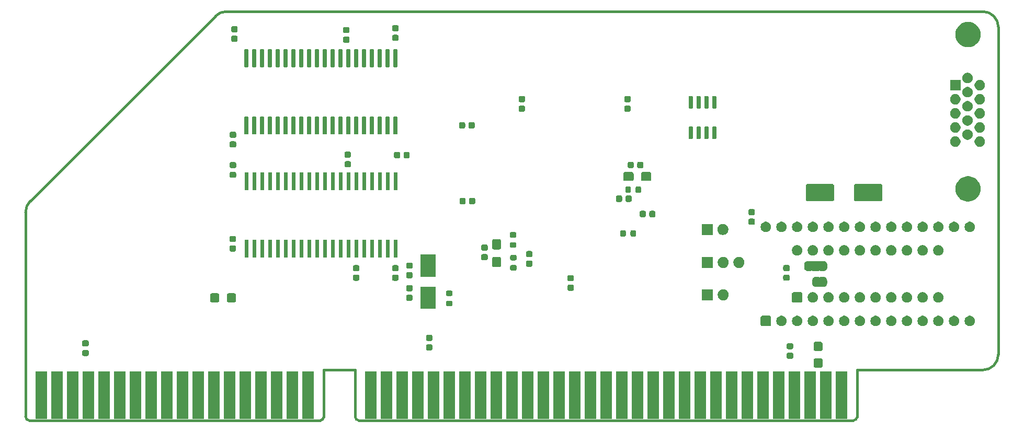
<source format=gbs>
%TF.GenerationSoftware,KiCad,Pcbnew,9.0.0*%
%TF.CreationDate,2025-03-15T00:30:19+03:00*%
%TF.ProjectId,GD542x,47443534-3278-42e6-9b69-6361645f7063,rev?*%
%TF.SameCoordinates,Original*%
%TF.FileFunction,Soldermask,Bot*%
%TF.FilePolarity,Negative*%
%FSLAX46Y46*%
G04 Gerber Fmt 4.6, Leading zero omitted, Abs format (unit mm)*
G04 Created by KiCad (PCBNEW 9.0.0) date 2025-03-15 00:30:19*
%MOMM*%
%LPD*%
G01*
G04 APERTURE LIST*
%TA.AperFunction,Profile*%
%ADD10C,0.381000*%
%TD*%
G04 APERTURE END LIST*
G36*
X77135340Y-106320647D02*
G01*
X77151821Y-106331659D01*
X77162833Y-106348140D01*
X77166700Y-106367580D01*
X77166700Y-113987580D01*
X77162833Y-114007020D01*
X77151821Y-114023501D01*
X77135340Y-114034513D01*
X77115900Y-114038380D01*
X75335900Y-114038380D01*
X75316460Y-114034513D01*
X75299979Y-114023501D01*
X75288967Y-114007020D01*
X75285100Y-113987580D01*
X75285100Y-106367580D01*
X75288967Y-106348140D01*
X75299979Y-106331659D01*
X75316460Y-106320647D01*
X75335900Y-106316780D01*
X77115900Y-106316780D01*
X77135340Y-106320647D01*
G37*
G36*
X79675340Y-106320647D02*
G01*
X79691821Y-106331659D01*
X79702833Y-106348140D01*
X79706700Y-106367580D01*
X79706700Y-113987580D01*
X79702833Y-114007020D01*
X79691821Y-114023501D01*
X79675340Y-114034513D01*
X79655900Y-114038380D01*
X77875900Y-114038380D01*
X77856460Y-114034513D01*
X77839979Y-114023501D01*
X77828967Y-114007020D01*
X77825100Y-113987580D01*
X77825100Y-106367580D01*
X77828967Y-106348140D01*
X77839979Y-106331659D01*
X77856460Y-106320647D01*
X77875900Y-106316780D01*
X79655900Y-106316780D01*
X79675340Y-106320647D01*
G37*
G36*
X82215340Y-106320647D02*
G01*
X82231821Y-106331659D01*
X82242833Y-106348140D01*
X82246700Y-106367580D01*
X82246700Y-113987580D01*
X82242833Y-114007020D01*
X82231821Y-114023501D01*
X82215340Y-114034513D01*
X82195900Y-114038380D01*
X80415900Y-114038380D01*
X80396460Y-114034513D01*
X80379979Y-114023501D01*
X80368967Y-114007020D01*
X80365100Y-113987580D01*
X80365100Y-106367580D01*
X80368967Y-106348140D01*
X80379979Y-106331659D01*
X80396460Y-106320647D01*
X80415900Y-106316780D01*
X82195900Y-106316780D01*
X82215340Y-106320647D01*
G37*
G36*
X84755340Y-106320647D02*
G01*
X84771821Y-106331659D01*
X84782833Y-106348140D01*
X84786700Y-106367580D01*
X84786700Y-113987580D01*
X84782833Y-114007020D01*
X84771821Y-114023501D01*
X84755340Y-114034513D01*
X84735900Y-114038380D01*
X82955900Y-114038380D01*
X82936460Y-114034513D01*
X82919979Y-114023501D01*
X82908967Y-114007020D01*
X82905100Y-113987580D01*
X82905100Y-106367580D01*
X82908967Y-106348140D01*
X82919979Y-106331659D01*
X82936460Y-106320647D01*
X82955900Y-106316780D01*
X84735900Y-106316780D01*
X84755340Y-106320647D01*
G37*
G36*
X87295340Y-106320647D02*
G01*
X87311821Y-106331659D01*
X87322833Y-106348140D01*
X87326700Y-106367580D01*
X87326700Y-113987580D01*
X87322833Y-114007020D01*
X87311821Y-114023501D01*
X87295340Y-114034513D01*
X87275900Y-114038380D01*
X85495900Y-114038380D01*
X85476460Y-114034513D01*
X85459979Y-114023501D01*
X85448967Y-114007020D01*
X85445100Y-113987580D01*
X85445100Y-106367580D01*
X85448967Y-106348140D01*
X85459979Y-106331659D01*
X85476460Y-106320647D01*
X85495900Y-106316780D01*
X87275900Y-106316780D01*
X87295340Y-106320647D01*
G37*
G36*
X89835340Y-106320647D02*
G01*
X89851821Y-106331659D01*
X89862833Y-106348140D01*
X89866700Y-106367580D01*
X89866700Y-113987580D01*
X89862833Y-114007020D01*
X89851821Y-114023501D01*
X89835340Y-114034513D01*
X89815900Y-114038380D01*
X88035900Y-114038380D01*
X88016460Y-114034513D01*
X87999979Y-114023501D01*
X87988967Y-114007020D01*
X87985100Y-113987580D01*
X87985100Y-106367580D01*
X87988967Y-106348140D01*
X87999979Y-106331659D01*
X88016460Y-106320647D01*
X88035900Y-106316780D01*
X89815900Y-106316780D01*
X89835340Y-106320647D01*
G37*
G36*
X92375340Y-106320647D02*
G01*
X92391821Y-106331659D01*
X92402833Y-106348140D01*
X92406700Y-106367580D01*
X92406700Y-113987580D01*
X92402833Y-114007020D01*
X92391821Y-114023501D01*
X92375340Y-114034513D01*
X92355900Y-114038380D01*
X90575900Y-114038380D01*
X90556460Y-114034513D01*
X90539979Y-114023501D01*
X90528967Y-114007020D01*
X90525100Y-113987580D01*
X90525100Y-106367580D01*
X90528967Y-106348140D01*
X90539979Y-106331659D01*
X90556460Y-106320647D01*
X90575900Y-106316780D01*
X92355900Y-106316780D01*
X92375340Y-106320647D01*
G37*
G36*
X94915340Y-106320647D02*
G01*
X94931821Y-106331659D01*
X94942833Y-106348140D01*
X94946700Y-106367580D01*
X94946700Y-113987580D01*
X94942833Y-114007020D01*
X94931821Y-114023501D01*
X94915340Y-114034513D01*
X94895900Y-114038380D01*
X93115900Y-114038380D01*
X93096460Y-114034513D01*
X93079979Y-114023501D01*
X93068967Y-114007020D01*
X93065100Y-113987580D01*
X93065100Y-106367580D01*
X93068967Y-106348140D01*
X93079979Y-106331659D01*
X93096460Y-106320647D01*
X93115900Y-106316780D01*
X94895900Y-106316780D01*
X94915340Y-106320647D01*
G37*
G36*
X97455340Y-106320647D02*
G01*
X97471821Y-106331659D01*
X97482833Y-106348140D01*
X97486700Y-106367580D01*
X97486700Y-113987580D01*
X97482833Y-114007020D01*
X97471821Y-114023501D01*
X97455340Y-114034513D01*
X97435900Y-114038380D01*
X95655900Y-114038380D01*
X95636460Y-114034513D01*
X95619979Y-114023501D01*
X95608967Y-114007020D01*
X95605100Y-113987580D01*
X95605100Y-106367580D01*
X95608967Y-106348140D01*
X95619979Y-106331659D01*
X95636460Y-106320647D01*
X95655900Y-106316780D01*
X97435900Y-106316780D01*
X97455340Y-106320647D01*
G37*
G36*
X99995340Y-106320647D02*
G01*
X100011821Y-106331659D01*
X100022833Y-106348140D01*
X100026700Y-106367580D01*
X100026700Y-113987580D01*
X100022833Y-114007020D01*
X100011821Y-114023501D01*
X99995340Y-114034513D01*
X99975900Y-114038380D01*
X98195900Y-114038380D01*
X98176460Y-114034513D01*
X98159979Y-114023501D01*
X98148967Y-114007020D01*
X98145100Y-113987580D01*
X98145100Y-106367580D01*
X98148967Y-106348140D01*
X98159979Y-106331659D01*
X98176460Y-106320647D01*
X98195900Y-106316780D01*
X99975900Y-106316780D01*
X99995340Y-106320647D01*
G37*
G36*
X102535340Y-106320647D02*
G01*
X102551821Y-106331659D01*
X102562833Y-106348140D01*
X102566700Y-106367580D01*
X102566700Y-113987580D01*
X102562833Y-114007020D01*
X102551821Y-114023501D01*
X102535340Y-114034513D01*
X102515900Y-114038380D01*
X100735900Y-114038380D01*
X100716460Y-114034513D01*
X100699979Y-114023501D01*
X100688967Y-114007020D01*
X100685100Y-113987580D01*
X100685100Y-106367580D01*
X100688967Y-106348140D01*
X100699979Y-106331659D01*
X100716460Y-106320647D01*
X100735900Y-106316780D01*
X102515900Y-106316780D01*
X102535340Y-106320647D01*
G37*
G36*
X105075340Y-106320647D02*
G01*
X105091821Y-106331659D01*
X105102833Y-106348140D01*
X105106700Y-106367580D01*
X105106700Y-113987580D01*
X105102833Y-114007020D01*
X105091821Y-114023501D01*
X105075340Y-114034513D01*
X105055900Y-114038380D01*
X103275900Y-114038380D01*
X103256460Y-114034513D01*
X103239979Y-114023501D01*
X103228967Y-114007020D01*
X103225100Y-113987580D01*
X103225100Y-106367580D01*
X103228967Y-106348140D01*
X103239979Y-106331659D01*
X103256460Y-106320647D01*
X103275900Y-106316780D01*
X105055900Y-106316780D01*
X105075340Y-106320647D01*
G37*
G36*
X107615340Y-106320647D02*
G01*
X107631821Y-106331659D01*
X107642833Y-106348140D01*
X107646700Y-106367580D01*
X107646700Y-113987580D01*
X107642833Y-114007020D01*
X107631821Y-114023501D01*
X107615340Y-114034513D01*
X107595900Y-114038380D01*
X105815900Y-114038380D01*
X105796460Y-114034513D01*
X105779979Y-114023501D01*
X105768967Y-114007020D01*
X105765100Y-113987580D01*
X105765100Y-106367580D01*
X105768967Y-106348140D01*
X105779979Y-106331659D01*
X105796460Y-106320647D01*
X105815900Y-106316780D01*
X107595900Y-106316780D01*
X107615340Y-106320647D01*
G37*
G36*
X110155340Y-106320647D02*
G01*
X110171821Y-106331659D01*
X110182833Y-106348140D01*
X110186700Y-106367580D01*
X110186700Y-113987580D01*
X110182833Y-114007020D01*
X110171821Y-114023501D01*
X110155340Y-114034513D01*
X110135900Y-114038380D01*
X108355900Y-114038380D01*
X108336460Y-114034513D01*
X108319979Y-114023501D01*
X108308967Y-114007020D01*
X108305100Y-113987580D01*
X108305100Y-106367580D01*
X108308967Y-106348140D01*
X108319979Y-106331659D01*
X108336460Y-106320647D01*
X108355900Y-106316780D01*
X110135900Y-106316780D01*
X110155340Y-106320647D01*
G37*
G36*
X112695340Y-106320647D02*
G01*
X112711821Y-106331659D01*
X112722833Y-106348140D01*
X112726700Y-106367580D01*
X112726700Y-113987580D01*
X112722833Y-114007020D01*
X112711821Y-114023501D01*
X112695340Y-114034513D01*
X112675900Y-114038380D01*
X110895900Y-114038380D01*
X110876460Y-114034513D01*
X110859979Y-114023501D01*
X110848967Y-114007020D01*
X110845100Y-113987580D01*
X110845100Y-106367580D01*
X110848967Y-106348140D01*
X110859979Y-106331659D01*
X110876460Y-106320647D01*
X110895900Y-106316780D01*
X112675900Y-106316780D01*
X112695340Y-106320647D01*
G37*
G36*
X115235340Y-106320647D02*
G01*
X115251821Y-106331659D01*
X115262833Y-106348140D01*
X115266700Y-106367580D01*
X115266700Y-113987580D01*
X115262833Y-114007020D01*
X115251821Y-114023501D01*
X115235340Y-114034513D01*
X115215900Y-114038380D01*
X113435900Y-114038380D01*
X113416460Y-114034513D01*
X113399979Y-114023501D01*
X113388967Y-114007020D01*
X113385100Y-113987580D01*
X113385100Y-106367580D01*
X113388967Y-106348140D01*
X113399979Y-106331659D01*
X113416460Y-106320647D01*
X113435900Y-106316780D01*
X115215900Y-106316780D01*
X115235340Y-106320647D01*
G37*
G36*
X117775340Y-106320647D02*
G01*
X117791821Y-106331659D01*
X117802833Y-106348140D01*
X117806700Y-106367580D01*
X117806700Y-113987580D01*
X117802833Y-114007020D01*
X117791821Y-114023501D01*
X117775340Y-114034513D01*
X117755900Y-114038380D01*
X115975900Y-114038380D01*
X115956460Y-114034513D01*
X115939979Y-114023501D01*
X115928967Y-114007020D01*
X115925100Y-113987580D01*
X115925100Y-106367580D01*
X115928967Y-106348140D01*
X115939979Y-106331659D01*
X115956460Y-106320647D01*
X115975900Y-106316780D01*
X117755900Y-106316780D01*
X117775340Y-106320647D01*
G37*
G36*
X120315340Y-106320647D02*
G01*
X120331821Y-106331659D01*
X120342833Y-106348140D01*
X120346700Y-106367580D01*
X120346700Y-113987580D01*
X120342833Y-114007020D01*
X120331821Y-114023501D01*
X120315340Y-114034513D01*
X120295900Y-114038380D01*
X118515900Y-114038380D01*
X118496460Y-114034513D01*
X118479979Y-114023501D01*
X118468967Y-114007020D01*
X118465100Y-113987580D01*
X118465100Y-106367580D01*
X118468967Y-106348140D01*
X118479979Y-106331659D01*
X118496460Y-106320647D01*
X118515900Y-106316780D01*
X120295900Y-106316780D01*
X120315340Y-106320647D01*
G37*
G36*
X130475340Y-106320647D02*
G01*
X130491821Y-106331659D01*
X130502833Y-106348140D01*
X130506700Y-106367580D01*
X130506700Y-113987580D01*
X130502833Y-114007020D01*
X130491821Y-114023501D01*
X130475340Y-114034513D01*
X130455900Y-114038380D01*
X128675900Y-114038380D01*
X128656460Y-114034513D01*
X128639979Y-114023501D01*
X128628967Y-114007020D01*
X128625100Y-113987580D01*
X128625100Y-106367580D01*
X128628967Y-106348140D01*
X128639979Y-106331659D01*
X128656460Y-106320647D01*
X128675900Y-106316780D01*
X130455900Y-106316780D01*
X130475340Y-106320647D01*
G37*
G36*
X133015340Y-106320647D02*
G01*
X133031821Y-106331659D01*
X133042833Y-106348140D01*
X133046700Y-106367580D01*
X133046700Y-113987580D01*
X133042833Y-114007020D01*
X133031821Y-114023501D01*
X133015340Y-114034513D01*
X132995900Y-114038380D01*
X131215900Y-114038380D01*
X131196460Y-114034513D01*
X131179979Y-114023501D01*
X131168967Y-114007020D01*
X131165100Y-113987580D01*
X131165100Y-106367580D01*
X131168967Y-106348140D01*
X131179979Y-106331659D01*
X131196460Y-106320647D01*
X131215900Y-106316780D01*
X132995900Y-106316780D01*
X133015340Y-106320647D01*
G37*
G36*
X135555340Y-106320647D02*
G01*
X135571821Y-106331659D01*
X135582833Y-106348140D01*
X135586700Y-106367580D01*
X135586700Y-113987580D01*
X135582833Y-114007020D01*
X135571821Y-114023501D01*
X135555340Y-114034513D01*
X135535900Y-114038380D01*
X133755900Y-114038380D01*
X133736460Y-114034513D01*
X133719979Y-114023501D01*
X133708967Y-114007020D01*
X133705100Y-113987580D01*
X133705100Y-106367580D01*
X133708967Y-106348140D01*
X133719979Y-106331659D01*
X133736460Y-106320647D01*
X133755900Y-106316780D01*
X135535900Y-106316780D01*
X135555340Y-106320647D01*
G37*
G36*
X138095340Y-106320647D02*
G01*
X138111821Y-106331659D01*
X138122833Y-106348140D01*
X138126700Y-106367580D01*
X138126700Y-113987580D01*
X138122833Y-114007020D01*
X138111821Y-114023501D01*
X138095340Y-114034513D01*
X138075900Y-114038380D01*
X136295900Y-114038380D01*
X136276460Y-114034513D01*
X136259979Y-114023501D01*
X136248967Y-114007020D01*
X136245100Y-113987580D01*
X136245100Y-106367580D01*
X136248967Y-106348140D01*
X136259979Y-106331659D01*
X136276460Y-106320647D01*
X136295900Y-106316780D01*
X138075900Y-106316780D01*
X138095340Y-106320647D01*
G37*
G36*
X140635340Y-106320647D02*
G01*
X140651821Y-106331659D01*
X140662833Y-106348140D01*
X140666700Y-106367580D01*
X140666700Y-113987580D01*
X140662833Y-114007020D01*
X140651821Y-114023501D01*
X140635340Y-114034513D01*
X140615900Y-114038380D01*
X138835900Y-114038380D01*
X138816460Y-114034513D01*
X138799979Y-114023501D01*
X138788967Y-114007020D01*
X138785100Y-113987580D01*
X138785100Y-106367580D01*
X138788967Y-106348140D01*
X138799979Y-106331659D01*
X138816460Y-106320647D01*
X138835900Y-106316780D01*
X140615900Y-106316780D01*
X140635340Y-106320647D01*
G37*
G36*
X143175340Y-106320647D02*
G01*
X143191821Y-106331659D01*
X143202833Y-106348140D01*
X143206700Y-106367580D01*
X143206700Y-113987580D01*
X143202833Y-114007020D01*
X143191821Y-114023501D01*
X143175340Y-114034513D01*
X143155900Y-114038380D01*
X141375900Y-114038380D01*
X141356460Y-114034513D01*
X141339979Y-114023501D01*
X141328967Y-114007020D01*
X141325100Y-113987580D01*
X141325100Y-106367580D01*
X141328967Y-106348140D01*
X141339979Y-106331659D01*
X141356460Y-106320647D01*
X141375900Y-106316780D01*
X143155900Y-106316780D01*
X143175340Y-106320647D01*
G37*
G36*
X145715340Y-106320647D02*
G01*
X145731821Y-106331659D01*
X145742833Y-106348140D01*
X145746700Y-106367580D01*
X145746700Y-113987580D01*
X145742833Y-114007020D01*
X145731821Y-114023501D01*
X145715340Y-114034513D01*
X145695900Y-114038380D01*
X143915900Y-114038380D01*
X143896460Y-114034513D01*
X143879979Y-114023501D01*
X143868967Y-114007020D01*
X143865100Y-113987580D01*
X143865100Y-106367580D01*
X143868967Y-106348140D01*
X143879979Y-106331659D01*
X143896460Y-106320647D01*
X143915900Y-106316780D01*
X145695900Y-106316780D01*
X145715340Y-106320647D01*
G37*
G36*
X148255340Y-106320647D02*
G01*
X148271821Y-106331659D01*
X148282833Y-106348140D01*
X148286700Y-106367580D01*
X148286700Y-113987580D01*
X148282833Y-114007020D01*
X148271821Y-114023501D01*
X148255340Y-114034513D01*
X148235900Y-114038380D01*
X146455900Y-114038380D01*
X146436460Y-114034513D01*
X146419979Y-114023501D01*
X146408967Y-114007020D01*
X146405100Y-113987580D01*
X146405100Y-106367580D01*
X146408967Y-106348140D01*
X146419979Y-106331659D01*
X146436460Y-106320647D01*
X146455900Y-106316780D01*
X148235900Y-106316780D01*
X148255340Y-106320647D01*
G37*
G36*
X150795340Y-106320647D02*
G01*
X150811821Y-106331659D01*
X150822833Y-106348140D01*
X150826700Y-106367580D01*
X150826700Y-113987580D01*
X150822833Y-114007020D01*
X150811821Y-114023501D01*
X150795340Y-114034513D01*
X150775900Y-114038380D01*
X148995900Y-114038380D01*
X148976460Y-114034513D01*
X148959979Y-114023501D01*
X148948967Y-114007020D01*
X148945100Y-113987580D01*
X148945100Y-106367580D01*
X148948967Y-106348140D01*
X148959979Y-106331659D01*
X148976460Y-106320647D01*
X148995900Y-106316780D01*
X150775900Y-106316780D01*
X150795340Y-106320647D01*
G37*
G36*
X153335340Y-106320647D02*
G01*
X153351821Y-106331659D01*
X153362833Y-106348140D01*
X153366700Y-106367580D01*
X153366700Y-113987580D01*
X153362833Y-114007020D01*
X153351821Y-114023501D01*
X153335340Y-114034513D01*
X153315900Y-114038380D01*
X151535900Y-114038380D01*
X151516460Y-114034513D01*
X151499979Y-114023501D01*
X151488967Y-114007020D01*
X151485100Y-113987580D01*
X151485100Y-106367580D01*
X151488967Y-106348140D01*
X151499979Y-106331659D01*
X151516460Y-106320647D01*
X151535900Y-106316780D01*
X153315900Y-106316780D01*
X153335340Y-106320647D01*
G37*
G36*
X155875340Y-106320647D02*
G01*
X155891821Y-106331659D01*
X155902833Y-106348140D01*
X155906700Y-106367580D01*
X155906700Y-113987580D01*
X155902833Y-114007020D01*
X155891821Y-114023501D01*
X155875340Y-114034513D01*
X155855900Y-114038380D01*
X154075900Y-114038380D01*
X154056460Y-114034513D01*
X154039979Y-114023501D01*
X154028967Y-114007020D01*
X154025100Y-113987580D01*
X154025100Y-106367580D01*
X154028967Y-106348140D01*
X154039979Y-106331659D01*
X154056460Y-106320647D01*
X154075900Y-106316780D01*
X155855900Y-106316780D01*
X155875340Y-106320647D01*
G37*
G36*
X158415340Y-106320647D02*
G01*
X158431821Y-106331659D01*
X158442833Y-106348140D01*
X158446700Y-106367580D01*
X158446700Y-113987580D01*
X158442833Y-114007020D01*
X158431821Y-114023501D01*
X158415340Y-114034513D01*
X158395900Y-114038380D01*
X156615900Y-114038380D01*
X156596460Y-114034513D01*
X156579979Y-114023501D01*
X156568967Y-114007020D01*
X156565100Y-113987580D01*
X156565100Y-106367580D01*
X156568967Y-106348140D01*
X156579979Y-106331659D01*
X156596460Y-106320647D01*
X156615900Y-106316780D01*
X158395900Y-106316780D01*
X158415340Y-106320647D01*
G37*
G36*
X160955340Y-106320647D02*
G01*
X160971821Y-106331659D01*
X160982833Y-106348140D01*
X160986700Y-106367580D01*
X160986700Y-113987580D01*
X160982833Y-114007020D01*
X160971821Y-114023501D01*
X160955340Y-114034513D01*
X160935900Y-114038380D01*
X159155900Y-114038380D01*
X159136460Y-114034513D01*
X159119979Y-114023501D01*
X159108967Y-114007020D01*
X159105100Y-113987580D01*
X159105100Y-106367580D01*
X159108967Y-106348140D01*
X159119979Y-106331659D01*
X159136460Y-106320647D01*
X159155900Y-106316780D01*
X160935900Y-106316780D01*
X160955340Y-106320647D01*
G37*
G36*
X163495340Y-106320647D02*
G01*
X163511821Y-106331659D01*
X163522833Y-106348140D01*
X163526700Y-106367580D01*
X163526700Y-113987580D01*
X163522833Y-114007020D01*
X163511821Y-114023501D01*
X163495340Y-114034513D01*
X163475900Y-114038380D01*
X161695900Y-114038380D01*
X161676460Y-114034513D01*
X161659979Y-114023501D01*
X161648967Y-114007020D01*
X161645100Y-113987580D01*
X161645100Y-106367580D01*
X161648967Y-106348140D01*
X161659979Y-106331659D01*
X161676460Y-106320647D01*
X161695900Y-106316780D01*
X163475900Y-106316780D01*
X163495340Y-106320647D01*
G37*
G36*
X166035340Y-106320647D02*
G01*
X166051821Y-106331659D01*
X166062833Y-106348140D01*
X166066700Y-106367580D01*
X166066700Y-113987580D01*
X166062833Y-114007020D01*
X166051821Y-114023501D01*
X166035340Y-114034513D01*
X166015900Y-114038380D01*
X164235900Y-114038380D01*
X164216460Y-114034513D01*
X164199979Y-114023501D01*
X164188967Y-114007020D01*
X164185100Y-113987580D01*
X164185100Y-106367580D01*
X164188967Y-106348140D01*
X164199979Y-106331659D01*
X164216460Y-106320647D01*
X164235900Y-106316780D01*
X166015900Y-106316780D01*
X166035340Y-106320647D01*
G37*
G36*
X168575340Y-106320647D02*
G01*
X168591821Y-106331659D01*
X168602833Y-106348140D01*
X168606700Y-106367580D01*
X168606700Y-113987580D01*
X168602833Y-114007020D01*
X168591821Y-114023501D01*
X168575340Y-114034513D01*
X168555900Y-114038380D01*
X166775900Y-114038380D01*
X166756460Y-114034513D01*
X166739979Y-114023501D01*
X166728967Y-114007020D01*
X166725100Y-113987580D01*
X166725100Y-106367580D01*
X166728967Y-106348140D01*
X166739979Y-106331659D01*
X166756460Y-106320647D01*
X166775900Y-106316780D01*
X168555900Y-106316780D01*
X168575340Y-106320647D01*
G37*
G36*
X171115340Y-106320647D02*
G01*
X171131821Y-106331659D01*
X171142833Y-106348140D01*
X171146700Y-106367580D01*
X171146700Y-113987580D01*
X171142833Y-114007020D01*
X171131821Y-114023501D01*
X171115340Y-114034513D01*
X171095900Y-114038380D01*
X169315900Y-114038380D01*
X169296460Y-114034513D01*
X169279979Y-114023501D01*
X169268967Y-114007020D01*
X169265100Y-113987580D01*
X169265100Y-106367580D01*
X169268967Y-106348140D01*
X169279979Y-106331659D01*
X169296460Y-106320647D01*
X169315900Y-106316780D01*
X171095900Y-106316780D01*
X171115340Y-106320647D01*
G37*
G36*
X173655340Y-106320647D02*
G01*
X173671821Y-106331659D01*
X173682833Y-106348140D01*
X173686700Y-106367580D01*
X173686700Y-113987580D01*
X173682833Y-114007020D01*
X173671821Y-114023501D01*
X173655340Y-114034513D01*
X173635900Y-114038380D01*
X171855900Y-114038380D01*
X171836460Y-114034513D01*
X171819979Y-114023501D01*
X171808967Y-114007020D01*
X171805100Y-113987580D01*
X171805100Y-106367580D01*
X171808967Y-106348140D01*
X171819979Y-106331659D01*
X171836460Y-106320647D01*
X171855900Y-106316780D01*
X173635900Y-106316780D01*
X173655340Y-106320647D01*
G37*
G36*
X176195340Y-106320647D02*
G01*
X176211821Y-106331659D01*
X176222833Y-106348140D01*
X176226700Y-106367580D01*
X176226700Y-113987580D01*
X176222833Y-114007020D01*
X176211821Y-114023501D01*
X176195340Y-114034513D01*
X176175900Y-114038380D01*
X174395900Y-114038380D01*
X174376460Y-114034513D01*
X174359979Y-114023501D01*
X174348967Y-114007020D01*
X174345100Y-113987580D01*
X174345100Y-106367580D01*
X174348967Y-106348140D01*
X174359979Y-106331659D01*
X174376460Y-106320647D01*
X174395900Y-106316780D01*
X176175900Y-106316780D01*
X176195340Y-106320647D01*
G37*
G36*
X178735340Y-106320647D02*
G01*
X178751821Y-106331659D01*
X178762833Y-106348140D01*
X178766700Y-106367580D01*
X178766700Y-113987580D01*
X178762833Y-114007020D01*
X178751821Y-114023501D01*
X178735340Y-114034513D01*
X178715900Y-114038380D01*
X176935900Y-114038380D01*
X176916460Y-114034513D01*
X176899979Y-114023501D01*
X176888967Y-114007020D01*
X176885100Y-113987580D01*
X176885100Y-106367580D01*
X176888967Y-106348140D01*
X176899979Y-106331659D01*
X176916460Y-106320647D01*
X176935900Y-106316780D01*
X178715900Y-106316780D01*
X178735340Y-106320647D01*
G37*
G36*
X181275340Y-106320647D02*
G01*
X181291821Y-106331659D01*
X181302833Y-106348140D01*
X181306700Y-106367580D01*
X181306700Y-113987580D01*
X181302833Y-114007020D01*
X181291821Y-114023501D01*
X181275340Y-114034513D01*
X181255900Y-114038380D01*
X179475900Y-114038380D01*
X179456460Y-114034513D01*
X179439979Y-114023501D01*
X179428967Y-114007020D01*
X179425100Y-113987580D01*
X179425100Y-106367580D01*
X179428967Y-106348140D01*
X179439979Y-106331659D01*
X179456460Y-106320647D01*
X179475900Y-106316780D01*
X181255900Y-106316780D01*
X181275340Y-106320647D01*
G37*
G36*
X183815340Y-106320647D02*
G01*
X183831821Y-106331659D01*
X183842833Y-106348140D01*
X183846700Y-106367580D01*
X183846700Y-113987580D01*
X183842833Y-114007020D01*
X183831821Y-114023501D01*
X183815340Y-114034513D01*
X183795900Y-114038380D01*
X182015900Y-114038380D01*
X181996460Y-114034513D01*
X181979979Y-114023501D01*
X181968967Y-114007020D01*
X181965100Y-113987580D01*
X181965100Y-106367580D01*
X181968967Y-106348140D01*
X181979979Y-106331659D01*
X181996460Y-106320647D01*
X182015900Y-106316780D01*
X183795900Y-106316780D01*
X183815340Y-106320647D01*
G37*
G36*
X186355340Y-106320647D02*
G01*
X186371821Y-106331659D01*
X186382833Y-106348140D01*
X186386700Y-106367580D01*
X186386700Y-113987580D01*
X186382833Y-114007020D01*
X186371821Y-114023501D01*
X186355340Y-114034513D01*
X186335900Y-114038380D01*
X184555900Y-114038380D01*
X184536460Y-114034513D01*
X184519979Y-114023501D01*
X184508967Y-114007020D01*
X184505100Y-113987580D01*
X184505100Y-106367580D01*
X184508967Y-106348140D01*
X184519979Y-106331659D01*
X184536460Y-106320647D01*
X184555900Y-106316780D01*
X186335900Y-106316780D01*
X186355340Y-106320647D01*
G37*
G36*
X188895340Y-106320647D02*
G01*
X188911821Y-106331659D01*
X188922833Y-106348140D01*
X188926700Y-106367580D01*
X188926700Y-113987580D01*
X188922833Y-114007020D01*
X188911821Y-114023501D01*
X188895340Y-114034513D01*
X188875900Y-114038380D01*
X187095900Y-114038380D01*
X187076460Y-114034513D01*
X187059979Y-114023501D01*
X187048967Y-114007020D01*
X187045100Y-113987580D01*
X187045100Y-106367580D01*
X187048967Y-106348140D01*
X187059979Y-106331659D01*
X187076460Y-106320647D01*
X187095900Y-106316780D01*
X188875900Y-106316780D01*
X188895340Y-106320647D01*
G37*
G36*
X191435340Y-106320647D02*
G01*
X191451821Y-106331659D01*
X191462833Y-106348140D01*
X191466700Y-106367580D01*
X191466700Y-113987580D01*
X191462833Y-114007020D01*
X191451821Y-114023501D01*
X191435340Y-114034513D01*
X191415900Y-114038380D01*
X189635900Y-114038380D01*
X189616460Y-114034513D01*
X189599979Y-114023501D01*
X189588967Y-114007020D01*
X189585100Y-113987580D01*
X189585100Y-106367580D01*
X189588967Y-106348140D01*
X189599979Y-106331659D01*
X189616460Y-106320647D01*
X189635900Y-106316780D01*
X191415900Y-106316780D01*
X191435340Y-106320647D01*
G37*
G36*
X193975340Y-106320647D02*
G01*
X193991821Y-106331659D01*
X194002833Y-106348140D01*
X194006700Y-106367580D01*
X194006700Y-113987580D01*
X194002833Y-114007020D01*
X193991821Y-114023501D01*
X193975340Y-114034513D01*
X193955900Y-114038380D01*
X192175900Y-114038380D01*
X192156460Y-114034513D01*
X192139979Y-114023501D01*
X192128967Y-114007020D01*
X192125100Y-113987580D01*
X192125100Y-106367580D01*
X192128967Y-106348140D01*
X192139979Y-106331659D01*
X192156460Y-106320647D01*
X192175900Y-106316780D01*
X193955900Y-106316780D01*
X193975340Y-106320647D01*
G37*
G36*
X196515340Y-106320647D02*
G01*
X196531821Y-106331659D01*
X196542833Y-106348140D01*
X196546700Y-106367580D01*
X196546700Y-113987580D01*
X196542833Y-114007020D01*
X196531821Y-114023501D01*
X196515340Y-114034513D01*
X196495900Y-114038380D01*
X194715900Y-114038380D01*
X194696460Y-114034513D01*
X194679979Y-114023501D01*
X194668967Y-114007020D01*
X194665100Y-113987580D01*
X194665100Y-106367580D01*
X194668967Y-106348140D01*
X194679979Y-106331659D01*
X194696460Y-106320647D01*
X194715900Y-106316780D01*
X196495900Y-106316780D01*
X196515340Y-106320647D01*
G37*
G36*
X199055340Y-106320647D02*
G01*
X199071821Y-106331659D01*
X199082833Y-106348140D01*
X199086700Y-106367580D01*
X199086700Y-113987580D01*
X199082833Y-114007020D01*
X199071821Y-114023501D01*
X199055340Y-114034513D01*
X199035900Y-114038380D01*
X197255900Y-114038380D01*
X197236460Y-114034513D01*
X197219979Y-114023501D01*
X197208967Y-114007020D01*
X197205100Y-113987580D01*
X197205100Y-106367580D01*
X197208967Y-106348140D01*
X197219979Y-106331659D01*
X197236460Y-106320647D01*
X197255900Y-106316780D01*
X199035900Y-106316780D01*
X199055340Y-106320647D01*
G37*
G36*
X201595340Y-106320647D02*
G01*
X201611821Y-106331659D01*
X201622833Y-106348140D01*
X201626700Y-106367580D01*
X201626700Y-113987580D01*
X201622833Y-114007020D01*
X201611821Y-114023501D01*
X201595340Y-114034513D01*
X201575900Y-114038380D01*
X199795900Y-114038380D01*
X199776460Y-114034513D01*
X199759979Y-114023501D01*
X199748967Y-114007020D01*
X199745100Y-113987580D01*
X199745100Y-106367580D01*
X199748967Y-106348140D01*
X199759979Y-106331659D01*
X199776460Y-106320647D01*
X199795900Y-106316780D01*
X201575900Y-106316780D01*
X201595340Y-106320647D01*
G37*
G36*
X204135340Y-106320647D02*
G01*
X204151821Y-106331659D01*
X204162833Y-106348140D01*
X204166700Y-106367580D01*
X204166700Y-113987580D01*
X204162833Y-114007020D01*
X204151821Y-114023501D01*
X204135340Y-114034513D01*
X204115900Y-114038380D01*
X202335900Y-114038380D01*
X202316460Y-114034513D01*
X202299979Y-114023501D01*
X202288967Y-114007020D01*
X202285100Y-113987580D01*
X202285100Y-106367580D01*
X202288967Y-106348140D01*
X202299979Y-106331659D01*
X202316460Y-106320647D01*
X202335900Y-106316780D01*
X204115900Y-106316780D01*
X204135340Y-106320647D01*
G37*
G36*
X206675340Y-106320647D02*
G01*
X206691821Y-106331659D01*
X206702833Y-106348140D01*
X206706700Y-106367580D01*
X206706700Y-113987580D01*
X206702833Y-114007020D01*
X206691821Y-114023501D01*
X206675340Y-114034513D01*
X206655900Y-114038380D01*
X204875900Y-114038380D01*
X204856460Y-114034513D01*
X204839979Y-114023501D01*
X204828967Y-114007020D01*
X204825100Y-113987580D01*
X204825100Y-106367580D01*
X204828967Y-106348140D01*
X204839979Y-106331659D01*
X204856460Y-106320647D01*
X204875900Y-106316780D01*
X206655900Y-106316780D01*
X206675340Y-106320647D01*
G37*
G36*
X202468868Y-104232190D02*
G01*
X202483572Y-104238682D01*
X202492566Y-104240107D01*
X202530026Y-104259193D01*
X202569993Y-104276841D01*
X202575532Y-104282380D01*
X202576073Y-104282656D01*
X202642343Y-104348926D01*
X202642618Y-104349466D01*
X202648159Y-104355007D01*
X202665809Y-104394980D01*
X202684892Y-104432433D01*
X202686316Y-104441424D01*
X202692810Y-104456132D01*
X202700800Y-104525000D01*
X202700800Y-105425000D01*
X202692810Y-105493868D01*
X202686315Y-105508575D01*
X202684892Y-105517566D01*
X202665812Y-105555011D01*
X202648159Y-105594993D01*
X202642617Y-105600534D01*
X202642343Y-105601073D01*
X202576073Y-105667343D01*
X202575534Y-105667617D01*
X202569993Y-105673159D01*
X202530011Y-105690812D01*
X202492566Y-105709892D01*
X202483575Y-105711315D01*
X202468868Y-105717810D01*
X202400000Y-105725800D01*
X201550000Y-105725800D01*
X201481132Y-105717810D01*
X201466424Y-105711316D01*
X201457433Y-105709892D01*
X201419980Y-105690809D01*
X201380007Y-105673159D01*
X201374466Y-105667618D01*
X201373926Y-105667343D01*
X201307656Y-105601073D01*
X201307380Y-105600532D01*
X201301841Y-105594993D01*
X201284193Y-105555026D01*
X201265107Y-105517566D01*
X201263682Y-105508572D01*
X201257190Y-105493868D01*
X201249200Y-105425000D01*
X201249200Y-104525000D01*
X201257190Y-104456132D01*
X201263682Y-104441428D01*
X201265107Y-104432433D01*
X201284197Y-104394966D01*
X201301841Y-104355007D01*
X201307379Y-104349468D01*
X201307656Y-104348926D01*
X201373926Y-104282656D01*
X201374468Y-104282379D01*
X201380007Y-104276841D01*
X201419966Y-104259197D01*
X201457433Y-104240107D01*
X201466428Y-104238682D01*
X201481132Y-104232190D01*
X201550000Y-104224200D01*
X202400000Y-104224200D01*
X202468868Y-104232190D01*
G37*
G36*
X197694836Y-103303145D02*
G01*
X197752348Y-103311525D01*
X197762903Y-103316685D01*
X197780544Y-103320194D01*
X197809066Y-103339252D01*
X197834456Y-103351664D01*
X197848176Y-103365384D01*
X197870020Y-103379980D01*
X197884615Y-103401823D01*
X197898335Y-103415543D01*
X197910745Y-103440930D01*
X197929806Y-103469456D01*
X197933315Y-103487098D01*
X197938474Y-103497651D01*
X197946851Y-103555147D01*
X197950800Y-103575000D01*
X197950800Y-104025000D01*
X197946850Y-104044855D01*
X197938474Y-104102348D01*
X197933315Y-104112899D01*
X197929806Y-104130544D01*
X197910743Y-104159072D01*
X197898335Y-104184456D01*
X197884617Y-104198173D01*
X197870020Y-104220020D01*
X197848173Y-104234617D01*
X197834456Y-104248335D01*
X197809072Y-104260743D01*
X197780544Y-104279806D01*
X197762899Y-104283315D01*
X197752348Y-104288474D01*
X197694855Y-104296850D01*
X197675000Y-104300800D01*
X197175000Y-104300800D01*
X197155147Y-104296851D01*
X197097651Y-104288474D01*
X197087098Y-104283315D01*
X197069456Y-104279806D01*
X197040930Y-104260745D01*
X197015543Y-104248335D01*
X197001823Y-104234615D01*
X196979980Y-104220020D01*
X196965384Y-104198176D01*
X196951664Y-104184456D01*
X196939252Y-104159066D01*
X196920194Y-104130544D01*
X196916685Y-104112903D01*
X196911525Y-104102348D01*
X196903145Y-104044836D01*
X196899200Y-104025000D01*
X196899200Y-103575000D01*
X196903145Y-103555166D01*
X196911525Y-103497651D01*
X196916685Y-103487094D01*
X196920194Y-103469456D01*
X196939250Y-103440935D01*
X196951664Y-103415543D01*
X196965386Y-103401820D01*
X196979980Y-103379980D01*
X197001820Y-103365386D01*
X197015543Y-103351664D01*
X197040935Y-103339250D01*
X197069456Y-103320194D01*
X197087094Y-103316685D01*
X197097651Y-103311525D01*
X197155166Y-103303145D01*
X197175000Y-103299200D01*
X197675000Y-103299200D01*
X197694836Y-103303145D01*
G37*
G36*
X83644836Y-102853145D02*
G01*
X83702348Y-102861525D01*
X83712903Y-102866685D01*
X83730544Y-102870194D01*
X83759066Y-102889252D01*
X83784456Y-102901664D01*
X83798176Y-102915384D01*
X83820020Y-102929980D01*
X83834615Y-102951823D01*
X83848335Y-102965543D01*
X83860745Y-102990930D01*
X83879806Y-103019456D01*
X83883315Y-103037098D01*
X83888474Y-103047651D01*
X83896851Y-103105147D01*
X83900800Y-103125000D01*
X83900800Y-103575000D01*
X83896850Y-103594855D01*
X83888474Y-103652348D01*
X83883315Y-103662899D01*
X83879806Y-103680544D01*
X83860743Y-103709072D01*
X83848335Y-103734456D01*
X83834617Y-103748173D01*
X83820020Y-103770020D01*
X83798173Y-103784617D01*
X83784456Y-103798335D01*
X83759072Y-103810743D01*
X83730544Y-103829806D01*
X83712899Y-103833315D01*
X83702348Y-103838474D01*
X83644855Y-103846850D01*
X83625000Y-103850800D01*
X83125000Y-103850800D01*
X83105147Y-103846851D01*
X83047651Y-103838474D01*
X83037098Y-103833315D01*
X83019456Y-103829806D01*
X82990930Y-103810745D01*
X82965543Y-103798335D01*
X82951823Y-103784615D01*
X82929980Y-103770020D01*
X82915384Y-103748176D01*
X82901664Y-103734456D01*
X82889252Y-103709066D01*
X82870194Y-103680544D01*
X82866685Y-103662903D01*
X82861525Y-103652348D01*
X82853145Y-103594836D01*
X82849200Y-103575000D01*
X82849200Y-103125000D01*
X82853145Y-103105166D01*
X82861525Y-103047651D01*
X82866685Y-103037094D01*
X82870194Y-103019456D01*
X82889250Y-102990935D01*
X82901664Y-102965543D01*
X82915386Y-102951820D01*
X82929980Y-102929980D01*
X82951820Y-102915386D01*
X82965543Y-102901664D01*
X82990935Y-102889250D01*
X83019456Y-102870194D01*
X83037094Y-102866685D01*
X83047651Y-102861525D01*
X83105166Y-102853145D01*
X83125000Y-102849200D01*
X83625000Y-102849200D01*
X83644836Y-102853145D01*
G37*
G36*
X202468868Y-101532190D02*
G01*
X202483572Y-101538682D01*
X202492566Y-101540107D01*
X202530026Y-101559193D01*
X202569993Y-101576841D01*
X202575532Y-101582380D01*
X202576073Y-101582656D01*
X202642343Y-101648926D01*
X202642618Y-101649466D01*
X202648159Y-101655007D01*
X202665809Y-101694980D01*
X202684892Y-101732433D01*
X202686316Y-101741424D01*
X202692810Y-101756132D01*
X202700800Y-101825000D01*
X202700800Y-102725000D01*
X202692810Y-102793868D01*
X202686315Y-102808575D01*
X202684892Y-102817566D01*
X202665812Y-102855011D01*
X202648159Y-102894993D01*
X202642617Y-102900534D01*
X202642343Y-102901073D01*
X202576073Y-102967343D01*
X202575534Y-102967617D01*
X202569993Y-102973159D01*
X202530011Y-102990812D01*
X202492566Y-103009892D01*
X202483575Y-103011315D01*
X202468868Y-103017810D01*
X202400000Y-103025800D01*
X201550000Y-103025800D01*
X201481132Y-103017810D01*
X201466424Y-103011316D01*
X201457433Y-103009892D01*
X201419980Y-102990809D01*
X201380007Y-102973159D01*
X201374466Y-102967618D01*
X201373926Y-102967343D01*
X201307656Y-102901073D01*
X201307380Y-102900532D01*
X201301841Y-102894993D01*
X201284193Y-102855026D01*
X201265107Y-102817566D01*
X201263682Y-102808572D01*
X201257190Y-102793868D01*
X201249200Y-102725000D01*
X201249200Y-101825000D01*
X201257190Y-101756132D01*
X201263682Y-101741428D01*
X201265107Y-101732433D01*
X201284197Y-101694966D01*
X201301841Y-101655007D01*
X201307379Y-101649468D01*
X201307656Y-101648926D01*
X201373926Y-101582656D01*
X201374468Y-101582379D01*
X201380007Y-101576841D01*
X201419966Y-101559197D01*
X201457433Y-101540107D01*
X201466428Y-101538682D01*
X201481132Y-101532190D01*
X201550000Y-101524200D01*
X202400000Y-101524200D01*
X202468868Y-101532190D01*
G37*
G36*
X139294836Y-101953145D02*
G01*
X139352348Y-101961525D01*
X139362903Y-101966685D01*
X139380544Y-101970194D01*
X139409066Y-101989252D01*
X139434456Y-102001664D01*
X139448176Y-102015384D01*
X139470020Y-102029980D01*
X139484615Y-102051823D01*
X139498335Y-102065543D01*
X139510745Y-102090930D01*
X139529806Y-102119456D01*
X139533315Y-102137098D01*
X139538474Y-102147651D01*
X139546851Y-102205147D01*
X139550800Y-102225000D01*
X139550800Y-102675000D01*
X139546850Y-102694855D01*
X139538474Y-102752348D01*
X139533315Y-102762899D01*
X139529806Y-102780544D01*
X139510743Y-102809072D01*
X139498335Y-102834456D01*
X139484617Y-102848173D01*
X139470020Y-102870020D01*
X139448173Y-102884617D01*
X139434456Y-102898335D01*
X139409072Y-102910743D01*
X139380544Y-102929806D01*
X139362899Y-102933315D01*
X139352348Y-102938474D01*
X139294855Y-102946850D01*
X139275000Y-102950800D01*
X138775000Y-102950800D01*
X138755147Y-102946851D01*
X138697651Y-102938474D01*
X138687098Y-102933315D01*
X138669456Y-102929806D01*
X138640930Y-102910745D01*
X138615543Y-102898335D01*
X138601823Y-102884615D01*
X138579980Y-102870020D01*
X138565384Y-102848176D01*
X138551664Y-102834456D01*
X138539252Y-102809066D01*
X138520194Y-102780544D01*
X138516685Y-102762903D01*
X138511525Y-102752348D01*
X138503145Y-102694836D01*
X138499200Y-102675000D01*
X138499200Y-102225000D01*
X138503145Y-102205166D01*
X138511525Y-102147651D01*
X138516685Y-102137094D01*
X138520194Y-102119456D01*
X138539250Y-102090935D01*
X138551664Y-102065543D01*
X138565386Y-102051820D01*
X138579980Y-102029980D01*
X138601820Y-102015386D01*
X138615543Y-102001664D01*
X138640935Y-101989250D01*
X138669456Y-101970194D01*
X138687094Y-101966685D01*
X138697651Y-101961525D01*
X138755166Y-101953145D01*
X138775000Y-101949200D01*
X139275000Y-101949200D01*
X139294836Y-101953145D01*
G37*
G36*
X197694836Y-101753145D02*
G01*
X197752348Y-101761525D01*
X197762903Y-101766685D01*
X197780544Y-101770194D01*
X197809066Y-101789252D01*
X197834456Y-101801664D01*
X197848176Y-101815384D01*
X197870020Y-101829980D01*
X197884615Y-101851823D01*
X197898335Y-101865543D01*
X197910745Y-101890930D01*
X197929806Y-101919456D01*
X197933315Y-101937098D01*
X197938474Y-101947651D01*
X197946851Y-102005147D01*
X197950800Y-102025000D01*
X197950800Y-102475000D01*
X197946850Y-102494855D01*
X197938474Y-102552348D01*
X197933315Y-102562899D01*
X197929806Y-102580544D01*
X197910743Y-102609072D01*
X197898335Y-102634456D01*
X197884617Y-102648173D01*
X197870020Y-102670020D01*
X197848173Y-102684617D01*
X197834456Y-102698335D01*
X197809072Y-102710743D01*
X197780544Y-102729806D01*
X197762899Y-102733315D01*
X197752348Y-102738474D01*
X197694855Y-102746850D01*
X197675000Y-102750800D01*
X197175000Y-102750800D01*
X197155147Y-102746851D01*
X197097651Y-102738474D01*
X197087098Y-102733315D01*
X197069456Y-102729806D01*
X197040930Y-102710745D01*
X197015543Y-102698335D01*
X197001823Y-102684615D01*
X196979980Y-102670020D01*
X196965384Y-102648176D01*
X196951664Y-102634456D01*
X196939252Y-102609066D01*
X196920194Y-102580544D01*
X196916685Y-102562903D01*
X196911525Y-102552348D01*
X196903145Y-102494836D01*
X196899200Y-102475000D01*
X196899200Y-102025000D01*
X196903145Y-102005166D01*
X196911525Y-101947651D01*
X196916685Y-101937094D01*
X196920194Y-101919456D01*
X196939250Y-101890935D01*
X196951664Y-101865543D01*
X196965386Y-101851820D01*
X196979980Y-101829980D01*
X197001820Y-101815386D01*
X197015543Y-101801664D01*
X197040935Y-101789250D01*
X197069456Y-101770194D01*
X197087094Y-101766685D01*
X197097651Y-101761525D01*
X197155166Y-101753145D01*
X197175000Y-101749200D01*
X197675000Y-101749200D01*
X197694836Y-101753145D01*
G37*
G36*
X83644836Y-101303145D02*
G01*
X83702348Y-101311525D01*
X83712903Y-101316685D01*
X83730544Y-101320194D01*
X83759066Y-101339252D01*
X83784456Y-101351664D01*
X83798176Y-101365384D01*
X83820020Y-101379980D01*
X83834615Y-101401823D01*
X83848335Y-101415543D01*
X83860745Y-101440930D01*
X83879806Y-101469456D01*
X83883315Y-101487098D01*
X83888474Y-101497651D01*
X83896851Y-101555147D01*
X83900800Y-101575000D01*
X83900800Y-102025000D01*
X83896850Y-102044855D01*
X83888474Y-102102348D01*
X83883315Y-102112899D01*
X83879806Y-102130544D01*
X83860743Y-102159072D01*
X83848335Y-102184456D01*
X83834617Y-102198173D01*
X83820020Y-102220020D01*
X83798173Y-102234617D01*
X83784456Y-102248335D01*
X83759072Y-102260743D01*
X83730544Y-102279806D01*
X83712899Y-102283315D01*
X83702348Y-102288474D01*
X83644855Y-102296850D01*
X83625000Y-102300800D01*
X83125000Y-102300800D01*
X83105147Y-102296851D01*
X83047651Y-102288474D01*
X83037098Y-102283315D01*
X83019456Y-102279806D01*
X82990930Y-102260745D01*
X82965543Y-102248335D01*
X82951823Y-102234615D01*
X82929980Y-102220020D01*
X82915384Y-102198176D01*
X82901664Y-102184456D01*
X82889252Y-102159066D01*
X82870194Y-102130544D01*
X82866685Y-102112903D01*
X82861525Y-102102348D01*
X82853145Y-102044836D01*
X82849200Y-102025000D01*
X82849200Y-101575000D01*
X82853145Y-101555166D01*
X82861525Y-101497651D01*
X82866685Y-101487094D01*
X82870194Y-101469456D01*
X82889250Y-101440935D01*
X82901664Y-101415543D01*
X82915386Y-101401820D01*
X82929980Y-101379980D01*
X82951820Y-101365386D01*
X82965543Y-101351664D01*
X82990935Y-101339250D01*
X83019456Y-101320194D01*
X83037094Y-101316685D01*
X83047651Y-101311525D01*
X83105166Y-101303145D01*
X83125000Y-101299200D01*
X83625000Y-101299200D01*
X83644836Y-101303145D01*
G37*
G36*
X139294836Y-100403145D02*
G01*
X139352348Y-100411525D01*
X139362903Y-100416685D01*
X139380544Y-100420194D01*
X139409066Y-100439252D01*
X139434456Y-100451664D01*
X139448176Y-100465384D01*
X139470020Y-100479980D01*
X139484615Y-100501823D01*
X139498335Y-100515543D01*
X139510745Y-100540930D01*
X139529806Y-100569456D01*
X139533315Y-100587098D01*
X139538474Y-100597651D01*
X139546851Y-100655147D01*
X139550800Y-100675000D01*
X139550800Y-101125000D01*
X139546850Y-101144855D01*
X139538474Y-101202348D01*
X139533315Y-101212899D01*
X139529806Y-101230544D01*
X139510743Y-101259072D01*
X139498335Y-101284456D01*
X139484617Y-101298173D01*
X139470020Y-101320020D01*
X139448173Y-101334617D01*
X139434456Y-101348335D01*
X139409072Y-101360743D01*
X139380544Y-101379806D01*
X139362899Y-101383315D01*
X139352348Y-101388474D01*
X139294855Y-101396850D01*
X139275000Y-101400800D01*
X138775000Y-101400800D01*
X138755147Y-101396851D01*
X138697651Y-101388474D01*
X138687098Y-101383315D01*
X138669456Y-101379806D01*
X138640930Y-101360745D01*
X138615543Y-101348335D01*
X138601823Y-101334615D01*
X138579980Y-101320020D01*
X138565384Y-101298176D01*
X138551664Y-101284456D01*
X138539252Y-101259066D01*
X138520194Y-101230544D01*
X138516685Y-101212903D01*
X138511525Y-101202348D01*
X138503145Y-101144836D01*
X138499200Y-101125000D01*
X138499200Y-100675000D01*
X138503145Y-100655166D01*
X138511525Y-100597651D01*
X138516685Y-100587094D01*
X138520194Y-100569456D01*
X138539250Y-100540935D01*
X138551664Y-100515543D01*
X138565386Y-100501820D01*
X138579980Y-100479980D01*
X138601820Y-100465386D01*
X138615543Y-100451664D01*
X138640935Y-100439250D01*
X138669456Y-100420194D01*
X138687094Y-100416685D01*
X138697651Y-100411525D01*
X138755166Y-100403145D01*
X138775000Y-100399200D01*
X139275000Y-100399200D01*
X139294836Y-100403145D01*
G37*
G36*
X194128868Y-97322190D02*
G01*
X194143572Y-97328682D01*
X194152566Y-97330107D01*
X194190026Y-97349193D01*
X194229993Y-97366841D01*
X194235532Y-97372380D01*
X194236073Y-97372656D01*
X194302343Y-97438926D01*
X194302618Y-97439466D01*
X194308159Y-97445007D01*
X194325809Y-97484980D01*
X194344892Y-97522433D01*
X194346316Y-97531424D01*
X194352810Y-97546132D01*
X194360800Y-97615000D01*
X194360800Y-98715000D01*
X194352810Y-98783868D01*
X194346315Y-98798575D01*
X194344892Y-98807566D01*
X194325812Y-98845011D01*
X194308159Y-98884993D01*
X194302617Y-98890534D01*
X194302343Y-98891073D01*
X194236073Y-98957343D01*
X194235534Y-98957617D01*
X194229993Y-98963159D01*
X194190011Y-98980812D01*
X194152566Y-98999892D01*
X194143575Y-99001315D01*
X194128868Y-99007810D01*
X194060000Y-99015800D01*
X192960000Y-99015800D01*
X192891132Y-99007810D01*
X192876424Y-99001316D01*
X192867433Y-98999892D01*
X192829980Y-98980809D01*
X192790007Y-98963159D01*
X192784466Y-98957618D01*
X192783926Y-98957343D01*
X192717656Y-98891073D01*
X192717380Y-98890532D01*
X192711841Y-98884993D01*
X192694193Y-98845026D01*
X192675107Y-98807566D01*
X192673682Y-98798572D01*
X192667190Y-98783868D01*
X192659200Y-98715000D01*
X192659200Y-97615000D01*
X192667190Y-97546132D01*
X192673682Y-97531428D01*
X192675107Y-97522433D01*
X192694197Y-97484966D01*
X192711841Y-97445007D01*
X192717379Y-97439468D01*
X192717656Y-97438926D01*
X192783926Y-97372656D01*
X192784468Y-97372379D01*
X192790007Y-97366841D01*
X192829966Y-97349197D01*
X192867433Y-97330107D01*
X192876428Y-97328682D01*
X192891132Y-97322190D01*
X192960000Y-97314200D01*
X194060000Y-97314200D01*
X194128868Y-97322190D01*
G37*
G36*
X196296974Y-97350835D02*
G01*
X196451064Y-97414661D01*
X196589742Y-97507323D01*
X196707677Y-97625258D01*
X196800339Y-97763936D01*
X196864165Y-97918026D01*
X196896703Y-98081607D01*
X196896703Y-98248393D01*
X196864165Y-98411974D01*
X196800339Y-98566064D01*
X196707677Y-98704742D01*
X196589742Y-98822677D01*
X196451064Y-98915339D01*
X196296974Y-98979165D01*
X196133393Y-99011703D01*
X195966607Y-99011703D01*
X195803026Y-98979165D01*
X195648936Y-98915339D01*
X195510258Y-98822677D01*
X195392323Y-98704742D01*
X195299661Y-98566064D01*
X195235835Y-98411974D01*
X195203297Y-98248393D01*
X195203297Y-98081607D01*
X195235835Y-97918026D01*
X195299661Y-97763936D01*
X195392323Y-97625258D01*
X195510258Y-97507323D01*
X195648936Y-97414661D01*
X195803026Y-97350835D01*
X195966607Y-97318297D01*
X196133393Y-97318297D01*
X196296974Y-97350835D01*
G37*
G36*
X198836974Y-97350835D02*
G01*
X198991064Y-97414661D01*
X199129742Y-97507323D01*
X199247677Y-97625258D01*
X199340339Y-97763936D01*
X199404165Y-97918026D01*
X199436703Y-98081607D01*
X199436703Y-98248393D01*
X199404165Y-98411974D01*
X199340339Y-98566064D01*
X199247677Y-98704742D01*
X199129742Y-98822677D01*
X198991064Y-98915339D01*
X198836974Y-98979165D01*
X198673393Y-99011703D01*
X198506607Y-99011703D01*
X198343026Y-98979165D01*
X198188936Y-98915339D01*
X198050258Y-98822677D01*
X197932323Y-98704742D01*
X197839661Y-98566064D01*
X197775835Y-98411974D01*
X197743297Y-98248393D01*
X197743297Y-98081607D01*
X197775835Y-97918026D01*
X197839661Y-97763936D01*
X197932323Y-97625258D01*
X198050258Y-97507323D01*
X198188936Y-97414661D01*
X198343026Y-97350835D01*
X198506607Y-97318297D01*
X198673393Y-97318297D01*
X198836974Y-97350835D01*
G37*
G36*
X201376974Y-97350835D02*
G01*
X201531064Y-97414661D01*
X201669742Y-97507323D01*
X201787677Y-97625258D01*
X201880339Y-97763936D01*
X201944165Y-97918026D01*
X201976703Y-98081607D01*
X201976703Y-98248393D01*
X201944165Y-98411974D01*
X201880339Y-98566064D01*
X201787677Y-98704742D01*
X201669742Y-98822677D01*
X201531064Y-98915339D01*
X201376974Y-98979165D01*
X201213393Y-99011703D01*
X201046607Y-99011703D01*
X200883026Y-98979165D01*
X200728936Y-98915339D01*
X200590258Y-98822677D01*
X200472323Y-98704742D01*
X200379661Y-98566064D01*
X200315835Y-98411974D01*
X200283297Y-98248393D01*
X200283297Y-98081607D01*
X200315835Y-97918026D01*
X200379661Y-97763936D01*
X200472323Y-97625258D01*
X200590258Y-97507323D01*
X200728936Y-97414661D01*
X200883026Y-97350835D01*
X201046607Y-97318297D01*
X201213393Y-97318297D01*
X201376974Y-97350835D01*
G37*
G36*
X203916974Y-97350835D02*
G01*
X204071064Y-97414661D01*
X204209742Y-97507323D01*
X204327677Y-97625258D01*
X204420339Y-97763936D01*
X204484165Y-97918026D01*
X204516703Y-98081607D01*
X204516703Y-98248393D01*
X204484165Y-98411974D01*
X204420339Y-98566064D01*
X204327677Y-98704742D01*
X204209742Y-98822677D01*
X204071064Y-98915339D01*
X203916974Y-98979165D01*
X203753393Y-99011703D01*
X203586607Y-99011703D01*
X203423026Y-98979165D01*
X203268936Y-98915339D01*
X203130258Y-98822677D01*
X203012323Y-98704742D01*
X202919661Y-98566064D01*
X202855835Y-98411974D01*
X202823297Y-98248393D01*
X202823297Y-98081607D01*
X202855835Y-97918026D01*
X202919661Y-97763936D01*
X203012323Y-97625258D01*
X203130258Y-97507323D01*
X203268936Y-97414661D01*
X203423026Y-97350835D01*
X203586607Y-97318297D01*
X203753393Y-97318297D01*
X203916974Y-97350835D01*
G37*
G36*
X206456974Y-97350835D02*
G01*
X206611064Y-97414661D01*
X206749742Y-97507323D01*
X206867677Y-97625258D01*
X206960339Y-97763936D01*
X207024165Y-97918026D01*
X207056703Y-98081607D01*
X207056703Y-98248393D01*
X207024165Y-98411974D01*
X206960339Y-98566064D01*
X206867677Y-98704742D01*
X206749742Y-98822677D01*
X206611064Y-98915339D01*
X206456974Y-98979165D01*
X206293393Y-99011703D01*
X206126607Y-99011703D01*
X205963026Y-98979165D01*
X205808936Y-98915339D01*
X205670258Y-98822677D01*
X205552323Y-98704742D01*
X205459661Y-98566064D01*
X205395835Y-98411974D01*
X205363297Y-98248393D01*
X205363297Y-98081607D01*
X205395835Y-97918026D01*
X205459661Y-97763936D01*
X205552323Y-97625258D01*
X205670258Y-97507323D01*
X205808936Y-97414661D01*
X205963026Y-97350835D01*
X206126607Y-97318297D01*
X206293393Y-97318297D01*
X206456974Y-97350835D01*
G37*
G36*
X208996974Y-97350835D02*
G01*
X209151064Y-97414661D01*
X209289742Y-97507323D01*
X209407677Y-97625258D01*
X209500339Y-97763936D01*
X209564165Y-97918026D01*
X209596703Y-98081607D01*
X209596703Y-98248393D01*
X209564165Y-98411974D01*
X209500339Y-98566064D01*
X209407677Y-98704742D01*
X209289742Y-98822677D01*
X209151064Y-98915339D01*
X208996974Y-98979165D01*
X208833393Y-99011703D01*
X208666607Y-99011703D01*
X208503026Y-98979165D01*
X208348936Y-98915339D01*
X208210258Y-98822677D01*
X208092323Y-98704742D01*
X207999661Y-98566064D01*
X207935835Y-98411974D01*
X207903297Y-98248393D01*
X207903297Y-98081607D01*
X207935835Y-97918026D01*
X207999661Y-97763936D01*
X208092323Y-97625258D01*
X208210258Y-97507323D01*
X208348936Y-97414661D01*
X208503026Y-97350835D01*
X208666607Y-97318297D01*
X208833393Y-97318297D01*
X208996974Y-97350835D01*
G37*
G36*
X211536974Y-97350835D02*
G01*
X211691064Y-97414661D01*
X211829742Y-97507323D01*
X211947677Y-97625258D01*
X212040339Y-97763936D01*
X212104165Y-97918026D01*
X212136703Y-98081607D01*
X212136703Y-98248393D01*
X212104165Y-98411974D01*
X212040339Y-98566064D01*
X211947677Y-98704742D01*
X211829742Y-98822677D01*
X211691064Y-98915339D01*
X211536974Y-98979165D01*
X211373393Y-99011703D01*
X211206607Y-99011703D01*
X211043026Y-98979165D01*
X210888936Y-98915339D01*
X210750258Y-98822677D01*
X210632323Y-98704742D01*
X210539661Y-98566064D01*
X210475835Y-98411974D01*
X210443297Y-98248393D01*
X210443297Y-98081607D01*
X210475835Y-97918026D01*
X210539661Y-97763936D01*
X210632323Y-97625258D01*
X210750258Y-97507323D01*
X210888936Y-97414661D01*
X211043026Y-97350835D01*
X211206607Y-97318297D01*
X211373393Y-97318297D01*
X211536974Y-97350835D01*
G37*
G36*
X214076974Y-97350835D02*
G01*
X214231064Y-97414661D01*
X214369742Y-97507323D01*
X214487677Y-97625258D01*
X214580339Y-97763936D01*
X214644165Y-97918026D01*
X214676703Y-98081607D01*
X214676703Y-98248393D01*
X214644165Y-98411974D01*
X214580339Y-98566064D01*
X214487677Y-98704742D01*
X214369742Y-98822677D01*
X214231064Y-98915339D01*
X214076974Y-98979165D01*
X213913393Y-99011703D01*
X213746607Y-99011703D01*
X213583026Y-98979165D01*
X213428936Y-98915339D01*
X213290258Y-98822677D01*
X213172323Y-98704742D01*
X213079661Y-98566064D01*
X213015835Y-98411974D01*
X212983297Y-98248393D01*
X212983297Y-98081607D01*
X213015835Y-97918026D01*
X213079661Y-97763936D01*
X213172323Y-97625258D01*
X213290258Y-97507323D01*
X213428936Y-97414661D01*
X213583026Y-97350835D01*
X213746607Y-97318297D01*
X213913393Y-97318297D01*
X214076974Y-97350835D01*
G37*
G36*
X216616974Y-97350835D02*
G01*
X216771064Y-97414661D01*
X216909742Y-97507323D01*
X217027677Y-97625258D01*
X217120339Y-97763936D01*
X217184165Y-97918026D01*
X217216703Y-98081607D01*
X217216703Y-98248393D01*
X217184165Y-98411974D01*
X217120339Y-98566064D01*
X217027677Y-98704742D01*
X216909742Y-98822677D01*
X216771064Y-98915339D01*
X216616974Y-98979165D01*
X216453393Y-99011703D01*
X216286607Y-99011703D01*
X216123026Y-98979165D01*
X215968936Y-98915339D01*
X215830258Y-98822677D01*
X215712323Y-98704742D01*
X215619661Y-98566064D01*
X215555835Y-98411974D01*
X215523297Y-98248393D01*
X215523297Y-98081607D01*
X215555835Y-97918026D01*
X215619661Y-97763936D01*
X215712323Y-97625258D01*
X215830258Y-97507323D01*
X215968936Y-97414661D01*
X216123026Y-97350835D01*
X216286607Y-97318297D01*
X216453393Y-97318297D01*
X216616974Y-97350835D01*
G37*
G36*
X219156974Y-97350835D02*
G01*
X219311064Y-97414661D01*
X219449742Y-97507323D01*
X219567677Y-97625258D01*
X219660339Y-97763936D01*
X219724165Y-97918026D01*
X219756703Y-98081607D01*
X219756703Y-98248393D01*
X219724165Y-98411974D01*
X219660339Y-98566064D01*
X219567677Y-98704742D01*
X219449742Y-98822677D01*
X219311064Y-98915339D01*
X219156974Y-98979165D01*
X218993393Y-99011703D01*
X218826607Y-99011703D01*
X218663026Y-98979165D01*
X218508936Y-98915339D01*
X218370258Y-98822677D01*
X218252323Y-98704742D01*
X218159661Y-98566064D01*
X218095835Y-98411974D01*
X218063297Y-98248393D01*
X218063297Y-98081607D01*
X218095835Y-97918026D01*
X218159661Y-97763936D01*
X218252323Y-97625258D01*
X218370258Y-97507323D01*
X218508936Y-97414661D01*
X218663026Y-97350835D01*
X218826607Y-97318297D01*
X218993393Y-97318297D01*
X219156974Y-97350835D01*
G37*
G36*
X221696974Y-97350835D02*
G01*
X221851064Y-97414661D01*
X221989742Y-97507323D01*
X222107677Y-97625258D01*
X222200339Y-97763936D01*
X222264165Y-97918026D01*
X222296703Y-98081607D01*
X222296703Y-98248393D01*
X222264165Y-98411974D01*
X222200339Y-98566064D01*
X222107677Y-98704742D01*
X221989742Y-98822677D01*
X221851064Y-98915339D01*
X221696974Y-98979165D01*
X221533393Y-99011703D01*
X221366607Y-99011703D01*
X221203026Y-98979165D01*
X221048936Y-98915339D01*
X220910258Y-98822677D01*
X220792323Y-98704742D01*
X220699661Y-98566064D01*
X220635835Y-98411974D01*
X220603297Y-98248393D01*
X220603297Y-98081607D01*
X220635835Y-97918026D01*
X220699661Y-97763936D01*
X220792323Y-97625258D01*
X220910258Y-97507323D01*
X221048936Y-97414661D01*
X221203026Y-97350835D01*
X221366607Y-97318297D01*
X221533393Y-97318297D01*
X221696974Y-97350835D01*
G37*
G36*
X224236974Y-97350835D02*
G01*
X224391064Y-97414661D01*
X224529742Y-97507323D01*
X224647677Y-97625258D01*
X224740339Y-97763936D01*
X224804165Y-97918026D01*
X224836703Y-98081607D01*
X224836703Y-98248393D01*
X224804165Y-98411974D01*
X224740339Y-98566064D01*
X224647677Y-98704742D01*
X224529742Y-98822677D01*
X224391064Y-98915339D01*
X224236974Y-98979165D01*
X224073393Y-99011703D01*
X223906607Y-99011703D01*
X223743026Y-98979165D01*
X223588936Y-98915339D01*
X223450258Y-98822677D01*
X223332323Y-98704742D01*
X223239661Y-98566064D01*
X223175835Y-98411974D01*
X223143297Y-98248393D01*
X223143297Y-98081607D01*
X223175835Y-97918026D01*
X223239661Y-97763936D01*
X223332323Y-97625258D01*
X223450258Y-97507323D01*
X223588936Y-97414661D01*
X223743026Y-97350835D01*
X223906607Y-97318297D01*
X224073393Y-97318297D01*
X224236974Y-97350835D01*
G37*
G36*
X226776974Y-97350835D02*
G01*
X226931064Y-97414661D01*
X227069742Y-97507323D01*
X227187677Y-97625258D01*
X227280339Y-97763936D01*
X227344165Y-97918026D01*
X227376703Y-98081607D01*
X227376703Y-98248393D01*
X227344165Y-98411974D01*
X227280339Y-98566064D01*
X227187677Y-98704742D01*
X227069742Y-98822677D01*
X226931064Y-98915339D01*
X226776974Y-98979165D01*
X226613393Y-99011703D01*
X226446607Y-99011703D01*
X226283026Y-98979165D01*
X226128936Y-98915339D01*
X225990258Y-98822677D01*
X225872323Y-98704742D01*
X225779661Y-98566064D01*
X225715835Y-98411974D01*
X225683297Y-98248393D01*
X225683297Y-98081607D01*
X225715835Y-97918026D01*
X225779661Y-97763936D01*
X225872323Y-97625258D01*
X225990258Y-97507323D01*
X226128936Y-97414661D01*
X226283026Y-97350835D01*
X226446607Y-97318297D01*
X226613393Y-97318297D01*
X226776974Y-97350835D01*
G37*
G36*
X140055840Y-92598667D02*
G01*
X140072321Y-92609679D01*
X140083333Y-92626160D01*
X140087200Y-92645600D01*
X140087200Y-96145600D01*
X140083333Y-96165040D01*
X140072321Y-96181521D01*
X140055840Y-96192533D01*
X140036400Y-96196400D01*
X137636400Y-96196400D01*
X137616960Y-96192533D01*
X137600479Y-96181521D01*
X137589467Y-96165040D01*
X137585600Y-96145600D01*
X137585600Y-92645600D01*
X137589467Y-92626160D01*
X137600479Y-92609679D01*
X137616960Y-92598667D01*
X137636400Y-92594800D01*
X140036400Y-92594800D01*
X140055840Y-92598667D01*
G37*
G36*
X142569839Y-94878146D02*
G01*
X142620215Y-94885486D01*
X142629460Y-94890005D01*
X142645977Y-94893291D01*
X142672683Y-94911136D01*
X142694929Y-94922011D01*
X142706951Y-94934033D01*
X142727342Y-94947658D01*
X142740966Y-94968048D01*
X142752988Y-94980070D01*
X142763861Y-95002313D01*
X142781709Y-95029023D01*
X142784994Y-95045541D01*
X142789513Y-95054784D01*
X142796850Y-95105144D01*
X142800800Y-95125000D01*
X142800800Y-95525000D01*
X142796849Y-95544858D01*
X142789513Y-95595215D01*
X142784995Y-95604456D01*
X142781709Y-95620977D01*
X142763860Y-95647689D01*
X142752988Y-95669929D01*
X142740968Y-95681948D01*
X142727342Y-95702342D01*
X142706948Y-95715968D01*
X142694929Y-95727988D01*
X142672689Y-95738860D01*
X142645977Y-95756709D01*
X142629456Y-95759995D01*
X142620215Y-95764513D01*
X142569858Y-95771849D01*
X142550000Y-95775800D01*
X142000000Y-95775800D01*
X141980144Y-95771850D01*
X141929784Y-95764513D01*
X141920541Y-95759994D01*
X141904023Y-95756709D01*
X141877313Y-95738861D01*
X141855070Y-95727988D01*
X141843048Y-95715966D01*
X141822658Y-95702342D01*
X141809033Y-95681951D01*
X141797011Y-95669929D01*
X141786136Y-95647683D01*
X141768291Y-95620977D01*
X141765005Y-95604460D01*
X141760486Y-95595215D01*
X141753146Y-95544839D01*
X141749200Y-95525000D01*
X141749200Y-95125000D01*
X141753145Y-95105162D01*
X141760486Y-95054784D01*
X141765005Y-95045538D01*
X141768291Y-95029023D01*
X141786134Y-95002318D01*
X141797011Y-94980070D01*
X141809035Y-94968045D01*
X141822658Y-94947658D01*
X141843045Y-94934035D01*
X141855070Y-94922011D01*
X141877318Y-94911134D01*
X141904023Y-94893291D01*
X141920538Y-94890005D01*
X141929784Y-94885486D01*
X141980162Y-94878145D01*
X142000000Y-94874200D01*
X142550000Y-94874200D01*
X142569839Y-94878146D01*
G37*
G36*
X199198868Y-93502190D02*
G01*
X199213572Y-93508682D01*
X199222566Y-93510107D01*
X199260026Y-93529193D01*
X199299993Y-93546841D01*
X199305532Y-93552380D01*
X199306073Y-93552656D01*
X199372343Y-93618926D01*
X199372618Y-93619466D01*
X199378159Y-93625007D01*
X199395809Y-93664980D01*
X199414892Y-93702433D01*
X199416316Y-93711424D01*
X199422810Y-93726132D01*
X199430800Y-93795000D01*
X199430800Y-94895000D01*
X199422810Y-94963868D01*
X199416315Y-94978575D01*
X199414892Y-94987566D01*
X199395812Y-95025011D01*
X199378159Y-95064993D01*
X199372617Y-95070534D01*
X199372343Y-95071073D01*
X199306073Y-95137343D01*
X199305534Y-95137617D01*
X199299993Y-95143159D01*
X199260011Y-95160812D01*
X199222566Y-95179892D01*
X199213575Y-95181315D01*
X199198868Y-95187810D01*
X199130000Y-95195800D01*
X198030000Y-95195800D01*
X197961132Y-95187810D01*
X197946424Y-95181316D01*
X197937433Y-95179892D01*
X197899980Y-95160809D01*
X197860007Y-95143159D01*
X197854466Y-95137618D01*
X197853926Y-95137343D01*
X197787656Y-95071073D01*
X197787380Y-95070532D01*
X197781841Y-95064993D01*
X197764193Y-95025026D01*
X197745107Y-94987566D01*
X197743682Y-94978572D01*
X197737190Y-94963868D01*
X197729200Y-94895000D01*
X197729200Y-93795000D01*
X197737190Y-93726132D01*
X197743682Y-93711428D01*
X197745107Y-93702433D01*
X197764197Y-93664966D01*
X197781841Y-93625007D01*
X197787379Y-93619468D01*
X197787656Y-93618926D01*
X197853926Y-93552656D01*
X197854468Y-93552379D01*
X197860007Y-93546841D01*
X197899966Y-93529197D01*
X197937433Y-93510107D01*
X197946428Y-93508682D01*
X197961132Y-93502190D01*
X198030000Y-93494200D01*
X199130000Y-93494200D01*
X199198868Y-93502190D01*
G37*
G36*
X201366974Y-93530835D02*
G01*
X201521064Y-93594661D01*
X201659742Y-93687323D01*
X201777677Y-93805258D01*
X201870339Y-93943936D01*
X201934165Y-94098026D01*
X201966703Y-94261607D01*
X201966703Y-94428393D01*
X201934165Y-94591974D01*
X201870339Y-94746064D01*
X201777677Y-94884742D01*
X201659742Y-95002677D01*
X201521064Y-95095339D01*
X201366974Y-95159165D01*
X201203393Y-95191703D01*
X201036607Y-95191703D01*
X200873026Y-95159165D01*
X200718936Y-95095339D01*
X200580258Y-95002677D01*
X200462323Y-94884742D01*
X200369661Y-94746064D01*
X200305835Y-94591974D01*
X200273297Y-94428393D01*
X200273297Y-94261607D01*
X200305835Y-94098026D01*
X200369661Y-93943936D01*
X200462323Y-93805258D01*
X200580258Y-93687323D01*
X200718936Y-93594661D01*
X200873026Y-93530835D01*
X201036607Y-93498297D01*
X201203393Y-93498297D01*
X201366974Y-93530835D01*
G37*
G36*
X203906974Y-93530835D02*
G01*
X204061064Y-93594661D01*
X204199742Y-93687323D01*
X204317677Y-93805258D01*
X204410339Y-93943936D01*
X204474165Y-94098026D01*
X204506703Y-94261607D01*
X204506703Y-94428393D01*
X204474165Y-94591974D01*
X204410339Y-94746064D01*
X204317677Y-94884742D01*
X204199742Y-95002677D01*
X204061064Y-95095339D01*
X203906974Y-95159165D01*
X203743393Y-95191703D01*
X203576607Y-95191703D01*
X203413026Y-95159165D01*
X203258936Y-95095339D01*
X203120258Y-95002677D01*
X203002323Y-94884742D01*
X202909661Y-94746064D01*
X202845835Y-94591974D01*
X202813297Y-94428393D01*
X202813297Y-94261607D01*
X202845835Y-94098026D01*
X202909661Y-93943936D01*
X203002323Y-93805258D01*
X203120258Y-93687323D01*
X203258936Y-93594661D01*
X203413026Y-93530835D01*
X203576607Y-93498297D01*
X203743393Y-93498297D01*
X203906974Y-93530835D01*
G37*
G36*
X206446974Y-93530835D02*
G01*
X206601064Y-93594661D01*
X206739742Y-93687323D01*
X206857677Y-93805258D01*
X206950339Y-93943936D01*
X207014165Y-94098026D01*
X207046703Y-94261607D01*
X207046703Y-94428393D01*
X207014165Y-94591974D01*
X206950339Y-94746064D01*
X206857677Y-94884742D01*
X206739742Y-95002677D01*
X206601064Y-95095339D01*
X206446974Y-95159165D01*
X206283393Y-95191703D01*
X206116607Y-95191703D01*
X205953026Y-95159165D01*
X205798936Y-95095339D01*
X205660258Y-95002677D01*
X205542323Y-94884742D01*
X205449661Y-94746064D01*
X205385835Y-94591974D01*
X205353297Y-94428393D01*
X205353297Y-94261607D01*
X205385835Y-94098026D01*
X205449661Y-93943936D01*
X205542323Y-93805258D01*
X205660258Y-93687323D01*
X205798936Y-93594661D01*
X205953026Y-93530835D01*
X206116607Y-93498297D01*
X206283393Y-93498297D01*
X206446974Y-93530835D01*
G37*
G36*
X208986974Y-93530835D02*
G01*
X209141064Y-93594661D01*
X209279742Y-93687323D01*
X209397677Y-93805258D01*
X209490339Y-93943936D01*
X209554165Y-94098026D01*
X209586703Y-94261607D01*
X209586703Y-94428393D01*
X209554165Y-94591974D01*
X209490339Y-94746064D01*
X209397677Y-94884742D01*
X209279742Y-95002677D01*
X209141064Y-95095339D01*
X208986974Y-95159165D01*
X208823393Y-95191703D01*
X208656607Y-95191703D01*
X208493026Y-95159165D01*
X208338936Y-95095339D01*
X208200258Y-95002677D01*
X208082323Y-94884742D01*
X207989661Y-94746064D01*
X207925835Y-94591974D01*
X207893297Y-94428393D01*
X207893297Y-94261607D01*
X207925835Y-94098026D01*
X207989661Y-93943936D01*
X208082323Y-93805258D01*
X208200258Y-93687323D01*
X208338936Y-93594661D01*
X208493026Y-93530835D01*
X208656607Y-93498297D01*
X208823393Y-93498297D01*
X208986974Y-93530835D01*
G37*
G36*
X211526974Y-93530835D02*
G01*
X211681064Y-93594661D01*
X211819742Y-93687323D01*
X211937677Y-93805258D01*
X212030339Y-93943936D01*
X212094165Y-94098026D01*
X212126703Y-94261607D01*
X212126703Y-94428393D01*
X212094165Y-94591974D01*
X212030339Y-94746064D01*
X211937677Y-94884742D01*
X211819742Y-95002677D01*
X211681064Y-95095339D01*
X211526974Y-95159165D01*
X211363393Y-95191703D01*
X211196607Y-95191703D01*
X211033026Y-95159165D01*
X210878936Y-95095339D01*
X210740258Y-95002677D01*
X210622323Y-94884742D01*
X210529661Y-94746064D01*
X210465835Y-94591974D01*
X210433297Y-94428393D01*
X210433297Y-94261607D01*
X210465835Y-94098026D01*
X210529661Y-93943936D01*
X210622323Y-93805258D01*
X210740258Y-93687323D01*
X210878936Y-93594661D01*
X211033026Y-93530835D01*
X211196607Y-93498297D01*
X211363393Y-93498297D01*
X211526974Y-93530835D01*
G37*
G36*
X214066974Y-93530835D02*
G01*
X214221064Y-93594661D01*
X214359742Y-93687323D01*
X214477677Y-93805258D01*
X214570339Y-93943936D01*
X214634165Y-94098026D01*
X214666703Y-94261607D01*
X214666703Y-94428393D01*
X214634165Y-94591974D01*
X214570339Y-94746064D01*
X214477677Y-94884742D01*
X214359742Y-95002677D01*
X214221064Y-95095339D01*
X214066974Y-95159165D01*
X213903393Y-95191703D01*
X213736607Y-95191703D01*
X213573026Y-95159165D01*
X213418936Y-95095339D01*
X213280258Y-95002677D01*
X213162323Y-94884742D01*
X213069661Y-94746064D01*
X213005835Y-94591974D01*
X212973297Y-94428393D01*
X212973297Y-94261607D01*
X213005835Y-94098026D01*
X213069661Y-93943936D01*
X213162323Y-93805258D01*
X213280258Y-93687323D01*
X213418936Y-93594661D01*
X213573026Y-93530835D01*
X213736607Y-93498297D01*
X213903393Y-93498297D01*
X214066974Y-93530835D01*
G37*
G36*
X216606974Y-93530835D02*
G01*
X216761064Y-93594661D01*
X216899742Y-93687323D01*
X217017677Y-93805258D01*
X217110339Y-93943936D01*
X217174165Y-94098026D01*
X217206703Y-94261607D01*
X217206703Y-94428393D01*
X217174165Y-94591974D01*
X217110339Y-94746064D01*
X217017677Y-94884742D01*
X216899742Y-95002677D01*
X216761064Y-95095339D01*
X216606974Y-95159165D01*
X216443393Y-95191703D01*
X216276607Y-95191703D01*
X216113026Y-95159165D01*
X215958936Y-95095339D01*
X215820258Y-95002677D01*
X215702323Y-94884742D01*
X215609661Y-94746064D01*
X215545835Y-94591974D01*
X215513297Y-94428393D01*
X215513297Y-94261607D01*
X215545835Y-94098026D01*
X215609661Y-93943936D01*
X215702323Y-93805258D01*
X215820258Y-93687323D01*
X215958936Y-93594661D01*
X216113026Y-93530835D01*
X216276607Y-93498297D01*
X216443393Y-93498297D01*
X216606974Y-93530835D01*
G37*
G36*
X219146974Y-93530835D02*
G01*
X219301064Y-93594661D01*
X219439742Y-93687323D01*
X219557677Y-93805258D01*
X219650339Y-93943936D01*
X219714165Y-94098026D01*
X219746703Y-94261607D01*
X219746703Y-94428393D01*
X219714165Y-94591974D01*
X219650339Y-94746064D01*
X219557677Y-94884742D01*
X219439742Y-95002677D01*
X219301064Y-95095339D01*
X219146974Y-95159165D01*
X218983393Y-95191703D01*
X218816607Y-95191703D01*
X218653026Y-95159165D01*
X218498936Y-95095339D01*
X218360258Y-95002677D01*
X218242323Y-94884742D01*
X218149661Y-94746064D01*
X218085835Y-94591974D01*
X218053297Y-94428393D01*
X218053297Y-94261607D01*
X218085835Y-94098026D01*
X218149661Y-93943936D01*
X218242323Y-93805258D01*
X218360258Y-93687323D01*
X218498936Y-93594661D01*
X218653026Y-93530835D01*
X218816607Y-93498297D01*
X218983393Y-93498297D01*
X219146974Y-93530835D01*
G37*
G36*
X221686974Y-93530835D02*
G01*
X221841064Y-93594661D01*
X221979742Y-93687323D01*
X222097677Y-93805258D01*
X222190339Y-93943936D01*
X222254165Y-94098026D01*
X222286703Y-94261607D01*
X222286703Y-94428393D01*
X222254165Y-94591974D01*
X222190339Y-94746064D01*
X222097677Y-94884742D01*
X221979742Y-95002677D01*
X221841064Y-95095339D01*
X221686974Y-95159165D01*
X221523393Y-95191703D01*
X221356607Y-95191703D01*
X221193026Y-95159165D01*
X221038936Y-95095339D01*
X220900258Y-95002677D01*
X220782323Y-94884742D01*
X220689661Y-94746064D01*
X220625835Y-94591974D01*
X220593297Y-94428393D01*
X220593297Y-94261607D01*
X220625835Y-94098026D01*
X220689661Y-93943936D01*
X220782323Y-93805258D01*
X220900258Y-93687323D01*
X221038936Y-93594661D01*
X221193026Y-93530835D01*
X221356607Y-93498297D01*
X221523393Y-93498297D01*
X221686974Y-93530835D01*
G37*
G36*
X104821368Y-93692190D02*
G01*
X104836072Y-93698682D01*
X104845066Y-93700107D01*
X104882526Y-93719193D01*
X104922493Y-93736841D01*
X104928032Y-93742380D01*
X104928573Y-93742656D01*
X104994843Y-93808926D01*
X104995118Y-93809466D01*
X105000659Y-93815007D01*
X105018309Y-93854980D01*
X105037392Y-93892433D01*
X105038816Y-93901424D01*
X105045310Y-93916132D01*
X105053300Y-93985000D01*
X105053300Y-94835000D01*
X105045310Y-94903868D01*
X105038815Y-94918575D01*
X105037392Y-94927566D01*
X105018312Y-94965011D01*
X105000659Y-95004993D01*
X104995117Y-95010534D01*
X104994843Y-95011073D01*
X104928573Y-95077343D01*
X104928034Y-95077617D01*
X104922493Y-95083159D01*
X104882511Y-95100812D01*
X104845066Y-95119892D01*
X104836075Y-95121315D01*
X104821368Y-95127810D01*
X104752500Y-95135800D01*
X103852500Y-95135800D01*
X103783632Y-95127810D01*
X103768924Y-95121316D01*
X103759933Y-95119892D01*
X103722480Y-95100809D01*
X103682507Y-95083159D01*
X103676966Y-95077618D01*
X103676426Y-95077343D01*
X103610156Y-95011073D01*
X103609880Y-95010532D01*
X103604341Y-95004993D01*
X103586693Y-94965026D01*
X103567607Y-94927566D01*
X103566182Y-94918572D01*
X103559690Y-94903868D01*
X103551700Y-94835000D01*
X103551700Y-93985000D01*
X103559690Y-93916132D01*
X103566182Y-93901428D01*
X103567607Y-93892433D01*
X103586697Y-93854966D01*
X103604341Y-93815007D01*
X103609879Y-93809468D01*
X103610156Y-93808926D01*
X103676426Y-93742656D01*
X103676968Y-93742379D01*
X103682507Y-93736841D01*
X103722466Y-93719197D01*
X103759933Y-93700107D01*
X103768928Y-93698682D01*
X103783632Y-93692190D01*
X103852500Y-93684200D01*
X104752500Y-93684200D01*
X104821368Y-93692190D01*
G37*
G36*
X107521368Y-93692190D02*
G01*
X107536072Y-93698682D01*
X107545066Y-93700107D01*
X107582526Y-93719193D01*
X107622493Y-93736841D01*
X107628032Y-93742380D01*
X107628573Y-93742656D01*
X107694843Y-93808926D01*
X107695118Y-93809466D01*
X107700659Y-93815007D01*
X107718309Y-93854980D01*
X107737392Y-93892433D01*
X107738816Y-93901424D01*
X107745310Y-93916132D01*
X107753300Y-93985000D01*
X107753300Y-94835000D01*
X107745310Y-94903868D01*
X107738815Y-94918575D01*
X107737392Y-94927566D01*
X107718312Y-94965011D01*
X107700659Y-95004993D01*
X107695117Y-95010534D01*
X107694843Y-95011073D01*
X107628573Y-95077343D01*
X107628034Y-95077617D01*
X107622493Y-95083159D01*
X107582511Y-95100812D01*
X107545066Y-95119892D01*
X107536075Y-95121315D01*
X107521368Y-95127810D01*
X107452500Y-95135800D01*
X106552500Y-95135800D01*
X106483632Y-95127810D01*
X106468924Y-95121316D01*
X106459933Y-95119892D01*
X106422480Y-95100809D01*
X106382507Y-95083159D01*
X106376966Y-95077618D01*
X106376426Y-95077343D01*
X106310156Y-95011073D01*
X106309880Y-95010532D01*
X106304341Y-95004993D01*
X106286693Y-94965026D01*
X106267607Y-94927566D01*
X106266182Y-94918572D01*
X106259690Y-94903868D01*
X106251700Y-94835000D01*
X106251700Y-93985000D01*
X106259690Y-93916132D01*
X106266182Y-93901428D01*
X106267607Y-93892433D01*
X106286697Y-93854966D01*
X106304341Y-93815007D01*
X106309879Y-93809468D01*
X106310156Y-93808926D01*
X106376426Y-93742656D01*
X106376968Y-93742379D01*
X106382507Y-93736841D01*
X106422466Y-93719197D01*
X106459933Y-93700107D01*
X106468928Y-93698682D01*
X106483632Y-93692190D01*
X106552500Y-93684200D01*
X107452500Y-93684200D01*
X107521368Y-93692190D01*
G37*
G36*
X136083636Y-93902545D02*
G01*
X136141148Y-93910925D01*
X136151703Y-93916085D01*
X136169344Y-93919594D01*
X136197866Y-93938652D01*
X136223256Y-93951064D01*
X136236976Y-93964784D01*
X136258820Y-93979380D01*
X136273415Y-94001223D01*
X136287135Y-94014943D01*
X136299545Y-94040330D01*
X136318606Y-94068856D01*
X136322115Y-94086498D01*
X136327274Y-94097051D01*
X136335651Y-94154547D01*
X136339600Y-94174400D01*
X136339600Y-94624400D01*
X136335650Y-94644255D01*
X136327274Y-94701748D01*
X136322115Y-94712299D01*
X136318606Y-94729944D01*
X136299543Y-94758472D01*
X136287135Y-94783856D01*
X136273417Y-94797573D01*
X136258820Y-94819420D01*
X136236973Y-94834017D01*
X136223256Y-94847735D01*
X136197872Y-94860143D01*
X136169344Y-94879206D01*
X136151699Y-94882715D01*
X136141148Y-94887874D01*
X136083655Y-94896250D01*
X136063800Y-94900200D01*
X135563800Y-94900200D01*
X135543947Y-94896251D01*
X135486451Y-94887874D01*
X135475898Y-94882715D01*
X135458256Y-94879206D01*
X135429730Y-94860145D01*
X135404343Y-94847735D01*
X135390623Y-94834015D01*
X135368780Y-94819420D01*
X135354184Y-94797576D01*
X135340464Y-94783856D01*
X135328052Y-94758466D01*
X135308994Y-94729944D01*
X135305485Y-94712303D01*
X135300325Y-94701748D01*
X135291945Y-94644236D01*
X135288000Y-94624400D01*
X135288000Y-94174400D01*
X135291945Y-94154566D01*
X135300325Y-94097051D01*
X135305485Y-94086494D01*
X135308994Y-94068856D01*
X135328050Y-94040335D01*
X135340464Y-94014943D01*
X135354186Y-94001220D01*
X135368780Y-93979380D01*
X135390620Y-93964786D01*
X135404343Y-93951064D01*
X135429735Y-93938650D01*
X135458256Y-93919594D01*
X135475894Y-93916085D01*
X135486451Y-93910925D01*
X135543966Y-93902545D01*
X135563800Y-93898600D01*
X136063800Y-93898600D01*
X136083636Y-93902545D01*
G37*
G36*
X184944440Y-93028067D02*
G01*
X184960921Y-93039079D01*
X184971933Y-93055560D01*
X184975800Y-93075000D01*
X184975800Y-94775000D01*
X184971933Y-94794440D01*
X184960921Y-94810921D01*
X184944440Y-94821933D01*
X184925000Y-94825800D01*
X183225000Y-94825800D01*
X183205560Y-94821933D01*
X183189079Y-94810921D01*
X183178067Y-94794440D01*
X183174200Y-94775000D01*
X183174200Y-93075000D01*
X183178067Y-93055560D01*
X183189079Y-93039079D01*
X183205560Y-93028067D01*
X183225000Y-93024200D01*
X184925000Y-93024200D01*
X184944440Y-93028067D01*
G37*
G36*
X186876488Y-93062988D02*
G01*
X187039634Y-93130565D01*
X187186461Y-93228672D01*
X187311328Y-93353539D01*
X187409435Y-93500366D01*
X187477012Y-93663512D01*
X187511462Y-93836706D01*
X187511462Y-94013294D01*
X187477012Y-94186488D01*
X187409435Y-94349634D01*
X187311328Y-94496461D01*
X187186461Y-94621328D01*
X187039634Y-94719435D01*
X186876488Y-94787012D01*
X186703294Y-94821462D01*
X186526706Y-94821462D01*
X186353512Y-94787012D01*
X186190366Y-94719435D01*
X186043539Y-94621328D01*
X185918672Y-94496461D01*
X185820565Y-94349634D01*
X185752988Y-94186488D01*
X185718538Y-94013294D01*
X185718538Y-93836706D01*
X185752988Y-93663512D01*
X185820565Y-93500366D01*
X185918672Y-93353539D01*
X186043539Y-93228672D01*
X186190366Y-93130565D01*
X186353512Y-93062988D01*
X186526706Y-93028538D01*
X186703294Y-93028538D01*
X186876488Y-93062988D01*
G37*
G36*
X142569839Y-93228146D02*
G01*
X142620215Y-93235486D01*
X142629460Y-93240005D01*
X142645977Y-93243291D01*
X142672683Y-93261136D01*
X142694929Y-93272011D01*
X142706951Y-93284033D01*
X142727342Y-93297658D01*
X142740966Y-93318048D01*
X142752988Y-93330070D01*
X142763861Y-93352313D01*
X142781709Y-93379023D01*
X142784994Y-93395541D01*
X142789513Y-93404784D01*
X142796850Y-93455144D01*
X142800800Y-93475000D01*
X142800800Y-93875000D01*
X142796849Y-93894858D01*
X142789513Y-93945215D01*
X142784995Y-93954456D01*
X142781709Y-93970977D01*
X142763860Y-93997689D01*
X142752988Y-94019929D01*
X142740968Y-94031948D01*
X142727342Y-94052342D01*
X142706948Y-94065968D01*
X142694929Y-94077988D01*
X142672689Y-94088860D01*
X142645977Y-94106709D01*
X142629456Y-94109995D01*
X142620215Y-94114513D01*
X142569858Y-94121849D01*
X142550000Y-94125800D01*
X142000000Y-94125800D01*
X141980144Y-94121850D01*
X141929784Y-94114513D01*
X141920541Y-94109994D01*
X141904023Y-94106709D01*
X141877313Y-94088861D01*
X141855070Y-94077988D01*
X141843048Y-94065966D01*
X141822658Y-94052342D01*
X141809033Y-94031951D01*
X141797011Y-94019929D01*
X141786136Y-93997683D01*
X141768291Y-93970977D01*
X141765005Y-93954460D01*
X141760486Y-93945215D01*
X141753146Y-93894839D01*
X141749200Y-93875000D01*
X141749200Y-93475000D01*
X141753145Y-93455162D01*
X141760486Y-93404784D01*
X141765005Y-93395538D01*
X141768291Y-93379023D01*
X141786134Y-93352318D01*
X141797011Y-93330070D01*
X141809035Y-93318045D01*
X141822658Y-93297658D01*
X141843045Y-93284035D01*
X141855070Y-93272011D01*
X141877318Y-93261134D01*
X141904023Y-93243291D01*
X141920538Y-93240005D01*
X141929784Y-93235486D01*
X141980162Y-93228145D01*
X142000000Y-93224200D01*
X142550000Y-93224200D01*
X142569839Y-93228146D01*
G37*
G36*
X136083636Y-92352545D02*
G01*
X136141148Y-92360925D01*
X136151703Y-92366085D01*
X136169344Y-92369594D01*
X136197866Y-92388652D01*
X136223256Y-92401064D01*
X136236976Y-92414784D01*
X136258820Y-92429380D01*
X136273415Y-92451223D01*
X136287135Y-92464943D01*
X136299545Y-92490330D01*
X136318606Y-92518856D01*
X136322115Y-92536498D01*
X136327274Y-92547051D01*
X136335651Y-92604547D01*
X136339600Y-92624400D01*
X136339600Y-93074400D01*
X136335650Y-93094255D01*
X136327274Y-93151748D01*
X136322115Y-93162299D01*
X136318606Y-93179944D01*
X136299543Y-93208472D01*
X136287135Y-93233856D01*
X136273417Y-93247573D01*
X136258820Y-93269420D01*
X136236973Y-93284017D01*
X136223256Y-93297735D01*
X136197872Y-93310143D01*
X136169344Y-93329206D01*
X136151699Y-93332715D01*
X136141148Y-93337874D01*
X136083655Y-93346250D01*
X136063800Y-93350200D01*
X135563800Y-93350200D01*
X135543947Y-93346251D01*
X135486451Y-93337874D01*
X135475898Y-93332715D01*
X135458256Y-93329206D01*
X135429730Y-93310145D01*
X135404343Y-93297735D01*
X135390623Y-93284015D01*
X135368780Y-93269420D01*
X135354184Y-93247576D01*
X135340464Y-93233856D01*
X135328052Y-93208466D01*
X135308994Y-93179944D01*
X135305485Y-93162303D01*
X135300325Y-93151748D01*
X135291945Y-93094236D01*
X135288000Y-93074400D01*
X135288000Y-92624400D01*
X135291945Y-92604566D01*
X135300325Y-92547051D01*
X135305485Y-92536494D01*
X135308994Y-92518856D01*
X135328050Y-92490335D01*
X135340464Y-92464943D01*
X135354186Y-92451220D01*
X135368780Y-92429380D01*
X135390620Y-92414786D01*
X135404343Y-92401064D01*
X135429735Y-92388650D01*
X135458256Y-92369594D01*
X135475894Y-92366085D01*
X135486451Y-92360925D01*
X135543966Y-92352545D01*
X135563800Y-92348600D01*
X136063800Y-92348600D01*
X136083636Y-92352545D01*
G37*
G36*
X162194836Y-92278145D02*
G01*
X162252348Y-92286525D01*
X162262903Y-92291685D01*
X162280544Y-92295194D01*
X162309066Y-92314252D01*
X162334456Y-92326664D01*
X162348176Y-92340384D01*
X162370020Y-92354980D01*
X162384615Y-92376823D01*
X162398335Y-92390543D01*
X162410745Y-92415930D01*
X162429806Y-92444456D01*
X162433315Y-92462098D01*
X162438474Y-92472651D01*
X162446851Y-92530147D01*
X162450800Y-92550000D01*
X162450800Y-93000000D01*
X162446850Y-93019855D01*
X162438474Y-93077348D01*
X162433315Y-93087899D01*
X162429806Y-93105544D01*
X162410743Y-93134072D01*
X162398335Y-93159456D01*
X162384617Y-93173173D01*
X162370020Y-93195020D01*
X162348173Y-93209617D01*
X162334456Y-93223335D01*
X162309072Y-93235743D01*
X162280544Y-93254806D01*
X162262899Y-93258315D01*
X162252348Y-93263474D01*
X162194855Y-93271850D01*
X162175000Y-93275800D01*
X161675000Y-93275800D01*
X161655147Y-93271851D01*
X161597651Y-93263474D01*
X161587098Y-93258315D01*
X161569456Y-93254806D01*
X161540930Y-93235745D01*
X161515543Y-93223335D01*
X161501823Y-93209615D01*
X161479980Y-93195020D01*
X161465384Y-93173176D01*
X161451664Y-93159456D01*
X161439252Y-93134066D01*
X161420194Y-93105544D01*
X161416685Y-93087903D01*
X161411525Y-93077348D01*
X161403145Y-93019836D01*
X161399200Y-93000000D01*
X161399200Y-92550000D01*
X161403145Y-92530166D01*
X161411525Y-92472651D01*
X161416685Y-92462094D01*
X161420194Y-92444456D01*
X161439250Y-92415935D01*
X161451664Y-92390543D01*
X161465386Y-92376820D01*
X161479980Y-92354980D01*
X161501820Y-92340386D01*
X161515543Y-92326664D01*
X161540935Y-92314250D01*
X161569456Y-92295194D01*
X161587094Y-92291685D01*
X161597651Y-92286525D01*
X161655166Y-92278145D01*
X161675000Y-92274200D01*
X162175000Y-92274200D01*
X162194836Y-92278145D01*
G37*
G36*
X202108917Y-91025189D02*
G01*
X202110935Y-91025730D01*
X202111438Y-91026233D01*
X202124257Y-91031543D01*
X202129566Y-91044362D01*
X202140980Y-91055776D01*
X202177735Y-91071000D01*
X202291865Y-91071000D01*
X202328619Y-91055776D01*
X202340033Y-91044360D01*
X202345343Y-91031543D01*
X202358159Y-91026234D01*
X202358663Y-91025731D01*
X202360679Y-91025190D01*
X202384800Y-91015200D01*
X202884800Y-91015200D01*
X202895128Y-91019478D01*
X202943507Y-91019478D01*
X202950063Y-91019478D01*
X202964505Y-91021379D01*
X202970832Y-91023074D01*
X202970837Y-91023075D01*
X203049482Y-91044148D01*
X203090584Y-91055161D01*
X203104042Y-91060736D01*
X203109715Y-91064011D01*
X203109719Y-91064013D01*
X203211404Y-91122721D01*
X203211406Y-91122722D01*
X203217081Y-91125999D01*
X203228638Y-91134866D01*
X203320934Y-91227162D01*
X203329801Y-91238719D01*
X203395064Y-91351758D01*
X203400639Y-91365216D01*
X203434421Y-91491295D01*
X203436322Y-91505737D01*
X203436322Y-91560671D01*
X203440600Y-91571000D01*
X203440600Y-92071000D01*
X203436322Y-92081328D01*
X203436322Y-92136263D01*
X203434421Y-92150705D01*
X203400639Y-92276784D01*
X203395064Y-92290242D01*
X203329801Y-92403281D01*
X203320934Y-92414838D01*
X203228638Y-92507134D01*
X203217081Y-92516001D01*
X203104042Y-92581264D01*
X203090584Y-92586839D01*
X202964505Y-92620621D01*
X202950063Y-92622522D01*
X202895128Y-92622522D01*
X202884800Y-92626800D01*
X202871635Y-92626800D01*
X202397967Y-92626800D01*
X202384800Y-92626800D01*
X202360672Y-92616806D01*
X202358663Y-92616268D01*
X202358161Y-92615766D01*
X202345343Y-92610457D01*
X202340034Y-92597639D01*
X202328617Y-92586223D01*
X202291864Y-92571000D01*
X202177736Y-92571000D01*
X202140982Y-92586224D01*
X202129565Y-92597639D01*
X202124257Y-92610457D01*
X202111438Y-92615766D01*
X202110937Y-92616268D01*
X202108927Y-92616806D01*
X202084800Y-92626800D01*
X202071634Y-92626800D01*
X201597965Y-92626800D01*
X201584800Y-92626800D01*
X201574472Y-92622522D01*
X201526093Y-92622522D01*
X201519537Y-92622522D01*
X201505095Y-92620621D01*
X201379016Y-92586839D01*
X201365558Y-92581264D01*
X201252519Y-92516001D01*
X201240962Y-92507134D01*
X201148666Y-92414838D01*
X201139799Y-92403281D01*
X201136521Y-92397604D01*
X201077813Y-92295919D01*
X201077811Y-92295915D01*
X201074536Y-92290242D01*
X201068961Y-92276784D01*
X201061257Y-92248034D01*
X201036875Y-92157037D01*
X201036874Y-92157032D01*
X201035179Y-92150705D01*
X201033278Y-92136263D01*
X201033278Y-92081328D01*
X201029000Y-92071000D01*
X201029000Y-91571000D01*
X201033278Y-91560671D01*
X201033278Y-91505737D01*
X201035179Y-91491295D01*
X201036874Y-91484968D01*
X201036875Y-91484962D01*
X201067264Y-91371549D01*
X201067264Y-91371548D01*
X201068961Y-91365216D01*
X201074536Y-91351758D01*
X201077809Y-91346087D01*
X201077813Y-91346080D01*
X201136521Y-91244395D01*
X201136524Y-91244389D01*
X201139799Y-91238719D01*
X201148666Y-91227162D01*
X201153298Y-91222529D01*
X201153302Y-91222525D01*
X201236325Y-91139502D01*
X201236329Y-91139498D01*
X201240962Y-91134866D01*
X201252519Y-91125999D01*
X201258189Y-91122724D01*
X201258195Y-91122721D01*
X201359880Y-91064013D01*
X201359887Y-91064009D01*
X201365558Y-91060736D01*
X201379016Y-91055161D01*
X201385349Y-91053464D01*
X201498762Y-91023075D01*
X201498768Y-91023074D01*
X201505095Y-91021379D01*
X201519537Y-91019478D01*
X201574472Y-91019478D01*
X201584800Y-91015200D01*
X202084800Y-91015200D01*
X202108917Y-91025189D01*
G37*
G36*
X162194836Y-90728145D02*
G01*
X162252348Y-90736525D01*
X162262903Y-90741685D01*
X162280544Y-90745194D01*
X162309066Y-90764252D01*
X162334456Y-90776664D01*
X162348176Y-90790384D01*
X162370020Y-90804980D01*
X162384615Y-90826823D01*
X162398335Y-90840543D01*
X162410745Y-90865930D01*
X162429806Y-90894456D01*
X162433315Y-90912098D01*
X162438474Y-90922651D01*
X162446849Y-90980135D01*
X162450800Y-91000000D01*
X162450800Y-91450000D01*
X162446850Y-91469855D01*
X162438474Y-91527348D01*
X162433315Y-91537899D01*
X162429806Y-91555544D01*
X162410743Y-91584072D01*
X162398335Y-91609456D01*
X162384617Y-91623173D01*
X162370020Y-91645020D01*
X162348173Y-91659617D01*
X162334456Y-91673335D01*
X162309072Y-91685743D01*
X162280544Y-91704806D01*
X162262899Y-91708315D01*
X162252348Y-91713474D01*
X162194855Y-91721850D01*
X162175000Y-91725800D01*
X161675000Y-91725800D01*
X161655147Y-91721851D01*
X161597651Y-91713474D01*
X161587098Y-91708315D01*
X161569456Y-91704806D01*
X161540930Y-91685745D01*
X161515543Y-91673335D01*
X161501823Y-91659615D01*
X161479980Y-91645020D01*
X161465384Y-91623176D01*
X161451664Y-91609456D01*
X161439252Y-91584066D01*
X161420194Y-91555544D01*
X161416685Y-91537903D01*
X161411525Y-91527348D01*
X161403145Y-91469836D01*
X161399200Y-91450000D01*
X161399200Y-91000000D01*
X161403145Y-90980166D01*
X161411525Y-90922651D01*
X161416685Y-90912094D01*
X161420194Y-90894456D01*
X161439250Y-90865935D01*
X161451664Y-90840543D01*
X161465386Y-90826820D01*
X161479980Y-90804980D01*
X161501820Y-90790386D01*
X161515543Y-90776664D01*
X161540935Y-90764250D01*
X161569456Y-90745194D01*
X161587094Y-90741685D01*
X161597651Y-90736525D01*
X161655166Y-90728145D01*
X161675000Y-90724200D01*
X162175000Y-90724200D01*
X162194836Y-90728145D01*
G37*
G36*
X127469836Y-90658145D02*
G01*
X127527348Y-90666525D01*
X127537903Y-90671685D01*
X127555544Y-90675194D01*
X127584066Y-90694252D01*
X127609456Y-90706664D01*
X127623176Y-90720384D01*
X127645020Y-90734980D01*
X127659615Y-90756823D01*
X127673335Y-90770543D01*
X127685745Y-90795930D01*
X127704806Y-90824456D01*
X127708315Y-90842098D01*
X127713474Y-90852651D01*
X127721851Y-90910147D01*
X127725800Y-90930000D01*
X127725800Y-91380000D01*
X127721850Y-91399855D01*
X127713474Y-91457348D01*
X127708315Y-91467899D01*
X127704806Y-91485544D01*
X127685743Y-91514072D01*
X127673335Y-91539456D01*
X127659617Y-91553173D01*
X127645020Y-91575020D01*
X127623173Y-91589617D01*
X127609456Y-91603335D01*
X127584072Y-91615743D01*
X127555544Y-91634806D01*
X127537899Y-91638315D01*
X127527348Y-91643474D01*
X127469855Y-91651850D01*
X127450000Y-91655800D01*
X126950000Y-91655800D01*
X126930147Y-91651851D01*
X126872651Y-91643474D01*
X126862098Y-91638315D01*
X126844456Y-91634806D01*
X126815930Y-91615745D01*
X126790543Y-91603335D01*
X126776823Y-91589615D01*
X126754980Y-91575020D01*
X126740384Y-91553176D01*
X126726664Y-91539456D01*
X126714252Y-91514066D01*
X126695194Y-91485544D01*
X126691685Y-91467903D01*
X126686525Y-91457348D01*
X126678145Y-91399836D01*
X126674200Y-91380000D01*
X126674200Y-90930000D01*
X126678145Y-90910166D01*
X126686525Y-90852651D01*
X126691685Y-90842094D01*
X126695194Y-90824456D01*
X126714250Y-90795935D01*
X126726664Y-90770543D01*
X126740386Y-90756820D01*
X126754980Y-90734980D01*
X126776820Y-90720386D01*
X126790543Y-90706664D01*
X126815935Y-90694250D01*
X126844456Y-90675194D01*
X126862094Y-90671685D01*
X126872651Y-90666525D01*
X126930166Y-90658145D01*
X126950000Y-90654200D01*
X127450000Y-90654200D01*
X127469836Y-90658145D01*
G37*
G36*
X133799836Y-90658145D02*
G01*
X133857348Y-90666525D01*
X133867903Y-90671685D01*
X133885544Y-90675194D01*
X133914066Y-90694252D01*
X133939456Y-90706664D01*
X133953176Y-90720384D01*
X133975020Y-90734980D01*
X133989615Y-90756823D01*
X134003335Y-90770543D01*
X134015745Y-90795930D01*
X134034806Y-90824456D01*
X134038315Y-90842098D01*
X134043474Y-90852651D01*
X134051851Y-90910147D01*
X134055800Y-90930000D01*
X134055800Y-91380000D01*
X134051850Y-91399855D01*
X134043474Y-91457348D01*
X134038315Y-91467899D01*
X134034806Y-91485544D01*
X134015743Y-91514072D01*
X134003335Y-91539456D01*
X133989617Y-91553173D01*
X133975020Y-91575020D01*
X133953173Y-91589617D01*
X133939456Y-91603335D01*
X133914072Y-91615743D01*
X133885544Y-91634806D01*
X133867899Y-91638315D01*
X133857348Y-91643474D01*
X133799855Y-91651850D01*
X133780000Y-91655800D01*
X133280000Y-91655800D01*
X133260147Y-91651851D01*
X133202651Y-91643474D01*
X133192098Y-91638315D01*
X133174456Y-91634806D01*
X133145930Y-91615745D01*
X133120543Y-91603335D01*
X133106823Y-91589615D01*
X133084980Y-91575020D01*
X133070384Y-91553176D01*
X133056664Y-91539456D01*
X133044252Y-91514066D01*
X133025194Y-91485544D01*
X133021685Y-91467903D01*
X133016525Y-91457348D01*
X133008145Y-91399836D01*
X133004200Y-91380000D01*
X133004200Y-90930000D01*
X133008145Y-90910166D01*
X133016525Y-90852651D01*
X133021685Y-90842094D01*
X133025194Y-90824456D01*
X133044250Y-90795935D01*
X133056664Y-90770543D01*
X133070386Y-90756820D01*
X133084980Y-90734980D01*
X133106820Y-90720386D01*
X133120543Y-90706664D01*
X133145935Y-90694250D01*
X133174456Y-90675194D01*
X133192094Y-90671685D01*
X133202651Y-90666525D01*
X133260166Y-90658145D01*
X133280000Y-90654200D01*
X133780000Y-90654200D01*
X133799836Y-90658145D01*
G37*
G36*
X197119836Y-90653145D02*
G01*
X197177348Y-90661525D01*
X197187903Y-90666685D01*
X197205544Y-90670194D01*
X197234066Y-90689252D01*
X197259456Y-90701664D01*
X197273176Y-90715384D01*
X197295020Y-90729980D01*
X197309615Y-90751823D01*
X197323335Y-90765543D01*
X197335745Y-90790930D01*
X197354806Y-90819456D01*
X197358315Y-90837098D01*
X197363474Y-90847651D01*
X197371851Y-90905147D01*
X197375800Y-90925000D01*
X197375800Y-91375000D01*
X197371850Y-91394855D01*
X197363474Y-91452348D01*
X197358315Y-91462899D01*
X197354806Y-91480544D01*
X197335743Y-91509072D01*
X197323335Y-91534456D01*
X197309617Y-91548173D01*
X197295020Y-91570020D01*
X197273173Y-91584617D01*
X197259456Y-91598335D01*
X197234072Y-91610743D01*
X197205544Y-91629806D01*
X197187899Y-91633315D01*
X197177348Y-91638474D01*
X197119855Y-91646850D01*
X197100000Y-91650800D01*
X196600000Y-91650800D01*
X196580147Y-91646851D01*
X196522651Y-91638474D01*
X196512098Y-91633315D01*
X196494456Y-91629806D01*
X196465930Y-91610745D01*
X196440543Y-91598335D01*
X196426823Y-91584615D01*
X196404980Y-91570020D01*
X196390384Y-91548176D01*
X196376664Y-91534456D01*
X196364252Y-91509066D01*
X196345194Y-91480544D01*
X196341685Y-91462903D01*
X196336525Y-91452348D01*
X196328145Y-91394836D01*
X196324200Y-91375000D01*
X196324200Y-90925000D01*
X196328145Y-90905166D01*
X196336525Y-90847651D01*
X196341685Y-90837094D01*
X196345194Y-90819456D01*
X196364250Y-90790935D01*
X196376664Y-90765543D01*
X196390386Y-90751820D01*
X196404980Y-90729980D01*
X196426820Y-90715386D01*
X196440543Y-90701664D01*
X196465935Y-90689250D01*
X196494456Y-90670194D01*
X196512094Y-90666685D01*
X196522651Y-90661525D01*
X196580166Y-90653145D01*
X196600000Y-90649200D01*
X197100000Y-90649200D01*
X197119836Y-90653145D01*
G37*
G36*
X136083636Y-90244945D02*
G01*
X136141148Y-90253325D01*
X136151703Y-90258485D01*
X136169344Y-90261994D01*
X136197866Y-90281052D01*
X136223256Y-90293464D01*
X136236976Y-90307184D01*
X136258820Y-90321780D01*
X136273415Y-90343623D01*
X136287135Y-90357343D01*
X136299545Y-90382730D01*
X136318606Y-90411256D01*
X136322115Y-90428898D01*
X136327274Y-90439451D01*
X136335651Y-90496947D01*
X136339600Y-90516800D01*
X136339600Y-90966800D01*
X136335650Y-90986655D01*
X136327274Y-91044148D01*
X136322115Y-91054699D01*
X136318606Y-91072344D01*
X136299543Y-91100872D01*
X136287135Y-91126256D01*
X136273417Y-91139973D01*
X136258820Y-91161820D01*
X136236973Y-91176417D01*
X136223256Y-91190135D01*
X136197872Y-91202543D01*
X136169344Y-91221606D01*
X136151699Y-91225115D01*
X136141148Y-91230274D01*
X136083655Y-91238650D01*
X136063800Y-91242600D01*
X135563800Y-91242600D01*
X135543947Y-91238651D01*
X135486451Y-91230274D01*
X135475898Y-91225115D01*
X135458256Y-91221606D01*
X135429730Y-91202545D01*
X135404343Y-91190135D01*
X135390623Y-91176415D01*
X135368780Y-91161820D01*
X135354184Y-91139976D01*
X135340464Y-91126256D01*
X135328052Y-91100866D01*
X135308994Y-91072344D01*
X135305485Y-91054703D01*
X135300325Y-91044148D01*
X135291945Y-90986636D01*
X135288000Y-90966800D01*
X135288000Y-90516800D01*
X135291945Y-90496966D01*
X135300325Y-90439451D01*
X135305485Y-90428894D01*
X135308994Y-90411256D01*
X135328050Y-90382735D01*
X135340464Y-90357343D01*
X135354186Y-90343620D01*
X135368780Y-90321780D01*
X135390620Y-90307186D01*
X135404343Y-90293464D01*
X135429735Y-90281050D01*
X135458256Y-90261994D01*
X135475894Y-90258485D01*
X135486451Y-90253325D01*
X135543966Y-90244945D01*
X135563800Y-90241000D01*
X136063800Y-90241000D01*
X136083636Y-90244945D01*
G37*
G36*
X140055840Y-87398667D02*
G01*
X140072321Y-87409679D01*
X140083333Y-87426160D01*
X140087200Y-87445600D01*
X140087200Y-90945600D01*
X140083333Y-90965040D01*
X140072321Y-90981521D01*
X140055840Y-90992533D01*
X140036400Y-90996400D01*
X137636400Y-90996400D01*
X137616960Y-90992533D01*
X137600479Y-90981521D01*
X137589467Y-90965040D01*
X137585600Y-90945600D01*
X137585600Y-87445600D01*
X137589467Y-87426160D01*
X137600479Y-87409679D01*
X137616960Y-87398667D01*
X137636400Y-87394800D01*
X140036400Y-87394800D01*
X140055840Y-87398667D01*
G37*
G36*
X127469836Y-89108145D02*
G01*
X127527348Y-89116525D01*
X127537903Y-89121685D01*
X127555544Y-89125194D01*
X127584066Y-89144252D01*
X127609456Y-89156664D01*
X127623176Y-89170384D01*
X127645020Y-89184980D01*
X127659615Y-89206823D01*
X127673335Y-89220543D01*
X127685745Y-89245930D01*
X127704806Y-89274456D01*
X127708315Y-89292098D01*
X127713474Y-89302651D01*
X127721851Y-89360147D01*
X127725800Y-89380000D01*
X127725800Y-89830000D01*
X127721850Y-89849855D01*
X127713474Y-89907348D01*
X127708315Y-89917899D01*
X127704806Y-89935544D01*
X127685743Y-89964072D01*
X127673335Y-89989456D01*
X127659617Y-90003173D01*
X127645020Y-90025020D01*
X127623173Y-90039617D01*
X127609456Y-90053335D01*
X127584072Y-90065743D01*
X127555544Y-90084806D01*
X127537899Y-90088315D01*
X127527348Y-90093474D01*
X127469855Y-90101850D01*
X127450000Y-90105800D01*
X126950000Y-90105800D01*
X126930147Y-90101851D01*
X126872651Y-90093474D01*
X126862098Y-90088315D01*
X126844456Y-90084806D01*
X126815930Y-90065745D01*
X126790543Y-90053335D01*
X126776823Y-90039615D01*
X126754980Y-90025020D01*
X126740384Y-90003176D01*
X126726664Y-89989456D01*
X126714252Y-89964066D01*
X126695194Y-89935544D01*
X126691685Y-89917903D01*
X126686525Y-89907348D01*
X126678145Y-89849836D01*
X126674200Y-89830000D01*
X126674200Y-89380000D01*
X126678145Y-89360166D01*
X126686525Y-89302651D01*
X126691685Y-89292094D01*
X126695194Y-89274456D01*
X126714250Y-89245935D01*
X126726664Y-89220543D01*
X126740386Y-89206820D01*
X126754980Y-89184980D01*
X126776820Y-89170386D01*
X126790543Y-89156664D01*
X126815935Y-89144250D01*
X126844456Y-89125194D01*
X126862094Y-89121685D01*
X126872651Y-89116525D01*
X126930166Y-89108145D01*
X126950000Y-89104200D01*
X127450000Y-89104200D01*
X127469836Y-89108145D01*
G37*
G36*
X133799836Y-89108145D02*
G01*
X133857348Y-89116525D01*
X133867903Y-89121685D01*
X133885544Y-89125194D01*
X133914066Y-89144252D01*
X133939456Y-89156664D01*
X133953176Y-89170384D01*
X133975020Y-89184980D01*
X133989615Y-89206823D01*
X134003335Y-89220543D01*
X134015745Y-89245930D01*
X134034806Y-89274456D01*
X134038315Y-89292098D01*
X134043474Y-89302651D01*
X134051851Y-89360147D01*
X134055800Y-89380000D01*
X134055800Y-89830000D01*
X134051850Y-89849855D01*
X134043474Y-89907348D01*
X134038315Y-89917899D01*
X134034806Y-89935544D01*
X134015743Y-89964072D01*
X134003335Y-89989456D01*
X133989617Y-90003173D01*
X133975020Y-90025020D01*
X133953173Y-90039617D01*
X133939456Y-90053335D01*
X133914072Y-90065743D01*
X133885544Y-90084806D01*
X133867899Y-90088315D01*
X133857348Y-90093474D01*
X133799855Y-90101850D01*
X133780000Y-90105800D01*
X133280000Y-90105800D01*
X133260147Y-90101851D01*
X133202651Y-90093474D01*
X133192098Y-90088315D01*
X133174456Y-90084806D01*
X133145930Y-90065745D01*
X133120543Y-90053335D01*
X133106823Y-90039615D01*
X133084980Y-90025020D01*
X133070384Y-90003176D01*
X133056664Y-89989456D01*
X133044252Y-89964066D01*
X133025194Y-89935544D01*
X133021685Y-89917903D01*
X133016525Y-89907348D01*
X133008145Y-89849836D01*
X133004200Y-89830000D01*
X133004200Y-89380000D01*
X133008145Y-89360166D01*
X133016525Y-89302651D01*
X133021685Y-89292094D01*
X133025194Y-89274456D01*
X133044250Y-89245935D01*
X133056664Y-89220543D01*
X133070386Y-89206820D01*
X133084980Y-89184980D01*
X133106820Y-89170386D01*
X133120543Y-89156664D01*
X133145935Y-89144250D01*
X133174456Y-89125194D01*
X133192094Y-89121685D01*
X133202651Y-89116525D01*
X133260166Y-89108145D01*
X133280000Y-89104200D01*
X133780000Y-89104200D01*
X133799836Y-89108145D01*
G37*
G36*
X197119836Y-89103145D02*
G01*
X197177348Y-89111525D01*
X197187903Y-89116685D01*
X197205544Y-89120194D01*
X197234066Y-89139252D01*
X197259456Y-89151664D01*
X197273176Y-89165384D01*
X197295020Y-89179980D01*
X197309615Y-89201823D01*
X197323335Y-89215543D01*
X197335745Y-89240930D01*
X197354806Y-89269456D01*
X197358315Y-89287098D01*
X197363474Y-89297651D01*
X197371851Y-89355147D01*
X197375800Y-89375000D01*
X197375800Y-89825000D01*
X197371850Y-89844855D01*
X197363474Y-89902348D01*
X197358315Y-89912899D01*
X197354806Y-89930544D01*
X197335743Y-89959072D01*
X197323335Y-89984456D01*
X197309617Y-89998173D01*
X197295020Y-90020020D01*
X197273173Y-90034617D01*
X197259456Y-90048335D01*
X197234072Y-90060743D01*
X197205544Y-90079806D01*
X197187899Y-90083315D01*
X197177348Y-90088474D01*
X197119855Y-90096850D01*
X197100000Y-90100800D01*
X196600000Y-90100800D01*
X196580147Y-90096851D01*
X196522651Y-90088474D01*
X196512098Y-90083315D01*
X196494456Y-90079806D01*
X196465930Y-90060745D01*
X196440543Y-90048335D01*
X196426823Y-90034615D01*
X196404980Y-90020020D01*
X196390384Y-89998176D01*
X196376664Y-89984456D01*
X196364252Y-89959066D01*
X196345194Y-89930544D01*
X196341685Y-89912903D01*
X196336525Y-89902348D01*
X196328145Y-89844836D01*
X196324200Y-89825000D01*
X196324200Y-89375000D01*
X196328145Y-89355166D01*
X196336525Y-89297651D01*
X196341685Y-89287094D01*
X196345194Y-89269456D01*
X196364250Y-89240935D01*
X196376664Y-89215543D01*
X196390386Y-89201820D01*
X196404980Y-89179980D01*
X196426820Y-89165386D01*
X196440543Y-89151664D01*
X196465935Y-89139250D01*
X196494456Y-89120194D01*
X196512094Y-89116685D01*
X196522651Y-89111525D01*
X196580166Y-89103145D01*
X196600000Y-89099200D01*
X197100000Y-89099200D01*
X197119836Y-89103145D01*
G37*
G36*
X200873917Y-88459789D02*
G01*
X200875935Y-88460330D01*
X200876438Y-88460833D01*
X200889257Y-88466143D01*
X200894566Y-88478962D01*
X200905980Y-88490376D01*
X200942735Y-88505600D01*
X201013787Y-88505600D01*
X201054373Y-88483905D01*
X201063879Y-88469679D01*
X201080360Y-88458667D01*
X201099800Y-88454800D01*
X202099800Y-88454800D01*
X202119240Y-88458667D01*
X202135721Y-88469679D01*
X202145226Y-88483905D01*
X202185813Y-88505600D01*
X202256865Y-88505600D01*
X202293619Y-88490376D01*
X202305033Y-88478960D01*
X202310343Y-88466143D01*
X202323159Y-88460834D01*
X202323663Y-88460331D01*
X202325679Y-88459790D01*
X202349800Y-88449800D01*
X202899800Y-88449800D01*
X202910128Y-88454078D01*
X202958507Y-88454078D01*
X202965063Y-88454078D01*
X202979505Y-88455979D01*
X202985832Y-88457674D01*
X202985837Y-88457675D01*
X203076555Y-88481983D01*
X203105584Y-88489761D01*
X203119042Y-88495336D01*
X203124715Y-88498611D01*
X203124719Y-88498613D01*
X203226404Y-88557321D01*
X203226406Y-88557322D01*
X203232081Y-88560599D01*
X203243638Y-88569466D01*
X203335934Y-88661762D01*
X203344801Y-88673319D01*
X203348078Y-88678995D01*
X203401647Y-88771780D01*
X203410064Y-88786358D01*
X203415639Y-88799816D01*
X203449421Y-88925895D01*
X203451322Y-88940337D01*
X203451322Y-88995271D01*
X203455600Y-89005600D01*
X203455600Y-89505600D01*
X203451322Y-89515928D01*
X203451322Y-89570863D01*
X203449421Y-89585305D01*
X203415639Y-89711384D01*
X203410064Y-89724842D01*
X203344801Y-89837881D01*
X203335934Y-89849438D01*
X203243638Y-89941734D01*
X203232081Y-89950601D01*
X203119042Y-90015864D01*
X203105584Y-90021439D01*
X202979505Y-90055221D01*
X202965063Y-90057122D01*
X202910128Y-90057122D01*
X202899800Y-90061400D01*
X202886635Y-90061400D01*
X202362967Y-90061400D01*
X202349800Y-90061400D01*
X202325672Y-90051406D01*
X202323663Y-90050868D01*
X202323161Y-90050366D01*
X202310343Y-90045057D01*
X202305034Y-90032239D01*
X202293617Y-90020823D01*
X202256864Y-90005600D01*
X202185813Y-90005600D01*
X202145226Y-90027294D01*
X202135721Y-90041521D01*
X202119240Y-90052533D01*
X202099800Y-90056400D01*
X201099800Y-90056400D01*
X201080360Y-90052533D01*
X201063879Y-90041521D01*
X201054373Y-90027294D01*
X201013787Y-90005600D01*
X200942736Y-90005600D01*
X200905982Y-90020824D01*
X200894565Y-90032239D01*
X200889257Y-90045057D01*
X200876438Y-90050366D01*
X200875937Y-90050868D01*
X200873927Y-90051406D01*
X200849800Y-90061400D01*
X200836634Y-90061400D01*
X200312965Y-90061400D01*
X200299800Y-90061400D01*
X200289472Y-90057122D01*
X200241093Y-90057122D01*
X200234537Y-90057122D01*
X200220095Y-90055221D01*
X200094016Y-90021439D01*
X200080558Y-90015864D01*
X200054464Y-90000799D01*
X199973195Y-89953878D01*
X199967519Y-89950601D01*
X199955962Y-89941734D01*
X199863666Y-89849438D01*
X199854799Y-89837881D01*
X199846066Y-89822755D01*
X199792813Y-89730519D01*
X199792811Y-89730515D01*
X199789536Y-89724842D01*
X199783961Y-89711384D01*
X199764870Y-89640135D01*
X199751875Y-89591637D01*
X199751874Y-89591632D01*
X199750179Y-89585305D01*
X199748278Y-89570863D01*
X199748278Y-89515928D01*
X199744000Y-89505600D01*
X199744000Y-89005600D01*
X199748278Y-88995271D01*
X199748278Y-88940337D01*
X199750179Y-88925895D01*
X199751874Y-88919568D01*
X199751875Y-88919562D01*
X199782264Y-88806149D01*
X199782264Y-88806148D01*
X199783961Y-88799816D01*
X199789536Y-88786358D01*
X199792809Y-88780687D01*
X199792813Y-88780680D01*
X199851521Y-88678995D01*
X199851524Y-88678989D01*
X199854799Y-88673319D01*
X199863666Y-88661762D01*
X199868298Y-88657129D01*
X199868302Y-88657125D01*
X199951325Y-88574102D01*
X199951329Y-88574098D01*
X199955962Y-88569466D01*
X199967519Y-88560599D01*
X199973189Y-88557324D01*
X199973195Y-88557321D01*
X200074880Y-88498613D01*
X200074887Y-88498609D01*
X200080558Y-88495336D01*
X200094016Y-88489761D01*
X200107455Y-88486160D01*
X200213762Y-88457675D01*
X200213768Y-88457674D01*
X200220095Y-88455979D01*
X200234537Y-88454078D01*
X200289472Y-88454078D01*
X200299800Y-88449800D01*
X200849800Y-88449800D01*
X200873917Y-88459789D01*
G37*
G36*
X152944839Y-89103146D02*
G01*
X152995215Y-89110486D01*
X153004460Y-89115005D01*
X153020977Y-89118291D01*
X153047683Y-89136136D01*
X153069929Y-89147011D01*
X153081951Y-89159033D01*
X153102342Y-89172658D01*
X153115966Y-89193048D01*
X153127988Y-89205070D01*
X153138861Y-89227313D01*
X153156709Y-89254023D01*
X153159994Y-89270541D01*
X153164513Y-89279784D01*
X153171850Y-89330144D01*
X153175800Y-89350000D01*
X153175800Y-89750000D01*
X153171849Y-89769858D01*
X153164513Y-89820215D01*
X153159995Y-89829456D01*
X153156709Y-89845977D01*
X153138860Y-89872689D01*
X153127988Y-89894929D01*
X153115968Y-89906948D01*
X153102342Y-89927342D01*
X153081948Y-89940968D01*
X153069929Y-89952988D01*
X153047689Y-89963860D01*
X153020977Y-89981709D01*
X153004456Y-89984995D01*
X152995215Y-89989513D01*
X152944858Y-89996849D01*
X152925000Y-90000800D01*
X152375000Y-90000800D01*
X152355144Y-89996850D01*
X152304784Y-89989513D01*
X152295541Y-89984994D01*
X152279023Y-89981709D01*
X152252313Y-89963861D01*
X152230070Y-89952988D01*
X152218048Y-89940966D01*
X152197658Y-89927342D01*
X152184033Y-89906951D01*
X152172011Y-89894929D01*
X152161136Y-89872683D01*
X152143291Y-89845977D01*
X152140005Y-89829460D01*
X152135486Y-89820215D01*
X152128146Y-89769839D01*
X152124200Y-89750000D01*
X152124200Y-89350000D01*
X152128145Y-89330162D01*
X152135486Y-89279784D01*
X152140005Y-89270538D01*
X152143291Y-89254023D01*
X152161134Y-89227318D01*
X152172011Y-89205070D01*
X152184035Y-89193045D01*
X152197658Y-89172658D01*
X152218045Y-89159035D01*
X152230070Y-89147011D01*
X152252318Y-89136134D01*
X152279023Y-89118291D01*
X152295538Y-89115005D01*
X152304784Y-89110486D01*
X152355162Y-89103145D01*
X152375000Y-89099200D01*
X152925000Y-89099200D01*
X152944839Y-89103146D01*
G37*
G36*
X136083636Y-88694945D02*
G01*
X136141148Y-88703325D01*
X136151703Y-88708485D01*
X136169344Y-88711994D01*
X136197866Y-88731052D01*
X136223256Y-88743464D01*
X136236976Y-88757184D01*
X136258820Y-88771780D01*
X136273415Y-88793623D01*
X136287135Y-88807343D01*
X136299545Y-88832730D01*
X136318606Y-88861256D01*
X136322115Y-88878898D01*
X136327274Y-88889451D01*
X136335651Y-88946947D01*
X136339600Y-88966800D01*
X136339600Y-89416800D01*
X136335650Y-89436655D01*
X136327274Y-89494148D01*
X136322115Y-89504699D01*
X136318606Y-89522344D01*
X136299543Y-89550872D01*
X136287135Y-89576256D01*
X136273417Y-89589973D01*
X136258820Y-89611820D01*
X136236973Y-89626417D01*
X136223256Y-89640135D01*
X136197872Y-89652543D01*
X136169344Y-89671606D01*
X136151699Y-89675115D01*
X136141148Y-89680274D01*
X136083655Y-89688650D01*
X136063800Y-89692600D01*
X135563800Y-89692600D01*
X135543947Y-89688651D01*
X135486451Y-89680274D01*
X135475898Y-89675115D01*
X135458256Y-89671606D01*
X135429730Y-89652545D01*
X135404343Y-89640135D01*
X135390623Y-89626415D01*
X135368780Y-89611820D01*
X135354184Y-89589976D01*
X135340464Y-89576256D01*
X135328052Y-89550866D01*
X135308994Y-89522344D01*
X135305485Y-89504703D01*
X135300325Y-89494148D01*
X135291945Y-89436636D01*
X135288000Y-89416800D01*
X135288000Y-88966800D01*
X135291945Y-88946966D01*
X135300325Y-88889451D01*
X135305485Y-88878894D01*
X135308994Y-88861256D01*
X135328050Y-88832735D01*
X135340464Y-88807343D01*
X135354186Y-88793620D01*
X135368780Y-88771780D01*
X135390620Y-88757186D01*
X135404343Y-88743464D01*
X135429735Y-88731050D01*
X135458256Y-88711994D01*
X135475894Y-88708485D01*
X135486451Y-88703325D01*
X135543966Y-88694945D01*
X135563800Y-88691000D01*
X136063800Y-88691000D01*
X136083636Y-88694945D01*
G37*
G36*
X184944440Y-87778067D02*
G01*
X184960921Y-87789079D01*
X184971933Y-87805560D01*
X184975800Y-87825000D01*
X184975800Y-89525000D01*
X184971933Y-89544440D01*
X184960921Y-89560921D01*
X184944440Y-89571933D01*
X184925000Y-89575800D01*
X183225000Y-89575800D01*
X183205560Y-89571933D01*
X183189079Y-89560921D01*
X183178067Y-89544440D01*
X183174200Y-89525000D01*
X183174200Y-87825000D01*
X183178067Y-87805560D01*
X183189079Y-87789079D01*
X183205560Y-87778067D01*
X183225000Y-87774200D01*
X184925000Y-87774200D01*
X184944440Y-87778067D01*
G37*
G36*
X186876488Y-87812988D02*
G01*
X187039634Y-87880565D01*
X187186461Y-87978672D01*
X187311328Y-88103539D01*
X187409435Y-88250366D01*
X187477012Y-88413512D01*
X187511462Y-88586706D01*
X187511462Y-88763294D01*
X187477012Y-88936488D01*
X187409435Y-89099634D01*
X187311328Y-89246461D01*
X187186461Y-89371328D01*
X187039634Y-89469435D01*
X186876488Y-89537012D01*
X186703294Y-89571462D01*
X186526706Y-89571462D01*
X186353512Y-89537012D01*
X186190366Y-89469435D01*
X186043539Y-89371328D01*
X185918672Y-89246461D01*
X185820565Y-89099634D01*
X185752988Y-88936488D01*
X185718538Y-88763294D01*
X185718538Y-88586706D01*
X185752988Y-88413512D01*
X185820565Y-88250366D01*
X185918672Y-88103539D01*
X186043539Y-87978672D01*
X186190366Y-87880565D01*
X186353512Y-87812988D01*
X186526706Y-87778538D01*
X186703294Y-87778538D01*
X186876488Y-87812988D01*
G37*
G36*
X189416488Y-87812988D02*
G01*
X189579634Y-87880565D01*
X189726461Y-87978672D01*
X189851328Y-88103539D01*
X189949435Y-88250366D01*
X190017012Y-88413512D01*
X190051462Y-88586706D01*
X190051462Y-88763294D01*
X190017012Y-88936488D01*
X189949435Y-89099634D01*
X189851328Y-89246461D01*
X189726461Y-89371328D01*
X189579634Y-89469435D01*
X189416488Y-89537012D01*
X189243294Y-89571462D01*
X189066706Y-89571462D01*
X188893512Y-89537012D01*
X188730366Y-89469435D01*
X188583539Y-89371328D01*
X188458672Y-89246461D01*
X188360565Y-89099634D01*
X188292988Y-88936488D01*
X188258538Y-88763294D01*
X188258538Y-88586706D01*
X188292988Y-88413512D01*
X188360565Y-88250366D01*
X188458672Y-88103539D01*
X188583539Y-87978672D01*
X188730366Y-87880565D01*
X188893512Y-87812988D01*
X189066706Y-87778538D01*
X189243294Y-87778538D01*
X189416488Y-87812988D01*
G37*
G36*
X150418868Y-87782190D02*
G01*
X150433572Y-87788682D01*
X150442566Y-87790107D01*
X150480026Y-87809193D01*
X150519993Y-87826841D01*
X150525532Y-87832380D01*
X150526073Y-87832656D01*
X150592343Y-87898926D01*
X150592618Y-87899466D01*
X150598159Y-87905007D01*
X150615809Y-87944980D01*
X150634892Y-87982433D01*
X150636316Y-87991424D01*
X150642810Y-88006132D01*
X150650800Y-88075000D01*
X150650800Y-89150000D01*
X150642810Y-89218868D01*
X150636315Y-89233575D01*
X150634892Y-89242566D01*
X150615812Y-89280011D01*
X150598159Y-89319993D01*
X150592617Y-89325534D01*
X150592343Y-89326073D01*
X150526073Y-89392343D01*
X150525534Y-89392617D01*
X150519993Y-89398159D01*
X150480011Y-89415812D01*
X150442566Y-89434892D01*
X150433575Y-89436315D01*
X150418868Y-89442810D01*
X150350000Y-89450800D01*
X149500000Y-89450800D01*
X149431132Y-89442810D01*
X149416424Y-89436316D01*
X149407433Y-89434892D01*
X149369980Y-89415809D01*
X149330007Y-89398159D01*
X149324466Y-89392618D01*
X149323926Y-89392343D01*
X149257656Y-89326073D01*
X149257380Y-89325532D01*
X149251841Y-89319993D01*
X149234193Y-89280026D01*
X149215107Y-89242566D01*
X149213682Y-89233572D01*
X149207190Y-89218868D01*
X149199200Y-89150000D01*
X149199200Y-88075000D01*
X149207190Y-88006132D01*
X149213682Y-87991428D01*
X149215107Y-87982433D01*
X149234197Y-87944966D01*
X149251841Y-87905007D01*
X149257379Y-87899468D01*
X149257656Y-87898926D01*
X149323926Y-87832656D01*
X149324468Y-87832379D01*
X149330007Y-87826841D01*
X149369966Y-87809197D01*
X149407433Y-87790107D01*
X149416428Y-87788682D01*
X149431132Y-87782190D01*
X149500000Y-87774200D01*
X150350000Y-87774200D01*
X150418868Y-87782190D01*
G37*
G36*
X155469836Y-88378145D02*
G01*
X155527348Y-88386525D01*
X155537903Y-88391685D01*
X155555544Y-88395194D01*
X155584066Y-88414252D01*
X155609456Y-88426664D01*
X155623176Y-88440384D01*
X155645020Y-88454980D01*
X155659615Y-88476823D01*
X155673335Y-88490543D01*
X155685745Y-88515930D01*
X155704806Y-88544456D01*
X155708315Y-88562098D01*
X155713474Y-88572651D01*
X155721851Y-88630147D01*
X155725800Y-88650000D01*
X155725800Y-89100000D01*
X155721850Y-89119855D01*
X155713474Y-89177348D01*
X155708315Y-89187899D01*
X155704806Y-89205544D01*
X155685743Y-89234072D01*
X155673335Y-89259456D01*
X155659617Y-89273173D01*
X155645020Y-89295020D01*
X155623173Y-89309617D01*
X155609456Y-89323335D01*
X155584072Y-89335743D01*
X155555544Y-89354806D01*
X155537899Y-89358315D01*
X155527348Y-89363474D01*
X155469855Y-89371850D01*
X155450000Y-89375800D01*
X154950000Y-89375800D01*
X154930147Y-89371851D01*
X154872651Y-89363474D01*
X154862098Y-89358315D01*
X154844456Y-89354806D01*
X154815930Y-89335745D01*
X154790543Y-89323335D01*
X154776823Y-89309615D01*
X154754980Y-89295020D01*
X154740384Y-89273176D01*
X154726664Y-89259456D01*
X154714252Y-89234066D01*
X154695194Y-89205544D01*
X154691685Y-89187903D01*
X154686525Y-89177348D01*
X154678145Y-89119836D01*
X154674200Y-89100000D01*
X154674200Y-88650000D01*
X154678145Y-88630166D01*
X154686525Y-88572651D01*
X154691685Y-88562094D01*
X154695194Y-88544456D01*
X154714250Y-88515935D01*
X154726664Y-88490543D01*
X154740386Y-88476820D01*
X154754980Y-88454980D01*
X154776820Y-88440386D01*
X154790543Y-88426664D01*
X154815935Y-88414250D01*
X154844456Y-88395194D01*
X154862094Y-88391685D01*
X154872651Y-88386525D01*
X154930166Y-88378145D01*
X154950000Y-88374200D01*
X155450000Y-88374200D01*
X155469836Y-88378145D01*
G37*
G36*
X152944839Y-87453146D02*
G01*
X152995215Y-87460486D01*
X153004460Y-87465005D01*
X153020977Y-87468291D01*
X153047683Y-87486136D01*
X153069929Y-87497011D01*
X153081951Y-87509033D01*
X153102342Y-87522658D01*
X153115966Y-87543048D01*
X153127988Y-87555070D01*
X153138861Y-87577313D01*
X153156709Y-87604023D01*
X153159994Y-87620541D01*
X153164513Y-87629784D01*
X153171850Y-87680144D01*
X153175800Y-87700000D01*
X153175800Y-88100000D01*
X153171849Y-88119858D01*
X153164513Y-88170215D01*
X153159995Y-88179456D01*
X153156709Y-88195977D01*
X153138860Y-88222689D01*
X153127988Y-88244929D01*
X153115968Y-88256948D01*
X153102342Y-88277342D01*
X153081948Y-88290968D01*
X153069929Y-88302988D01*
X153047689Y-88313860D01*
X153020977Y-88331709D01*
X153004456Y-88334995D01*
X152995215Y-88339513D01*
X152944858Y-88346849D01*
X152925000Y-88350800D01*
X152375000Y-88350800D01*
X152355144Y-88346850D01*
X152304784Y-88339513D01*
X152295541Y-88334994D01*
X152279023Y-88331709D01*
X152252313Y-88313861D01*
X152230070Y-88302988D01*
X152218048Y-88290966D01*
X152197658Y-88277342D01*
X152184033Y-88256951D01*
X152172011Y-88244929D01*
X152161136Y-88222683D01*
X152143291Y-88195977D01*
X152140005Y-88179460D01*
X152135486Y-88170215D01*
X152128146Y-88119839D01*
X152124200Y-88100000D01*
X152124200Y-87700000D01*
X152128145Y-87680162D01*
X152135486Y-87629784D01*
X152140005Y-87620538D01*
X152143291Y-87604023D01*
X152161134Y-87577318D01*
X152172011Y-87555070D01*
X152184035Y-87543045D01*
X152197658Y-87522658D01*
X152218045Y-87509035D01*
X152230070Y-87497011D01*
X152252318Y-87486134D01*
X152279023Y-87468291D01*
X152295538Y-87465005D01*
X152304784Y-87460486D01*
X152355162Y-87453145D01*
X152375000Y-87449200D01*
X152925000Y-87449200D01*
X152944839Y-87453146D01*
G37*
G36*
X148244836Y-87328145D02*
G01*
X148302348Y-87336525D01*
X148312903Y-87341685D01*
X148330544Y-87345194D01*
X148359066Y-87364252D01*
X148384456Y-87376664D01*
X148398176Y-87390384D01*
X148420020Y-87404980D01*
X148434615Y-87426823D01*
X148448335Y-87440543D01*
X148460745Y-87465930D01*
X148479806Y-87494456D01*
X148483315Y-87512098D01*
X148488474Y-87522651D01*
X148496851Y-87580147D01*
X148500800Y-87600000D01*
X148500800Y-88050000D01*
X148496850Y-88069855D01*
X148488474Y-88127348D01*
X148483315Y-88137899D01*
X148479806Y-88155544D01*
X148460743Y-88184072D01*
X148448335Y-88209456D01*
X148434617Y-88223173D01*
X148420020Y-88245020D01*
X148398173Y-88259617D01*
X148384456Y-88273335D01*
X148359072Y-88285743D01*
X148330544Y-88304806D01*
X148312899Y-88308315D01*
X148302348Y-88313474D01*
X148244855Y-88321850D01*
X148225000Y-88325800D01*
X147725000Y-88325800D01*
X147705147Y-88321851D01*
X147647651Y-88313474D01*
X147637098Y-88308315D01*
X147619456Y-88304806D01*
X147590930Y-88285745D01*
X147565543Y-88273335D01*
X147551823Y-88259615D01*
X147529980Y-88245020D01*
X147515384Y-88223176D01*
X147501664Y-88209456D01*
X147489252Y-88184066D01*
X147470194Y-88155544D01*
X147466685Y-88137903D01*
X147461525Y-88127348D01*
X147453145Y-88069836D01*
X147449200Y-88050000D01*
X147449200Y-87600000D01*
X147453145Y-87580166D01*
X147461525Y-87522651D01*
X147466685Y-87512094D01*
X147470194Y-87494456D01*
X147489250Y-87465935D01*
X147501664Y-87440543D01*
X147515386Y-87426820D01*
X147529980Y-87404980D01*
X147551820Y-87390386D01*
X147565543Y-87376664D01*
X147590935Y-87364250D01*
X147619456Y-87345194D01*
X147637094Y-87341685D01*
X147647651Y-87336525D01*
X147705166Y-87328145D01*
X147725000Y-87324200D01*
X148225000Y-87324200D01*
X148244836Y-87328145D01*
G37*
G36*
X109703440Y-85020067D02*
G01*
X109719921Y-85031079D01*
X109730933Y-85047560D01*
X109734800Y-85067000D01*
X109734800Y-87845000D01*
X109730933Y-87864440D01*
X109719921Y-87880921D01*
X109703440Y-87891933D01*
X109684000Y-87895800D01*
X109176000Y-87895800D01*
X109156560Y-87891933D01*
X109140079Y-87880921D01*
X109129067Y-87864440D01*
X109125200Y-87845000D01*
X109125200Y-85067000D01*
X109129067Y-85047560D01*
X109140079Y-85031079D01*
X109156560Y-85020067D01*
X109176000Y-85016200D01*
X109684000Y-85016200D01*
X109703440Y-85020067D01*
G37*
G36*
X110973440Y-85020067D02*
G01*
X110989921Y-85031079D01*
X111000933Y-85047560D01*
X111004800Y-85067000D01*
X111004800Y-87845000D01*
X111000933Y-87864440D01*
X110989921Y-87880921D01*
X110973440Y-87891933D01*
X110954000Y-87895800D01*
X110446000Y-87895800D01*
X110426560Y-87891933D01*
X110410079Y-87880921D01*
X110399067Y-87864440D01*
X110395200Y-87845000D01*
X110395200Y-85067000D01*
X110399067Y-85047560D01*
X110410079Y-85031079D01*
X110426560Y-85020067D01*
X110446000Y-85016200D01*
X110954000Y-85016200D01*
X110973440Y-85020067D01*
G37*
G36*
X112243440Y-85020067D02*
G01*
X112259921Y-85031079D01*
X112270933Y-85047560D01*
X112274800Y-85067000D01*
X112274800Y-87845000D01*
X112270933Y-87864440D01*
X112259921Y-87880921D01*
X112243440Y-87891933D01*
X112224000Y-87895800D01*
X111716000Y-87895800D01*
X111696560Y-87891933D01*
X111680079Y-87880921D01*
X111669067Y-87864440D01*
X111665200Y-87845000D01*
X111665200Y-85067000D01*
X111669067Y-85047560D01*
X111680079Y-85031079D01*
X111696560Y-85020067D01*
X111716000Y-85016200D01*
X112224000Y-85016200D01*
X112243440Y-85020067D01*
G37*
G36*
X113513440Y-85020067D02*
G01*
X113529921Y-85031079D01*
X113540933Y-85047560D01*
X113544800Y-85067000D01*
X113544800Y-87845000D01*
X113540933Y-87864440D01*
X113529921Y-87880921D01*
X113513440Y-87891933D01*
X113494000Y-87895800D01*
X112986000Y-87895800D01*
X112966560Y-87891933D01*
X112950079Y-87880921D01*
X112939067Y-87864440D01*
X112935200Y-87845000D01*
X112935200Y-85067000D01*
X112939067Y-85047560D01*
X112950079Y-85031079D01*
X112966560Y-85020067D01*
X112986000Y-85016200D01*
X113494000Y-85016200D01*
X113513440Y-85020067D01*
G37*
G36*
X114783440Y-85020067D02*
G01*
X114799921Y-85031079D01*
X114810933Y-85047560D01*
X114814800Y-85067000D01*
X114814800Y-87845000D01*
X114810933Y-87864440D01*
X114799921Y-87880921D01*
X114783440Y-87891933D01*
X114764000Y-87895800D01*
X114256000Y-87895800D01*
X114236560Y-87891933D01*
X114220079Y-87880921D01*
X114209067Y-87864440D01*
X114205200Y-87845000D01*
X114205200Y-85067000D01*
X114209067Y-85047560D01*
X114220079Y-85031079D01*
X114236560Y-85020067D01*
X114256000Y-85016200D01*
X114764000Y-85016200D01*
X114783440Y-85020067D01*
G37*
G36*
X116053440Y-85020067D02*
G01*
X116069921Y-85031079D01*
X116080933Y-85047560D01*
X116084800Y-85067000D01*
X116084800Y-87845000D01*
X116080933Y-87864440D01*
X116069921Y-87880921D01*
X116053440Y-87891933D01*
X116034000Y-87895800D01*
X115526000Y-87895800D01*
X115506560Y-87891933D01*
X115490079Y-87880921D01*
X115479067Y-87864440D01*
X115475200Y-87845000D01*
X115475200Y-85067000D01*
X115479067Y-85047560D01*
X115490079Y-85031079D01*
X115506560Y-85020067D01*
X115526000Y-85016200D01*
X116034000Y-85016200D01*
X116053440Y-85020067D01*
G37*
G36*
X117323440Y-85020067D02*
G01*
X117339921Y-85031079D01*
X117350933Y-85047560D01*
X117354800Y-85067000D01*
X117354800Y-87845000D01*
X117350933Y-87864440D01*
X117339921Y-87880921D01*
X117323440Y-87891933D01*
X117304000Y-87895800D01*
X116796000Y-87895800D01*
X116776560Y-87891933D01*
X116760079Y-87880921D01*
X116749067Y-87864440D01*
X116745200Y-87845000D01*
X116745200Y-85067000D01*
X116749067Y-85047560D01*
X116760079Y-85031079D01*
X116776560Y-85020067D01*
X116796000Y-85016200D01*
X117304000Y-85016200D01*
X117323440Y-85020067D01*
G37*
G36*
X118593440Y-85020067D02*
G01*
X118609921Y-85031079D01*
X118620933Y-85047560D01*
X118624800Y-85067000D01*
X118624800Y-87845000D01*
X118620933Y-87864440D01*
X118609921Y-87880921D01*
X118593440Y-87891933D01*
X118574000Y-87895800D01*
X118066000Y-87895800D01*
X118046560Y-87891933D01*
X118030079Y-87880921D01*
X118019067Y-87864440D01*
X118015200Y-87845000D01*
X118015200Y-85067000D01*
X118019067Y-85047560D01*
X118030079Y-85031079D01*
X118046560Y-85020067D01*
X118066000Y-85016200D01*
X118574000Y-85016200D01*
X118593440Y-85020067D01*
G37*
G36*
X119863440Y-85020067D02*
G01*
X119879921Y-85031079D01*
X119890933Y-85047560D01*
X119894800Y-85067000D01*
X119894800Y-87845000D01*
X119890933Y-87864440D01*
X119879921Y-87880921D01*
X119863440Y-87891933D01*
X119844000Y-87895800D01*
X119336000Y-87895800D01*
X119316560Y-87891933D01*
X119300079Y-87880921D01*
X119289067Y-87864440D01*
X119285200Y-87845000D01*
X119285200Y-85067000D01*
X119289067Y-85047560D01*
X119300079Y-85031079D01*
X119316560Y-85020067D01*
X119336000Y-85016200D01*
X119844000Y-85016200D01*
X119863440Y-85020067D01*
G37*
G36*
X121133440Y-85020067D02*
G01*
X121149921Y-85031079D01*
X121160933Y-85047560D01*
X121164800Y-85067000D01*
X121164800Y-87845000D01*
X121160933Y-87864440D01*
X121149921Y-87880921D01*
X121133440Y-87891933D01*
X121114000Y-87895800D01*
X120606000Y-87895800D01*
X120586560Y-87891933D01*
X120570079Y-87880921D01*
X120559067Y-87864440D01*
X120555200Y-87845000D01*
X120555200Y-85067000D01*
X120559067Y-85047560D01*
X120570079Y-85031079D01*
X120586560Y-85020067D01*
X120606000Y-85016200D01*
X121114000Y-85016200D01*
X121133440Y-85020067D01*
G37*
G36*
X122403440Y-85020067D02*
G01*
X122419921Y-85031079D01*
X122430933Y-85047560D01*
X122434800Y-85067000D01*
X122434800Y-87845000D01*
X122430933Y-87864440D01*
X122419921Y-87880921D01*
X122403440Y-87891933D01*
X122384000Y-87895800D01*
X121876000Y-87895800D01*
X121856560Y-87891933D01*
X121840079Y-87880921D01*
X121829067Y-87864440D01*
X121825200Y-87845000D01*
X121825200Y-85067000D01*
X121829067Y-85047560D01*
X121840079Y-85031079D01*
X121856560Y-85020067D01*
X121876000Y-85016200D01*
X122384000Y-85016200D01*
X122403440Y-85020067D01*
G37*
G36*
X123673440Y-85020067D02*
G01*
X123689921Y-85031079D01*
X123700933Y-85047560D01*
X123704800Y-85067000D01*
X123704800Y-87845000D01*
X123700933Y-87864440D01*
X123689921Y-87880921D01*
X123673440Y-87891933D01*
X123654000Y-87895800D01*
X123146000Y-87895800D01*
X123126560Y-87891933D01*
X123110079Y-87880921D01*
X123099067Y-87864440D01*
X123095200Y-87845000D01*
X123095200Y-85067000D01*
X123099067Y-85047560D01*
X123110079Y-85031079D01*
X123126560Y-85020067D01*
X123146000Y-85016200D01*
X123654000Y-85016200D01*
X123673440Y-85020067D01*
G37*
G36*
X124943440Y-85020067D02*
G01*
X124959921Y-85031079D01*
X124970933Y-85047560D01*
X124974800Y-85067000D01*
X124974800Y-87845000D01*
X124970933Y-87864440D01*
X124959921Y-87880921D01*
X124943440Y-87891933D01*
X124924000Y-87895800D01*
X124416000Y-87895800D01*
X124396560Y-87891933D01*
X124380079Y-87880921D01*
X124369067Y-87864440D01*
X124365200Y-87845000D01*
X124365200Y-85067000D01*
X124369067Y-85047560D01*
X124380079Y-85031079D01*
X124396560Y-85020067D01*
X124416000Y-85016200D01*
X124924000Y-85016200D01*
X124943440Y-85020067D01*
G37*
G36*
X126213440Y-85020067D02*
G01*
X126229921Y-85031079D01*
X126240933Y-85047560D01*
X126244800Y-85067000D01*
X126244800Y-87845000D01*
X126240933Y-87864440D01*
X126229921Y-87880921D01*
X126213440Y-87891933D01*
X126194000Y-87895800D01*
X125686000Y-87895800D01*
X125666560Y-87891933D01*
X125650079Y-87880921D01*
X125639067Y-87864440D01*
X125635200Y-87845000D01*
X125635200Y-85067000D01*
X125639067Y-85047560D01*
X125650079Y-85031079D01*
X125666560Y-85020067D01*
X125686000Y-85016200D01*
X126194000Y-85016200D01*
X126213440Y-85020067D01*
G37*
G36*
X127483440Y-85020067D02*
G01*
X127499921Y-85031079D01*
X127510933Y-85047560D01*
X127514800Y-85067000D01*
X127514800Y-87845000D01*
X127510933Y-87864440D01*
X127499921Y-87880921D01*
X127483440Y-87891933D01*
X127464000Y-87895800D01*
X126956000Y-87895800D01*
X126936560Y-87891933D01*
X126920079Y-87880921D01*
X126909067Y-87864440D01*
X126905200Y-87845000D01*
X126905200Y-85067000D01*
X126909067Y-85047560D01*
X126920079Y-85031079D01*
X126936560Y-85020067D01*
X126956000Y-85016200D01*
X127464000Y-85016200D01*
X127483440Y-85020067D01*
G37*
G36*
X128753440Y-85020067D02*
G01*
X128769921Y-85031079D01*
X128780933Y-85047560D01*
X128784800Y-85067000D01*
X128784800Y-87845000D01*
X128780933Y-87864440D01*
X128769921Y-87880921D01*
X128753440Y-87891933D01*
X128734000Y-87895800D01*
X128226000Y-87895800D01*
X128206560Y-87891933D01*
X128190079Y-87880921D01*
X128179067Y-87864440D01*
X128175200Y-87845000D01*
X128175200Y-85067000D01*
X128179067Y-85047560D01*
X128190079Y-85031079D01*
X128206560Y-85020067D01*
X128226000Y-85016200D01*
X128734000Y-85016200D01*
X128753440Y-85020067D01*
G37*
G36*
X130023440Y-85020067D02*
G01*
X130039921Y-85031079D01*
X130050933Y-85047560D01*
X130054800Y-85067000D01*
X130054800Y-87845000D01*
X130050933Y-87864440D01*
X130039921Y-87880921D01*
X130023440Y-87891933D01*
X130004000Y-87895800D01*
X129496000Y-87895800D01*
X129476560Y-87891933D01*
X129460079Y-87880921D01*
X129449067Y-87864440D01*
X129445200Y-87845000D01*
X129445200Y-85067000D01*
X129449067Y-85047560D01*
X129460079Y-85031079D01*
X129476560Y-85020067D01*
X129496000Y-85016200D01*
X130004000Y-85016200D01*
X130023440Y-85020067D01*
G37*
G36*
X131293440Y-85020067D02*
G01*
X131309921Y-85031079D01*
X131320933Y-85047560D01*
X131324800Y-85067000D01*
X131324800Y-87845000D01*
X131320933Y-87864440D01*
X131309921Y-87880921D01*
X131293440Y-87891933D01*
X131274000Y-87895800D01*
X130766000Y-87895800D01*
X130746560Y-87891933D01*
X130730079Y-87880921D01*
X130719067Y-87864440D01*
X130715200Y-87845000D01*
X130715200Y-85067000D01*
X130719067Y-85047560D01*
X130730079Y-85031079D01*
X130746560Y-85020067D01*
X130766000Y-85016200D01*
X131274000Y-85016200D01*
X131293440Y-85020067D01*
G37*
G36*
X132563440Y-85020067D02*
G01*
X132579921Y-85031079D01*
X132590933Y-85047560D01*
X132594800Y-85067000D01*
X132594800Y-87845000D01*
X132590933Y-87864440D01*
X132579921Y-87880921D01*
X132563440Y-87891933D01*
X132544000Y-87895800D01*
X132036000Y-87895800D01*
X132016560Y-87891933D01*
X132000079Y-87880921D01*
X131989067Y-87864440D01*
X131985200Y-87845000D01*
X131985200Y-85067000D01*
X131989067Y-85047560D01*
X132000079Y-85031079D01*
X132016560Y-85020067D01*
X132036000Y-85016200D01*
X132544000Y-85016200D01*
X132563440Y-85020067D01*
G37*
G36*
X133833440Y-85020067D02*
G01*
X133849921Y-85031079D01*
X133860933Y-85047560D01*
X133864800Y-85067000D01*
X133864800Y-87845000D01*
X133860933Y-87864440D01*
X133849921Y-87880921D01*
X133833440Y-87891933D01*
X133814000Y-87895800D01*
X133306000Y-87895800D01*
X133286560Y-87891933D01*
X133270079Y-87880921D01*
X133259067Y-87864440D01*
X133255200Y-87845000D01*
X133255200Y-85067000D01*
X133259067Y-85047560D01*
X133270079Y-85031079D01*
X133286560Y-85020067D01*
X133306000Y-85016200D01*
X133814000Y-85016200D01*
X133833440Y-85020067D01*
G37*
G36*
X155469836Y-86828145D02*
G01*
X155527348Y-86836525D01*
X155537903Y-86841685D01*
X155555544Y-86845194D01*
X155584066Y-86864252D01*
X155609456Y-86876664D01*
X155623176Y-86890384D01*
X155645020Y-86904980D01*
X155659615Y-86926823D01*
X155673335Y-86940543D01*
X155685745Y-86965930D01*
X155704806Y-86994456D01*
X155708315Y-87012098D01*
X155713474Y-87022651D01*
X155721851Y-87080147D01*
X155725800Y-87100000D01*
X155725800Y-87550000D01*
X155721850Y-87569855D01*
X155713474Y-87627348D01*
X155708315Y-87637899D01*
X155704806Y-87655544D01*
X155685743Y-87684072D01*
X155673335Y-87709456D01*
X155659617Y-87723173D01*
X155645020Y-87745020D01*
X155623173Y-87759617D01*
X155609456Y-87773335D01*
X155584072Y-87785743D01*
X155555544Y-87804806D01*
X155537899Y-87808315D01*
X155527348Y-87813474D01*
X155469855Y-87821850D01*
X155450000Y-87825800D01*
X154950000Y-87825800D01*
X154930147Y-87821851D01*
X154872651Y-87813474D01*
X154862098Y-87808315D01*
X154844456Y-87804806D01*
X154815930Y-87785745D01*
X154790543Y-87773335D01*
X154776823Y-87759615D01*
X154754980Y-87745020D01*
X154740384Y-87723176D01*
X154726664Y-87709456D01*
X154714252Y-87684066D01*
X154695194Y-87655544D01*
X154691685Y-87637903D01*
X154686525Y-87627348D01*
X154678145Y-87569836D01*
X154674200Y-87550000D01*
X154674200Y-87100000D01*
X154678145Y-87080166D01*
X154686525Y-87022651D01*
X154691685Y-87012094D01*
X154695194Y-86994456D01*
X154714250Y-86965935D01*
X154726664Y-86940543D01*
X154740386Y-86926820D01*
X154754980Y-86904980D01*
X154776820Y-86890386D01*
X154790543Y-86876664D01*
X154815935Y-86864250D01*
X154844456Y-86845194D01*
X154862094Y-86841685D01*
X154872651Y-86836525D01*
X154930166Y-86828145D01*
X154950000Y-86824200D01*
X155450000Y-86824200D01*
X155469836Y-86828145D01*
G37*
G36*
X198826974Y-85910835D02*
G01*
X198981064Y-85974661D01*
X199119742Y-86067323D01*
X199237677Y-86185258D01*
X199330339Y-86323936D01*
X199394165Y-86478026D01*
X199426703Y-86641607D01*
X199426703Y-86808393D01*
X199394165Y-86971974D01*
X199330339Y-87126064D01*
X199237677Y-87264742D01*
X199119742Y-87382677D01*
X198981064Y-87475339D01*
X198826974Y-87539165D01*
X198663393Y-87571703D01*
X198496607Y-87571703D01*
X198333026Y-87539165D01*
X198178936Y-87475339D01*
X198040258Y-87382677D01*
X197922323Y-87264742D01*
X197829661Y-87126064D01*
X197765835Y-86971974D01*
X197733297Y-86808393D01*
X197733297Y-86641607D01*
X197765835Y-86478026D01*
X197829661Y-86323936D01*
X197922323Y-86185258D01*
X198040258Y-86067323D01*
X198178936Y-85974661D01*
X198333026Y-85910835D01*
X198496607Y-85878297D01*
X198663393Y-85878297D01*
X198826974Y-85910835D01*
G37*
G36*
X201366974Y-85910835D02*
G01*
X201521064Y-85974661D01*
X201659742Y-86067323D01*
X201777677Y-86185258D01*
X201870339Y-86323936D01*
X201934165Y-86478026D01*
X201966703Y-86641607D01*
X201966703Y-86808393D01*
X201934165Y-86971974D01*
X201870339Y-87126064D01*
X201777677Y-87264742D01*
X201659742Y-87382677D01*
X201521064Y-87475339D01*
X201366974Y-87539165D01*
X201203393Y-87571703D01*
X201036607Y-87571703D01*
X200873026Y-87539165D01*
X200718936Y-87475339D01*
X200580258Y-87382677D01*
X200462323Y-87264742D01*
X200369661Y-87126064D01*
X200305835Y-86971974D01*
X200273297Y-86808393D01*
X200273297Y-86641607D01*
X200305835Y-86478026D01*
X200369661Y-86323936D01*
X200462323Y-86185258D01*
X200580258Y-86067323D01*
X200718936Y-85974661D01*
X200873026Y-85910835D01*
X201036607Y-85878297D01*
X201203393Y-85878297D01*
X201366974Y-85910835D01*
G37*
G36*
X203906974Y-85910835D02*
G01*
X204061064Y-85974661D01*
X204199742Y-86067323D01*
X204317677Y-86185258D01*
X204410339Y-86323936D01*
X204474165Y-86478026D01*
X204506703Y-86641607D01*
X204506703Y-86808393D01*
X204474165Y-86971974D01*
X204410339Y-87126064D01*
X204317677Y-87264742D01*
X204199742Y-87382677D01*
X204061064Y-87475339D01*
X203906974Y-87539165D01*
X203743393Y-87571703D01*
X203576607Y-87571703D01*
X203413026Y-87539165D01*
X203258936Y-87475339D01*
X203120258Y-87382677D01*
X203002323Y-87264742D01*
X202909661Y-87126064D01*
X202845835Y-86971974D01*
X202813297Y-86808393D01*
X202813297Y-86641607D01*
X202845835Y-86478026D01*
X202909661Y-86323936D01*
X203002323Y-86185258D01*
X203120258Y-86067323D01*
X203258936Y-85974661D01*
X203413026Y-85910835D01*
X203576607Y-85878297D01*
X203743393Y-85878297D01*
X203906974Y-85910835D01*
G37*
G36*
X206446974Y-85910835D02*
G01*
X206601064Y-85974661D01*
X206739742Y-86067323D01*
X206857677Y-86185258D01*
X206950339Y-86323936D01*
X207014165Y-86478026D01*
X207046703Y-86641607D01*
X207046703Y-86808393D01*
X207014165Y-86971974D01*
X206950339Y-87126064D01*
X206857677Y-87264742D01*
X206739742Y-87382677D01*
X206601064Y-87475339D01*
X206446974Y-87539165D01*
X206283393Y-87571703D01*
X206116607Y-87571703D01*
X205953026Y-87539165D01*
X205798936Y-87475339D01*
X205660258Y-87382677D01*
X205542323Y-87264742D01*
X205449661Y-87126064D01*
X205385835Y-86971974D01*
X205353297Y-86808393D01*
X205353297Y-86641607D01*
X205385835Y-86478026D01*
X205449661Y-86323936D01*
X205542323Y-86185258D01*
X205660258Y-86067323D01*
X205798936Y-85974661D01*
X205953026Y-85910835D01*
X206116607Y-85878297D01*
X206283393Y-85878297D01*
X206446974Y-85910835D01*
G37*
G36*
X208986974Y-85910835D02*
G01*
X209141064Y-85974661D01*
X209279742Y-86067323D01*
X209397677Y-86185258D01*
X209490339Y-86323936D01*
X209554165Y-86478026D01*
X209586703Y-86641607D01*
X209586703Y-86808393D01*
X209554165Y-86971974D01*
X209490339Y-87126064D01*
X209397677Y-87264742D01*
X209279742Y-87382677D01*
X209141064Y-87475339D01*
X208986974Y-87539165D01*
X208823393Y-87571703D01*
X208656607Y-87571703D01*
X208493026Y-87539165D01*
X208338936Y-87475339D01*
X208200258Y-87382677D01*
X208082323Y-87264742D01*
X207989661Y-87126064D01*
X207925835Y-86971974D01*
X207893297Y-86808393D01*
X207893297Y-86641607D01*
X207925835Y-86478026D01*
X207989661Y-86323936D01*
X208082323Y-86185258D01*
X208200258Y-86067323D01*
X208338936Y-85974661D01*
X208493026Y-85910835D01*
X208656607Y-85878297D01*
X208823393Y-85878297D01*
X208986974Y-85910835D01*
G37*
G36*
X211526974Y-85910835D02*
G01*
X211681064Y-85974661D01*
X211819742Y-86067323D01*
X211937677Y-86185258D01*
X212030339Y-86323936D01*
X212094165Y-86478026D01*
X212126703Y-86641607D01*
X212126703Y-86808393D01*
X212094165Y-86971974D01*
X212030339Y-87126064D01*
X211937677Y-87264742D01*
X211819742Y-87382677D01*
X211681064Y-87475339D01*
X211526974Y-87539165D01*
X211363393Y-87571703D01*
X211196607Y-87571703D01*
X211033026Y-87539165D01*
X210878936Y-87475339D01*
X210740258Y-87382677D01*
X210622323Y-87264742D01*
X210529661Y-87126064D01*
X210465835Y-86971974D01*
X210433297Y-86808393D01*
X210433297Y-86641607D01*
X210465835Y-86478026D01*
X210529661Y-86323936D01*
X210622323Y-86185258D01*
X210740258Y-86067323D01*
X210878936Y-85974661D01*
X211033026Y-85910835D01*
X211196607Y-85878297D01*
X211363393Y-85878297D01*
X211526974Y-85910835D01*
G37*
G36*
X214066974Y-85910835D02*
G01*
X214221064Y-85974661D01*
X214359742Y-86067323D01*
X214477677Y-86185258D01*
X214570339Y-86323936D01*
X214634165Y-86478026D01*
X214666703Y-86641607D01*
X214666703Y-86808393D01*
X214634165Y-86971974D01*
X214570339Y-87126064D01*
X214477677Y-87264742D01*
X214359742Y-87382677D01*
X214221064Y-87475339D01*
X214066974Y-87539165D01*
X213903393Y-87571703D01*
X213736607Y-87571703D01*
X213573026Y-87539165D01*
X213418936Y-87475339D01*
X213280258Y-87382677D01*
X213162323Y-87264742D01*
X213069661Y-87126064D01*
X213005835Y-86971974D01*
X212973297Y-86808393D01*
X212973297Y-86641607D01*
X213005835Y-86478026D01*
X213069661Y-86323936D01*
X213162323Y-86185258D01*
X213280258Y-86067323D01*
X213418936Y-85974661D01*
X213573026Y-85910835D01*
X213736607Y-85878297D01*
X213903393Y-85878297D01*
X214066974Y-85910835D01*
G37*
G36*
X216606974Y-85910835D02*
G01*
X216761064Y-85974661D01*
X216899742Y-86067323D01*
X217017677Y-86185258D01*
X217110339Y-86323936D01*
X217174165Y-86478026D01*
X217206703Y-86641607D01*
X217206703Y-86808393D01*
X217174165Y-86971974D01*
X217110339Y-87126064D01*
X217017677Y-87264742D01*
X216899742Y-87382677D01*
X216761064Y-87475339D01*
X216606974Y-87539165D01*
X216443393Y-87571703D01*
X216276607Y-87571703D01*
X216113026Y-87539165D01*
X215958936Y-87475339D01*
X215820258Y-87382677D01*
X215702323Y-87264742D01*
X215609661Y-87126064D01*
X215545835Y-86971974D01*
X215513297Y-86808393D01*
X215513297Y-86641607D01*
X215545835Y-86478026D01*
X215609661Y-86323936D01*
X215702323Y-86185258D01*
X215820258Y-86067323D01*
X215958936Y-85974661D01*
X216113026Y-85910835D01*
X216276607Y-85878297D01*
X216443393Y-85878297D01*
X216606974Y-85910835D01*
G37*
G36*
X219146974Y-85910835D02*
G01*
X219301064Y-85974661D01*
X219439742Y-86067323D01*
X219557677Y-86185258D01*
X219650339Y-86323936D01*
X219714165Y-86478026D01*
X219746703Y-86641607D01*
X219746703Y-86808393D01*
X219714165Y-86971974D01*
X219650339Y-87126064D01*
X219557677Y-87264742D01*
X219439742Y-87382677D01*
X219301064Y-87475339D01*
X219146974Y-87539165D01*
X218983393Y-87571703D01*
X218816607Y-87571703D01*
X218653026Y-87539165D01*
X218498936Y-87475339D01*
X218360258Y-87382677D01*
X218242323Y-87264742D01*
X218149661Y-87126064D01*
X218085835Y-86971974D01*
X218053297Y-86808393D01*
X218053297Y-86641607D01*
X218085835Y-86478026D01*
X218149661Y-86323936D01*
X218242323Y-86185258D01*
X218360258Y-86067323D01*
X218498936Y-85974661D01*
X218653026Y-85910835D01*
X218816607Y-85878297D01*
X218983393Y-85878297D01*
X219146974Y-85910835D01*
G37*
G36*
X221686974Y-85910835D02*
G01*
X221841064Y-85974661D01*
X221979742Y-86067323D01*
X222097677Y-86185258D01*
X222190339Y-86323936D01*
X222254165Y-86478026D01*
X222286703Y-86641607D01*
X222286703Y-86808393D01*
X222254165Y-86971974D01*
X222190339Y-87126064D01*
X222097677Y-87264742D01*
X221979742Y-87382677D01*
X221841064Y-87475339D01*
X221686974Y-87539165D01*
X221523393Y-87571703D01*
X221356607Y-87571703D01*
X221193026Y-87539165D01*
X221038936Y-87475339D01*
X220900258Y-87382677D01*
X220782323Y-87264742D01*
X220689661Y-87126064D01*
X220625835Y-86971974D01*
X220593297Y-86808393D01*
X220593297Y-86641607D01*
X220625835Y-86478026D01*
X220689661Y-86323936D01*
X220782323Y-86185258D01*
X220900258Y-86067323D01*
X221038936Y-85974661D01*
X221193026Y-85910835D01*
X221356607Y-85878297D01*
X221523393Y-85878297D01*
X221686974Y-85910835D01*
G37*
G36*
X107479836Y-85928145D02*
G01*
X107537348Y-85936525D01*
X107547903Y-85941685D01*
X107565544Y-85945194D01*
X107594066Y-85964252D01*
X107619456Y-85976664D01*
X107633176Y-85990384D01*
X107655020Y-86004980D01*
X107669615Y-86026823D01*
X107683335Y-86040543D01*
X107695745Y-86065930D01*
X107714806Y-86094456D01*
X107718315Y-86112098D01*
X107723474Y-86122651D01*
X107731851Y-86180147D01*
X107735800Y-86200000D01*
X107735800Y-86650000D01*
X107731850Y-86669855D01*
X107723474Y-86727348D01*
X107718315Y-86737899D01*
X107714806Y-86755544D01*
X107695743Y-86784072D01*
X107683335Y-86809456D01*
X107669617Y-86823173D01*
X107655020Y-86845020D01*
X107633173Y-86859617D01*
X107619456Y-86873335D01*
X107594072Y-86885743D01*
X107565544Y-86904806D01*
X107547899Y-86908315D01*
X107537348Y-86913474D01*
X107479855Y-86921850D01*
X107460000Y-86925800D01*
X106960000Y-86925800D01*
X106940147Y-86921851D01*
X106882651Y-86913474D01*
X106872098Y-86908315D01*
X106854456Y-86904806D01*
X106825930Y-86885745D01*
X106800543Y-86873335D01*
X106786823Y-86859615D01*
X106764980Y-86845020D01*
X106750384Y-86823176D01*
X106736664Y-86809456D01*
X106724252Y-86784066D01*
X106705194Y-86755544D01*
X106701685Y-86737903D01*
X106696525Y-86727348D01*
X106688145Y-86669836D01*
X106684200Y-86650000D01*
X106684200Y-86200000D01*
X106688145Y-86180166D01*
X106696525Y-86122651D01*
X106701685Y-86112094D01*
X106705194Y-86094456D01*
X106724250Y-86065935D01*
X106736664Y-86040543D01*
X106750386Y-86026820D01*
X106764980Y-86004980D01*
X106786820Y-85990386D01*
X106800543Y-85976664D01*
X106825935Y-85964250D01*
X106854456Y-85945194D01*
X106872094Y-85941685D01*
X106882651Y-85936525D01*
X106940166Y-85928145D01*
X106960000Y-85924200D01*
X107460000Y-85924200D01*
X107479836Y-85928145D01*
G37*
G36*
X148244836Y-85778145D02*
G01*
X148302348Y-85786525D01*
X148312903Y-85791685D01*
X148330544Y-85795194D01*
X148359066Y-85814252D01*
X148384456Y-85826664D01*
X148398176Y-85840384D01*
X148420020Y-85854980D01*
X148434615Y-85876823D01*
X148448335Y-85890543D01*
X148460745Y-85915930D01*
X148479806Y-85944456D01*
X148483315Y-85962098D01*
X148488474Y-85972651D01*
X148496851Y-86030147D01*
X148500800Y-86050000D01*
X148500800Y-86500000D01*
X148496850Y-86519855D01*
X148488474Y-86577348D01*
X148483315Y-86587899D01*
X148479806Y-86605544D01*
X148460743Y-86634072D01*
X148448335Y-86659456D01*
X148434617Y-86673173D01*
X148420020Y-86695020D01*
X148398173Y-86709617D01*
X148384456Y-86723335D01*
X148359072Y-86735743D01*
X148330544Y-86754806D01*
X148312899Y-86758315D01*
X148302348Y-86763474D01*
X148244855Y-86771850D01*
X148225000Y-86775800D01*
X147725000Y-86775800D01*
X147705147Y-86771851D01*
X147647651Y-86763474D01*
X147637098Y-86758315D01*
X147619456Y-86754806D01*
X147590930Y-86735745D01*
X147565543Y-86723335D01*
X147551823Y-86709615D01*
X147529980Y-86695020D01*
X147515384Y-86673176D01*
X147501664Y-86659456D01*
X147489252Y-86634066D01*
X147470194Y-86605544D01*
X147466685Y-86587903D01*
X147461525Y-86577348D01*
X147453145Y-86519836D01*
X147449200Y-86500000D01*
X147449200Y-86050000D01*
X147453145Y-86030166D01*
X147461525Y-85972651D01*
X147466685Y-85962094D01*
X147470194Y-85944456D01*
X147489250Y-85915935D01*
X147501664Y-85890543D01*
X147515386Y-85876820D01*
X147529980Y-85854980D01*
X147551820Y-85840386D01*
X147565543Y-85826664D01*
X147590935Y-85814250D01*
X147619456Y-85795194D01*
X147637094Y-85791685D01*
X147647651Y-85786525D01*
X147705166Y-85778145D01*
X147725000Y-85774200D01*
X148225000Y-85774200D01*
X148244836Y-85778145D01*
G37*
G36*
X150418868Y-84907190D02*
G01*
X150433572Y-84913682D01*
X150442566Y-84915107D01*
X150480026Y-84934193D01*
X150519993Y-84951841D01*
X150525532Y-84957380D01*
X150526073Y-84957656D01*
X150592343Y-85023926D01*
X150592618Y-85024466D01*
X150598159Y-85030007D01*
X150615809Y-85069980D01*
X150634892Y-85107433D01*
X150636316Y-85116424D01*
X150642810Y-85131132D01*
X150650800Y-85200000D01*
X150650800Y-86275000D01*
X150642810Y-86343868D01*
X150636315Y-86358575D01*
X150634892Y-86367566D01*
X150615812Y-86405011D01*
X150598159Y-86444993D01*
X150592617Y-86450534D01*
X150592343Y-86451073D01*
X150526073Y-86517343D01*
X150525534Y-86517617D01*
X150519993Y-86523159D01*
X150480011Y-86540812D01*
X150442566Y-86559892D01*
X150433575Y-86561315D01*
X150418868Y-86567810D01*
X150350000Y-86575800D01*
X149500000Y-86575800D01*
X149431132Y-86567810D01*
X149416424Y-86561316D01*
X149407433Y-86559892D01*
X149369980Y-86540809D01*
X149330007Y-86523159D01*
X149324466Y-86517618D01*
X149323926Y-86517343D01*
X149257656Y-86451073D01*
X149257380Y-86450532D01*
X149251841Y-86444993D01*
X149234193Y-86405026D01*
X149215107Y-86367566D01*
X149213682Y-86358572D01*
X149207190Y-86343868D01*
X149199200Y-86275000D01*
X149199200Y-85200000D01*
X149207190Y-85131132D01*
X149213682Y-85116428D01*
X149215107Y-85107433D01*
X149234197Y-85069966D01*
X149251841Y-85030007D01*
X149257379Y-85024468D01*
X149257656Y-85023926D01*
X149323926Y-84957656D01*
X149324468Y-84957379D01*
X149330007Y-84951841D01*
X149369966Y-84934197D01*
X149407433Y-84915107D01*
X149416428Y-84913682D01*
X149431132Y-84907190D01*
X149500000Y-84899200D01*
X150350000Y-84899200D01*
X150418868Y-84907190D01*
G37*
G36*
X152894839Y-85403146D02*
G01*
X152945215Y-85410486D01*
X152954460Y-85415005D01*
X152970977Y-85418291D01*
X152997683Y-85436136D01*
X153019929Y-85447011D01*
X153031951Y-85459033D01*
X153052342Y-85472658D01*
X153065966Y-85493048D01*
X153077988Y-85505070D01*
X153088861Y-85527313D01*
X153106709Y-85554023D01*
X153109994Y-85570541D01*
X153114513Y-85579784D01*
X153121850Y-85630144D01*
X153125800Y-85650000D01*
X153125800Y-86050000D01*
X153121849Y-86069858D01*
X153114513Y-86120215D01*
X153109995Y-86129456D01*
X153106709Y-86145977D01*
X153088860Y-86172689D01*
X153077988Y-86194929D01*
X153065968Y-86206948D01*
X153052342Y-86227342D01*
X153031948Y-86240968D01*
X153019929Y-86252988D01*
X152997689Y-86263860D01*
X152970977Y-86281709D01*
X152954456Y-86284995D01*
X152945215Y-86289513D01*
X152894858Y-86296849D01*
X152875000Y-86300800D01*
X152325000Y-86300800D01*
X152305144Y-86296850D01*
X152254784Y-86289513D01*
X152245541Y-86284994D01*
X152229023Y-86281709D01*
X152202313Y-86263861D01*
X152180070Y-86252988D01*
X152168048Y-86240966D01*
X152147658Y-86227342D01*
X152134033Y-86206951D01*
X152122011Y-86194929D01*
X152111136Y-86172683D01*
X152093291Y-86145977D01*
X152090005Y-86129460D01*
X152085486Y-86120215D01*
X152078146Y-86069839D01*
X152074200Y-86050000D01*
X152074200Y-85650000D01*
X152078145Y-85630162D01*
X152085486Y-85579784D01*
X152090005Y-85570538D01*
X152093291Y-85554023D01*
X152111134Y-85527318D01*
X152122011Y-85505070D01*
X152134035Y-85493045D01*
X152147658Y-85472658D01*
X152168045Y-85459035D01*
X152180070Y-85447011D01*
X152202318Y-85436134D01*
X152229023Y-85418291D01*
X152245538Y-85415005D01*
X152254784Y-85410486D01*
X152305162Y-85403145D01*
X152325000Y-85399200D01*
X152875000Y-85399200D01*
X152894839Y-85403146D01*
G37*
G36*
X107479836Y-84378145D02*
G01*
X107537348Y-84386525D01*
X107547903Y-84391685D01*
X107565544Y-84395194D01*
X107594066Y-84414252D01*
X107619456Y-84426664D01*
X107633176Y-84440384D01*
X107655020Y-84454980D01*
X107669615Y-84476823D01*
X107683335Y-84490543D01*
X107695745Y-84515930D01*
X107714806Y-84544456D01*
X107718315Y-84562098D01*
X107723474Y-84572651D01*
X107731851Y-84630147D01*
X107735800Y-84650000D01*
X107735800Y-85100000D01*
X107731850Y-85119855D01*
X107723474Y-85177348D01*
X107718315Y-85187899D01*
X107714806Y-85205544D01*
X107695743Y-85234072D01*
X107683335Y-85259456D01*
X107669617Y-85273173D01*
X107655020Y-85295020D01*
X107633173Y-85309617D01*
X107619456Y-85323335D01*
X107594072Y-85335743D01*
X107565544Y-85354806D01*
X107547899Y-85358315D01*
X107537348Y-85363474D01*
X107479855Y-85371850D01*
X107460000Y-85375800D01*
X106960000Y-85375800D01*
X106940147Y-85371851D01*
X106882651Y-85363474D01*
X106872098Y-85358315D01*
X106854456Y-85354806D01*
X106825930Y-85335745D01*
X106800543Y-85323335D01*
X106786823Y-85309615D01*
X106764980Y-85295020D01*
X106750384Y-85273176D01*
X106736664Y-85259456D01*
X106724252Y-85234066D01*
X106705194Y-85205544D01*
X106701685Y-85187903D01*
X106696525Y-85177348D01*
X106688145Y-85119836D01*
X106684200Y-85100000D01*
X106684200Y-84650000D01*
X106688145Y-84630166D01*
X106696525Y-84572651D01*
X106701685Y-84562094D01*
X106705194Y-84544456D01*
X106724250Y-84515935D01*
X106736664Y-84490543D01*
X106750386Y-84476820D01*
X106764980Y-84454980D01*
X106786820Y-84440386D01*
X106800543Y-84426664D01*
X106825935Y-84414250D01*
X106854456Y-84395194D01*
X106872094Y-84391685D01*
X106882651Y-84386525D01*
X106940166Y-84378145D01*
X106960000Y-84374200D01*
X107460000Y-84374200D01*
X107479836Y-84378145D01*
G37*
G36*
X152894839Y-83753146D02*
G01*
X152945215Y-83760486D01*
X152954460Y-83765005D01*
X152970977Y-83768291D01*
X152997683Y-83786136D01*
X153019929Y-83797011D01*
X153031951Y-83809033D01*
X153052342Y-83822658D01*
X153065966Y-83843048D01*
X153077988Y-83855070D01*
X153088861Y-83877313D01*
X153106709Y-83904023D01*
X153109994Y-83920541D01*
X153114513Y-83929784D01*
X153121850Y-83980144D01*
X153125800Y-84000000D01*
X153125800Y-84400000D01*
X153121849Y-84419858D01*
X153114513Y-84470215D01*
X153109995Y-84479456D01*
X153106709Y-84495977D01*
X153088860Y-84522689D01*
X153077988Y-84544929D01*
X153065968Y-84556948D01*
X153052342Y-84577342D01*
X153031948Y-84590968D01*
X153019929Y-84602988D01*
X152997689Y-84613860D01*
X152970977Y-84631709D01*
X152954456Y-84634995D01*
X152945215Y-84639513D01*
X152894858Y-84646849D01*
X152875000Y-84650800D01*
X152325000Y-84650800D01*
X152305144Y-84646850D01*
X152254784Y-84639513D01*
X152245541Y-84634994D01*
X152229023Y-84631709D01*
X152202313Y-84613861D01*
X152180070Y-84602988D01*
X152168048Y-84590966D01*
X152147658Y-84577342D01*
X152134033Y-84556951D01*
X152122011Y-84544929D01*
X152111136Y-84522683D01*
X152093291Y-84495977D01*
X152090005Y-84479460D01*
X152085486Y-84470215D01*
X152078146Y-84419839D01*
X152074200Y-84400000D01*
X152074200Y-84000000D01*
X152078145Y-83980162D01*
X152085486Y-83929784D01*
X152090005Y-83920538D01*
X152093291Y-83904023D01*
X152111134Y-83877318D01*
X152122011Y-83855070D01*
X152134035Y-83843045D01*
X152147658Y-83822658D01*
X152168045Y-83809035D01*
X152180070Y-83797011D01*
X152202318Y-83786134D01*
X152229023Y-83768291D01*
X152245538Y-83765005D01*
X152254784Y-83760486D01*
X152305162Y-83753145D01*
X152325000Y-83749200D01*
X152875000Y-83749200D01*
X152894839Y-83753146D01*
G37*
G36*
X170619839Y-83453146D02*
G01*
X170670215Y-83460486D01*
X170679460Y-83465005D01*
X170695977Y-83468291D01*
X170722683Y-83486136D01*
X170744929Y-83497011D01*
X170756951Y-83509033D01*
X170777342Y-83522658D01*
X170790966Y-83543048D01*
X170802988Y-83555070D01*
X170813861Y-83577313D01*
X170831709Y-83604023D01*
X170834994Y-83620541D01*
X170839513Y-83629784D01*
X170846850Y-83680144D01*
X170850800Y-83700000D01*
X170850800Y-84250000D01*
X170846849Y-84269858D01*
X170839513Y-84320215D01*
X170834995Y-84329456D01*
X170831709Y-84345977D01*
X170813860Y-84372689D01*
X170802988Y-84394929D01*
X170790968Y-84406948D01*
X170777342Y-84427342D01*
X170756948Y-84440968D01*
X170744929Y-84452988D01*
X170722689Y-84463860D01*
X170695977Y-84481709D01*
X170679456Y-84484995D01*
X170670215Y-84489513D01*
X170619858Y-84496849D01*
X170600000Y-84500800D01*
X170200000Y-84500800D01*
X170180144Y-84496850D01*
X170129784Y-84489513D01*
X170120541Y-84484994D01*
X170104023Y-84481709D01*
X170077313Y-84463861D01*
X170055070Y-84452988D01*
X170043048Y-84440966D01*
X170022658Y-84427342D01*
X170009033Y-84406951D01*
X169997011Y-84394929D01*
X169986136Y-84372683D01*
X169968291Y-84345977D01*
X169965005Y-84329460D01*
X169960486Y-84320215D01*
X169953146Y-84269839D01*
X169949200Y-84250000D01*
X169949200Y-83700000D01*
X169953145Y-83680162D01*
X169960486Y-83629784D01*
X169965005Y-83620538D01*
X169968291Y-83604023D01*
X169986134Y-83577318D01*
X169997011Y-83555070D01*
X170009035Y-83543045D01*
X170022658Y-83522658D01*
X170043045Y-83509035D01*
X170055070Y-83497011D01*
X170077318Y-83486134D01*
X170104023Y-83468291D01*
X170120538Y-83465005D01*
X170129784Y-83460486D01*
X170180162Y-83453145D01*
X170200000Y-83449200D01*
X170600000Y-83449200D01*
X170619839Y-83453146D01*
G37*
G36*
X172269839Y-83453146D02*
G01*
X172320215Y-83460486D01*
X172329460Y-83465005D01*
X172345977Y-83468291D01*
X172372683Y-83486136D01*
X172394929Y-83497011D01*
X172406951Y-83509033D01*
X172427342Y-83522658D01*
X172440966Y-83543048D01*
X172452988Y-83555070D01*
X172463861Y-83577313D01*
X172481709Y-83604023D01*
X172484994Y-83620541D01*
X172489513Y-83629784D01*
X172496850Y-83680144D01*
X172500800Y-83700000D01*
X172500800Y-84250000D01*
X172496849Y-84269858D01*
X172489513Y-84320215D01*
X172484995Y-84329456D01*
X172481709Y-84345977D01*
X172463860Y-84372689D01*
X172452988Y-84394929D01*
X172440968Y-84406948D01*
X172427342Y-84427342D01*
X172406948Y-84440968D01*
X172394929Y-84452988D01*
X172372689Y-84463860D01*
X172345977Y-84481709D01*
X172329456Y-84484995D01*
X172320215Y-84489513D01*
X172269858Y-84496849D01*
X172250000Y-84500800D01*
X171850000Y-84500800D01*
X171830144Y-84496850D01*
X171779784Y-84489513D01*
X171770541Y-84484994D01*
X171754023Y-84481709D01*
X171727313Y-84463861D01*
X171705070Y-84452988D01*
X171693048Y-84440966D01*
X171672658Y-84427342D01*
X171659033Y-84406951D01*
X171647011Y-84394929D01*
X171636136Y-84372683D01*
X171618291Y-84345977D01*
X171615005Y-84329460D01*
X171610486Y-84320215D01*
X171603146Y-84269839D01*
X171599200Y-84250000D01*
X171599200Y-83700000D01*
X171603145Y-83680162D01*
X171610486Y-83629784D01*
X171615005Y-83620538D01*
X171618291Y-83604023D01*
X171636134Y-83577318D01*
X171647011Y-83555070D01*
X171659035Y-83543045D01*
X171672658Y-83522658D01*
X171693045Y-83509035D01*
X171705070Y-83497011D01*
X171727318Y-83486134D01*
X171754023Y-83468291D01*
X171770538Y-83465005D01*
X171779784Y-83460486D01*
X171830162Y-83453145D01*
X171850000Y-83449200D01*
X172250000Y-83449200D01*
X172269839Y-83453146D01*
G37*
G36*
X184891940Y-82440467D02*
G01*
X184908421Y-82451479D01*
X184919433Y-82467960D01*
X184923300Y-82487400D01*
X184923300Y-84187400D01*
X184919433Y-84206840D01*
X184908421Y-84223321D01*
X184891940Y-84234333D01*
X184872500Y-84238200D01*
X183172500Y-84238200D01*
X183153060Y-84234333D01*
X183136579Y-84223321D01*
X183125567Y-84206840D01*
X183121700Y-84187400D01*
X183121700Y-82487400D01*
X183125567Y-82467960D01*
X183136579Y-82451479D01*
X183153060Y-82440467D01*
X183172500Y-82436600D01*
X184872500Y-82436600D01*
X184891940Y-82440467D01*
G37*
G36*
X186823988Y-82475388D02*
G01*
X186987134Y-82542965D01*
X187133961Y-82641072D01*
X187258828Y-82765939D01*
X187356935Y-82912766D01*
X187424512Y-83075912D01*
X187458962Y-83249106D01*
X187458962Y-83425694D01*
X187424512Y-83598888D01*
X187356935Y-83762034D01*
X187258828Y-83908861D01*
X187133961Y-84033728D01*
X186987134Y-84131835D01*
X186823988Y-84199412D01*
X186650794Y-84233862D01*
X186474206Y-84233862D01*
X186301012Y-84199412D01*
X186137866Y-84131835D01*
X185991039Y-84033728D01*
X185866172Y-83908861D01*
X185768065Y-83762034D01*
X185700488Y-83598888D01*
X185666038Y-83425694D01*
X185666038Y-83249106D01*
X185700488Y-83075912D01*
X185768065Y-82912766D01*
X185866172Y-82765939D01*
X185991039Y-82641072D01*
X186137866Y-82542965D01*
X186301012Y-82475388D01*
X186474206Y-82440938D01*
X186650794Y-82440938D01*
X186823988Y-82475388D01*
G37*
G36*
X193756974Y-82110835D02*
G01*
X193911064Y-82174661D01*
X194049742Y-82267323D01*
X194167677Y-82385258D01*
X194260339Y-82523936D01*
X194324165Y-82678026D01*
X194356703Y-82841607D01*
X194356703Y-83008393D01*
X194324165Y-83171974D01*
X194260339Y-83326064D01*
X194167677Y-83464742D01*
X194049742Y-83582677D01*
X193911064Y-83675339D01*
X193756974Y-83739165D01*
X193593393Y-83771703D01*
X193426607Y-83771703D01*
X193263026Y-83739165D01*
X193108936Y-83675339D01*
X192970258Y-83582677D01*
X192852323Y-83464742D01*
X192759661Y-83326064D01*
X192695835Y-83171974D01*
X192663297Y-83008393D01*
X192663297Y-82841607D01*
X192695835Y-82678026D01*
X192759661Y-82523936D01*
X192852323Y-82385258D01*
X192970258Y-82267323D01*
X193108936Y-82174661D01*
X193263026Y-82110835D01*
X193426607Y-82078297D01*
X193593393Y-82078297D01*
X193756974Y-82110835D01*
G37*
G36*
X196296974Y-82110835D02*
G01*
X196451064Y-82174661D01*
X196589742Y-82267323D01*
X196707677Y-82385258D01*
X196800339Y-82523936D01*
X196864165Y-82678026D01*
X196896703Y-82841607D01*
X196896703Y-83008393D01*
X196864165Y-83171974D01*
X196800339Y-83326064D01*
X196707677Y-83464742D01*
X196589742Y-83582677D01*
X196451064Y-83675339D01*
X196296974Y-83739165D01*
X196133393Y-83771703D01*
X195966607Y-83771703D01*
X195803026Y-83739165D01*
X195648936Y-83675339D01*
X195510258Y-83582677D01*
X195392323Y-83464742D01*
X195299661Y-83326064D01*
X195235835Y-83171974D01*
X195203297Y-83008393D01*
X195203297Y-82841607D01*
X195235835Y-82678026D01*
X195299661Y-82523936D01*
X195392323Y-82385258D01*
X195510258Y-82267323D01*
X195648936Y-82174661D01*
X195803026Y-82110835D01*
X195966607Y-82078297D01*
X196133393Y-82078297D01*
X196296974Y-82110835D01*
G37*
G36*
X198836974Y-82110835D02*
G01*
X198991064Y-82174661D01*
X199129742Y-82267323D01*
X199247677Y-82385258D01*
X199340339Y-82523936D01*
X199404165Y-82678026D01*
X199436703Y-82841607D01*
X199436703Y-83008393D01*
X199404165Y-83171974D01*
X199340339Y-83326064D01*
X199247677Y-83464742D01*
X199129742Y-83582677D01*
X198991064Y-83675339D01*
X198836974Y-83739165D01*
X198673393Y-83771703D01*
X198506607Y-83771703D01*
X198343026Y-83739165D01*
X198188936Y-83675339D01*
X198050258Y-83582677D01*
X197932323Y-83464742D01*
X197839661Y-83326064D01*
X197775835Y-83171974D01*
X197743297Y-83008393D01*
X197743297Y-82841607D01*
X197775835Y-82678026D01*
X197839661Y-82523936D01*
X197932323Y-82385258D01*
X198050258Y-82267323D01*
X198188936Y-82174661D01*
X198343026Y-82110835D01*
X198506607Y-82078297D01*
X198673393Y-82078297D01*
X198836974Y-82110835D01*
G37*
G36*
X201376974Y-82110835D02*
G01*
X201531064Y-82174661D01*
X201669742Y-82267323D01*
X201787677Y-82385258D01*
X201880339Y-82523936D01*
X201944165Y-82678026D01*
X201976703Y-82841607D01*
X201976703Y-83008393D01*
X201944165Y-83171974D01*
X201880339Y-83326064D01*
X201787677Y-83464742D01*
X201669742Y-83582677D01*
X201531064Y-83675339D01*
X201376974Y-83739165D01*
X201213393Y-83771703D01*
X201046607Y-83771703D01*
X200883026Y-83739165D01*
X200728936Y-83675339D01*
X200590258Y-83582677D01*
X200472323Y-83464742D01*
X200379661Y-83326064D01*
X200315835Y-83171974D01*
X200283297Y-83008393D01*
X200283297Y-82841607D01*
X200315835Y-82678026D01*
X200379661Y-82523936D01*
X200472323Y-82385258D01*
X200590258Y-82267323D01*
X200728936Y-82174661D01*
X200883026Y-82110835D01*
X201046607Y-82078297D01*
X201213393Y-82078297D01*
X201376974Y-82110835D01*
G37*
G36*
X203916974Y-82110835D02*
G01*
X204071064Y-82174661D01*
X204209742Y-82267323D01*
X204327677Y-82385258D01*
X204420339Y-82523936D01*
X204484165Y-82678026D01*
X204516703Y-82841607D01*
X204516703Y-83008393D01*
X204484165Y-83171974D01*
X204420339Y-83326064D01*
X204327677Y-83464742D01*
X204209742Y-83582677D01*
X204071064Y-83675339D01*
X203916974Y-83739165D01*
X203753393Y-83771703D01*
X203586607Y-83771703D01*
X203423026Y-83739165D01*
X203268936Y-83675339D01*
X203130258Y-83582677D01*
X203012323Y-83464742D01*
X202919661Y-83326064D01*
X202855835Y-83171974D01*
X202823297Y-83008393D01*
X202823297Y-82841607D01*
X202855835Y-82678026D01*
X202919661Y-82523936D01*
X203012323Y-82385258D01*
X203130258Y-82267323D01*
X203268936Y-82174661D01*
X203423026Y-82110835D01*
X203586607Y-82078297D01*
X203753393Y-82078297D01*
X203916974Y-82110835D01*
G37*
G36*
X206456974Y-82110835D02*
G01*
X206611064Y-82174661D01*
X206749742Y-82267323D01*
X206867677Y-82385258D01*
X206960339Y-82523936D01*
X207024165Y-82678026D01*
X207056703Y-82841607D01*
X207056703Y-83008393D01*
X207024165Y-83171974D01*
X206960339Y-83326064D01*
X206867677Y-83464742D01*
X206749742Y-83582677D01*
X206611064Y-83675339D01*
X206456974Y-83739165D01*
X206293393Y-83771703D01*
X206126607Y-83771703D01*
X205963026Y-83739165D01*
X205808936Y-83675339D01*
X205670258Y-83582677D01*
X205552323Y-83464742D01*
X205459661Y-83326064D01*
X205395835Y-83171974D01*
X205363297Y-83008393D01*
X205363297Y-82841607D01*
X205395835Y-82678026D01*
X205459661Y-82523936D01*
X205552323Y-82385258D01*
X205670258Y-82267323D01*
X205808936Y-82174661D01*
X205963026Y-82110835D01*
X206126607Y-82078297D01*
X206293393Y-82078297D01*
X206456974Y-82110835D01*
G37*
G36*
X208996974Y-82110835D02*
G01*
X209151064Y-82174661D01*
X209289742Y-82267323D01*
X209407677Y-82385258D01*
X209500339Y-82523936D01*
X209564165Y-82678026D01*
X209596703Y-82841607D01*
X209596703Y-83008393D01*
X209564165Y-83171974D01*
X209500339Y-83326064D01*
X209407677Y-83464742D01*
X209289742Y-83582677D01*
X209151064Y-83675339D01*
X208996974Y-83739165D01*
X208833393Y-83771703D01*
X208666607Y-83771703D01*
X208503026Y-83739165D01*
X208348936Y-83675339D01*
X208210258Y-83582677D01*
X208092323Y-83464742D01*
X207999661Y-83326064D01*
X207935835Y-83171974D01*
X207903297Y-83008393D01*
X207903297Y-82841607D01*
X207935835Y-82678026D01*
X207999661Y-82523936D01*
X208092323Y-82385258D01*
X208210258Y-82267323D01*
X208348936Y-82174661D01*
X208503026Y-82110835D01*
X208666607Y-82078297D01*
X208833393Y-82078297D01*
X208996974Y-82110835D01*
G37*
G36*
X211536974Y-82110835D02*
G01*
X211691064Y-82174661D01*
X211829742Y-82267323D01*
X211947677Y-82385258D01*
X212040339Y-82523936D01*
X212104165Y-82678026D01*
X212136703Y-82841607D01*
X212136703Y-83008393D01*
X212104165Y-83171974D01*
X212040339Y-83326064D01*
X211947677Y-83464742D01*
X211829742Y-83582677D01*
X211691064Y-83675339D01*
X211536974Y-83739165D01*
X211373393Y-83771703D01*
X211206607Y-83771703D01*
X211043026Y-83739165D01*
X210888936Y-83675339D01*
X210750258Y-83582677D01*
X210632323Y-83464742D01*
X210539661Y-83326064D01*
X210475835Y-83171974D01*
X210443297Y-83008393D01*
X210443297Y-82841607D01*
X210475835Y-82678026D01*
X210539661Y-82523936D01*
X210632323Y-82385258D01*
X210750258Y-82267323D01*
X210888936Y-82174661D01*
X211043026Y-82110835D01*
X211206607Y-82078297D01*
X211373393Y-82078297D01*
X211536974Y-82110835D01*
G37*
G36*
X214076974Y-82110835D02*
G01*
X214231064Y-82174661D01*
X214369742Y-82267323D01*
X214487677Y-82385258D01*
X214580339Y-82523936D01*
X214644165Y-82678026D01*
X214676703Y-82841607D01*
X214676703Y-83008393D01*
X214644165Y-83171974D01*
X214580339Y-83326064D01*
X214487677Y-83464742D01*
X214369742Y-83582677D01*
X214231064Y-83675339D01*
X214076974Y-83739165D01*
X213913393Y-83771703D01*
X213746607Y-83771703D01*
X213583026Y-83739165D01*
X213428936Y-83675339D01*
X213290258Y-83582677D01*
X213172323Y-83464742D01*
X213079661Y-83326064D01*
X213015835Y-83171974D01*
X212983297Y-83008393D01*
X212983297Y-82841607D01*
X213015835Y-82678026D01*
X213079661Y-82523936D01*
X213172323Y-82385258D01*
X213290258Y-82267323D01*
X213428936Y-82174661D01*
X213583026Y-82110835D01*
X213746607Y-82078297D01*
X213913393Y-82078297D01*
X214076974Y-82110835D01*
G37*
G36*
X216616974Y-82110835D02*
G01*
X216771064Y-82174661D01*
X216909742Y-82267323D01*
X217027677Y-82385258D01*
X217120339Y-82523936D01*
X217184165Y-82678026D01*
X217216703Y-82841607D01*
X217216703Y-83008393D01*
X217184165Y-83171974D01*
X217120339Y-83326064D01*
X217027677Y-83464742D01*
X216909742Y-83582677D01*
X216771064Y-83675339D01*
X216616974Y-83739165D01*
X216453393Y-83771703D01*
X216286607Y-83771703D01*
X216123026Y-83739165D01*
X215968936Y-83675339D01*
X215830258Y-83582677D01*
X215712323Y-83464742D01*
X215619661Y-83326064D01*
X215555835Y-83171974D01*
X215523297Y-83008393D01*
X215523297Y-82841607D01*
X215555835Y-82678026D01*
X215619661Y-82523936D01*
X215712323Y-82385258D01*
X215830258Y-82267323D01*
X215968936Y-82174661D01*
X216123026Y-82110835D01*
X216286607Y-82078297D01*
X216453393Y-82078297D01*
X216616974Y-82110835D01*
G37*
G36*
X219156974Y-82110835D02*
G01*
X219311064Y-82174661D01*
X219449742Y-82267323D01*
X219567677Y-82385258D01*
X219660339Y-82523936D01*
X219724165Y-82678026D01*
X219756703Y-82841607D01*
X219756703Y-83008393D01*
X219724165Y-83171974D01*
X219660339Y-83326064D01*
X219567677Y-83464742D01*
X219449742Y-83582677D01*
X219311064Y-83675339D01*
X219156974Y-83739165D01*
X218993393Y-83771703D01*
X218826607Y-83771703D01*
X218663026Y-83739165D01*
X218508936Y-83675339D01*
X218370258Y-83582677D01*
X218252323Y-83464742D01*
X218159661Y-83326064D01*
X218095835Y-83171974D01*
X218063297Y-83008393D01*
X218063297Y-82841607D01*
X218095835Y-82678026D01*
X218159661Y-82523936D01*
X218252323Y-82385258D01*
X218370258Y-82267323D01*
X218508936Y-82174661D01*
X218663026Y-82110835D01*
X218826607Y-82078297D01*
X218993393Y-82078297D01*
X219156974Y-82110835D01*
G37*
G36*
X221696974Y-82110835D02*
G01*
X221851064Y-82174661D01*
X221989742Y-82267323D01*
X222107677Y-82385258D01*
X222200339Y-82523936D01*
X222264165Y-82678026D01*
X222296703Y-82841607D01*
X222296703Y-83008393D01*
X222264165Y-83171974D01*
X222200339Y-83326064D01*
X222107677Y-83464742D01*
X221989742Y-83582677D01*
X221851064Y-83675339D01*
X221696974Y-83739165D01*
X221533393Y-83771703D01*
X221366607Y-83771703D01*
X221203026Y-83739165D01*
X221048936Y-83675339D01*
X220910258Y-83582677D01*
X220792323Y-83464742D01*
X220699661Y-83326064D01*
X220635835Y-83171974D01*
X220603297Y-83008393D01*
X220603297Y-82841607D01*
X220635835Y-82678026D01*
X220699661Y-82523936D01*
X220792323Y-82385258D01*
X220910258Y-82267323D01*
X221048936Y-82174661D01*
X221203026Y-82110835D01*
X221366607Y-82078297D01*
X221533393Y-82078297D01*
X221696974Y-82110835D01*
G37*
G36*
X224236974Y-82110835D02*
G01*
X224391064Y-82174661D01*
X224529742Y-82267323D01*
X224647677Y-82385258D01*
X224740339Y-82523936D01*
X224804165Y-82678026D01*
X224836703Y-82841607D01*
X224836703Y-83008393D01*
X224804165Y-83171974D01*
X224740339Y-83326064D01*
X224647677Y-83464742D01*
X224529742Y-83582677D01*
X224391064Y-83675339D01*
X224236974Y-83739165D01*
X224073393Y-83771703D01*
X223906607Y-83771703D01*
X223743026Y-83739165D01*
X223588936Y-83675339D01*
X223450258Y-83582677D01*
X223332323Y-83464742D01*
X223239661Y-83326064D01*
X223175835Y-83171974D01*
X223143297Y-83008393D01*
X223143297Y-82841607D01*
X223175835Y-82678026D01*
X223239661Y-82523936D01*
X223332323Y-82385258D01*
X223450258Y-82267323D01*
X223588936Y-82174661D01*
X223743026Y-82110835D01*
X223906607Y-82078297D01*
X224073393Y-82078297D01*
X224236974Y-82110835D01*
G37*
G36*
X226776974Y-82110835D02*
G01*
X226931064Y-82174661D01*
X227069742Y-82267323D01*
X227187677Y-82385258D01*
X227280339Y-82523936D01*
X227344165Y-82678026D01*
X227376703Y-82841607D01*
X227376703Y-83008393D01*
X227344165Y-83171974D01*
X227280339Y-83326064D01*
X227187677Y-83464742D01*
X227069742Y-83582677D01*
X226931064Y-83675339D01*
X226776974Y-83739165D01*
X226613393Y-83771703D01*
X226446607Y-83771703D01*
X226283026Y-83739165D01*
X226128936Y-83675339D01*
X225990258Y-83582677D01*
X225872323Y-83464742D01*
X225779661Y-83326064D01*
X225715835Y-83171974D01*
X225683297Y-83008393D01*
X225683297Y-82841607D01*
X225715835Y-82678026D01*
X225779661Y-82523936D01*
X225872323Y-82385258D01*
X225990258Y-82267323D01*
X226128936Y-82174661D01*
X226283026Y-82110835D01*
X226446607Y-82078297D01*
X226613393Y-82078297D01*
X226776974Y-82110835D01*
G37*
G36*
X191494836Y-81578145D02*
G01*
X191552348Y-81586525D01*
X191562903Y-81591685D01*
X191580544Y-81595194D01*
X191609066Y-81614252D01*
X191634456Y-81626664D01*
X191648176Y-81640384D01*
X191670020Y-81654980D01*
X191684615Y-81676823D01*
X191698335Y-81690543D01*
X191710745Y-81715930D01*
X191729806Y-81744456D01*
X191733315Y-81762098D01*
X191738474Y-81772651D01*
X191746851Y-81830147D01*
X191750800Y-81850000D01*
X191750800Y-82300000D01*
X191746850Y-82319855D01*
X191738474Y-82377348D01*
X191733315Y-82387899D01*
X191729806Y-82405544D01*
X191710743Y-82434072D01*
X191698335Y-82459456D01*
X191684617Y-82473173D01*
X191670020Y-82495020D01*
X191648173Y-82509617D01*
X191634456Y-82523335D01*
X191609072Y-82535743D01*
X191580544Y-82554806D01*
X191562899Y-82558315D01*
X191552348Y-82563474D01*
X191494855Y-82571850D01*
X191475000Y-82575800D01*
X190975000Y-82575800D01*
X190955147Y-82571851D01*
X190897651Y-82563474D01*
X190887098Y-82558315D01*
X190869456Y-82554806D01*
X190840930Y-82535745D01*
X190815543Y-82523335D01*
X190801823Y-82509615D01*
X190779980Y-82495020D01*
X190765384Y-82473176D01*
X190751664Y-82459456D01*
X190739252Y-82434066D01*
X190720194Y-82405544D01*
X190716685Y-82387903D01*
X190711525Y-82377348D01*
X190703145Y-82319836D01*
X190699200Y-82300000D01*
X190699200Y-81850000D01*
X190703145Y-81830166D01*
X190711525Y-81772651D01*
X190716685Y-81762094D01*
X190720194Y-81744456D01*
X190739250Y-81715935D01*
X190751664Y-81690543D01*
X190765386Y-81676820D01*
X190779980Y-81654980D01*
X190801820Y-81640386D01*
X190815543Y-81626664D01*
X190840935Y-81614250D01*
X190869456Y-81595194D01*
X190887094Y-81591685D01*
X190897651Y-81586525D01*
X190955166Y-81578145D01*
X190975000Y-81574200D01*
X191475000Y-81574200D01*
X191494836Y-81578145D01*
G37*
G36*
X173844836Y-80303145D02*
G01*
X173902348Y-80311525D01*
X173912903Y-80316685D01*
X173930544Y-80320194D01*
X173959066Y-80339252D01*
X173984456Y-80351664D01*
X173998176Y-80365384D01*
X174020020Y-80379980D01*
X174034615Y-80401823D01*
X174048335Y-80415543D01*
X174060745Y-80440930D01*
X174079806Y-80469456D01*
X174083315Y-80487098D01*
X174088474Y-80497651D01*
X174096851Y-80555147D01*
X174100800Y-80575000D01*
X174100800Y-81075000D01*
X174096850Y-81094855D01*
X174088474Y-81152348D01*
X174083315Y-81162899D01*
X174079806Y-81180544D01*
X174060743Y-81209072D01*
X174048335Y-81234456D01*
X174034617Y-81248173D01*
X174020020Y-81270020D01*
X173998173Y-81284617D01*
X173984456Y-81298335D01*
X173959072Y-81310743D01*
X173930544Y-81329806D01*
X173912899Y-81333315D01*
X173902348Y-81338474D01*
X173844855Y-81346850D01*
X173825000Y-81350800D01*
X173375000Y-81350800D01*
X173355147Y-81346851D01*
X173297651Y-81338474D01*
X173287098Y-81333315D01*
X173269456Y-81329806D01*
X173240930Y-81310745D01*
X173215543Y-81298335D01*
X173201823Y-81284615D01*
X173179980Y-81270020D01*
X173165384Y-81248176D01*
X173151664Y-81234456D01*
X173139252Y-81209066D01*
X173120194Y-81180544D01*
X173116685Y-81162903D01*
X173111525Y-81152348D01*
X173103145Y-81094836D01*
X173099200Y-81075000D01*
X173099200Y-80575000D01*
X173103145Y-80555166D01*
X173111525Y-80497651D01*
X173116685Y-80487094D01*
X173120194Y-80469456D01*
X173139250Y-80440935D01*
X173151664Y-80415543D01*
X173165386Y-80401820D01*
X173179980Y-80379980D01*
X173201820Y-80365386D01*
X173215543Y-80351664D01*
X173240935Y-80339250D01*
X173269456Y-80320194D01*
X173287094Y-80316685D01*
X173297651Y-80311525D01*
X173355166Y-80303145D01*
X173375000Y-80299200D01*
X173825000Y-80299200D01*
X173844836Y-80303145D01*
G37*
G36*
X175394836Y-80303145D02*
G01*
X175452348Y-80311525D01*
X175462903Y-80316685D01*
X175480544Y-80320194D01*
X175509066Y-80339252D01*
X175534456Y-80351664D01*
X175548176Y-80365384D01*
X175570020Y-80379980D01*
X175584615Y-80401823D01*
X175598335Y-80415543D01*
X175610745Y-80440930D01*
X175629806Y-80469456D01*
X175633315Y-80487098D01*
X175638474Y-80497651D01*
X175646851Y-80555147D01*
X175650800Y-80575000D01*
X175650800Y-81075000D01*
X175646850Y-81094855D01*
X175638474Y-81152348D01*
X175633315Y-81162899D01*
X175629806Y-81180544D01*
X175610743Y-81209072D01*
X175598335Y-81234456D01*
X175584617Y-81248173D01*
X175570020Y-81270020D01*
X175548173Y-81284617D01*
X175534456Y-81298335D01*
X175509072Y-81310743D01*
X175480544Y-81329806D01*
X175462899Y-81333315D01*
X175452348Y-81338474D01*
X175394855Y-81346850D01*
X175375000Y-81350800D01*
X174925000Y-81350800D01*
X174905147Y-81346851D01*
X174847651Y-81338474D01*
X174837098Y-81333315D01*
X174819456Y-81329806D01*
X174790930Y-81310745D01*
X174765543Y-81298335D01*
X174751823Y-81284615D01*
X174729980Y-81270020D01*
X174715384Y-81248176D01*
X174701664Y-81234456D01*
X174689252Y-81209066D01*
X174670194Y-81180544D01*
X174666685Y-81162903D01*
X174661525Y-81152348D01*
X174653145Y-81094836D01*
X174649200Y-81075000D01*
X174649200Y-80575000D01*
X174653145Y-80555166D01*
X174661525Y-80497651D01*
X174666685Y-80487094D01*
X174670194Y-80469456D01*
X174689250Y-80440935D01*
X174701664Y-80415543D01*
X174715386Y-80401820D01*
X174729980Y-80379980D01*
X174751820Y-80365386D01*
X174765543Y-80351664D01*
X174790935Y-80339250D01*
X174819456Y-80320194D01*
X174837094Y-80316685D01*
X174847651Y-80311525D01*
X174905166Y-80303145D01*
X174925000Y-80299200D01*
X175375000Y-80299200D01*
X175394836Y-80303145D01*
G37*
G36*
X191494836Y-80028145D02*
G01*
X191552348Y-80036525D01*
X191562903Y-80041685D01*
X191580544Y-80045194D01*
X191609066Y-80064252D01*
X191634456Y-80076664D01*
X191648176Y-80090384D01*
X191670020Y-80104980D01*
X191684615Y-80126823D01*
X191698335Y-80140543D01*
X191710745Y-80165930D01*
X191729806Y-80194456D01*
X191733315Y-80212098D01*
X191738474Y-80222651D01*
X191746851Y-80280147D01*
X191750800Y-80300000D01*
X191750800Y-80750000D01*
X191746850Y-80769855D01*
X191738474Y-80827348D01*
X191733315Y-80837899D01*
X191729806Y-80855544D01*
X191710743Y-80884072D01*
X191698335Y-80909456D01*
X191684617Y-80923173D01*
X191670020Y-80945020D01*
X191648173Y-80959617D01*
X191634456Y-80973335D01*
X191609072Y-80985743D01*
X191580544Y-81004806D01*
X191562899Y-81008315D01*
X191552348Y-81013474D01*
X191494855Y-81021850D01*
X191475000Y-81025800D01*
X190975000Y-81025800D01*
X190955147Y-81021851D01*
X190897651Y-81013474D01*
X190887098Y-81008315D01*
X190869456Y-81004806D01*
X190840930Y-80985745D01*
X190815543Y-80973335D01*
X190801823Y-80959615D01*
X190779980Y-80945020D01*
X190765384Y-80923176D01*
X190751664Y-80909456D01*
X190739252Y-80884066D01*
X190720194Y-80855544D01*
X190716685Y-80837903D01*
X190711525Y-80827348D01*
X190703145Y-80769836D01*
X190699200Y-80750000D01*
X190699200Y-80300000D01*
X190703145Y-80280166D01*
X190711525Y-80222651D01*
X190716685Y-80212094D01*
X190720194Y-80194456D01*
X190739250Y-80165935D01*
X190751664Y-80140543D01*
X190765386Y-80126820D01*
X190779980Y-80104980D01*
X190801820Y-80090386D01*
X190815543Y-80076664D01*
X190840935Y-80064250D01*
X190869456Y-80045194D01*
X190887094Y-80041685D01*
X190897651Y-80036525D01*
X190955166Y-80028145D01*
X190975000Y-80024200D01*
X191475000Y-80024200D01*
X191494836Y-80028145D01*
G37*
G36*
X144669836Y-78203145D02*
G01*
X144727348Y-78211525D01*
X144737903Y-78216685D01*
X144755544Y-78220194D01*
X144784066Y-78239252D01*
X144809456Y-78251664D01*
X144823176Y-78265384D01*
X144845020Y-78279980D01*
X144859615Y-78301823D01*
X144873335Y-78315543D01*
X144885745Y-78340930D01*
X144904806Y-78369456D01*
X144908315Y-78387098D01*
X144913474Y-78397651D01*
X144921851Y-78455147D01*
X144925800Y-78475000D01*
X144925800Y-78975000D01*
X144921850Y-78994855D01*
X144913474Y-79052348D01*
X144908315Y-79062899D01*
X144904806Y-79080544D01*
X144885743Y-79109072D01*
X144873335Y-79134456D01*
X144859617Y-79148173D01*
X144845020Y-79170020D01*
X144823173Y-79184617D01*
X144809456Y-79198335D01*
X144784072Y-79210743D01*
X144755544Y-79229806D01*
X144737899Y-79233315D01*
X144727348Y-79238474D01*
X144669855Y-79246850D01*
X144650000Y-79250800D01*
X144200000Y-79250800D01*
X144180147Y-79246851D01*
X144122651Y-79238474D01*
X144112098Y-79233315D01*
X144094456Y-79229806D01*
X144065930Y-79210745D01*
X144040543Y-79198335D01*
X144026823Y-79184615D01*
X144004980Y-79170020D01*
X143990384Y-79148176D01*
X143976664Y-79134456D01*
X143964252Y-79109066D01*
X143945194Y-79080544D01*
X143941685Y-79062903D01*
X143936525Y-79052348D01*
X143928145Y-78994836D01*
X143924200Y-78975000D01*
X143924200Y-78475000D01*
X143928145Y-78455166D01*
X143936525Y-78397651D01*
X143941685Y-78387094D01*
X143945194Y-78369456D01*
X143964250Y-78340935D01*
X143976664Y-78315543D01*
X143990386Y-78301820D01*
X144004980Y-78279980D01*
X144026820Y-78265386D01*
X144040543Y-78251664D01*
X144065935Y-78239250D01*
X144094456Y-78220194D01*
X144112094Y-78216685D01*
X144122651Y-78211525D01*
X144180166Y-78203145D01*
X144200000Y-78199200D01*
X144650000Y-78199200D01*
X144669836Y-78203145D01*
G37*
G36*
X146219836Y-78203145D02*
G01*
X146277348Y-78211525D01*
X146287903Y-78216685D01*
X146305544Y-78220194D01*
X146334066Y-78239252D01*
X146359456Y-78251664D01*
X146373176Y-78265384D01*
X146395020Y-78279980D01*
X146409615Y-78301823D01*
X146423335Y-78315543D01*
X146435745Y-78340930D01*
X146454806Y-78369456D01*
X146458315Y-78387098D01*
X146463474Y-78397651D01*
X146471851Y-78455147D01*
X146475800Y-78475000D01*
X146475800Y-78975000D01*
X146471850Y-78994855D01*
X146463474Y-79052348D01*
X146458315Y-79062899D01*
X146454806Y-79080544D01*
X146435743Y-79109072D01*
X146423335Y-79134456D01*
X146409617Y-79148173D01*
X146395020Y-79170020D01*
X146373173Y-79184617D01*
X146359456Y-79198335D01*
X146334072Y-79210743D01*
X146305544Y-79229806D01*
X146287899Y-79233315D01*
X146277348Y-79238474D01*
X146219855Y-79246850D01*
X146200000Y-79250800D01*
X145750000Y-79250800D01*
X145730147Y-79246851D01*
X145672651Y-79238474D01*
X145662098Y-79233315D01*
X145644456Y-79229806D01*
X145615930Y-79210745D01*
X145590543Y-79198335D01*
X145576823Y-79184615D01*
X145554980Y-79170020D01*
X145540384Y-79148176D01*
X145526664Y-79134456D01*
X145514252Y-79109066D01*
X145495194Y-79080544D01*
X145491685Y-79062903D01*
X145486525Y-79052348D01*
X145478145Y-78994836D01*
X145474200Y-78975000D01*
X145474200Y-78475000D01*
X145478145Y-78455166D01*
X145486525Y-78397651D01*
X145491685Y-78387094D01*
X145495194Y-78369456D01*
X145514250Y-78340935D01*
X145526664Y-78315543D01*
X145540386Y-78301820D01*
X145554980Y-78279980D01*
X145576820Y-78265386D01*
X145590543Y-78251664D01*
X145615935Y-78239250D01*
X145644456Y-78220194D01*
X145662094Y-78216685D01*
X145672651Y-78211525D01*
X145730166Y-78203145D01*
X145750000Y-78199200D01*
X146200000Y-78199200D01*
X146219836Y-78203145D01*
G37*
G36*
X169994836Y-77828145D02*
G01*
X170052348Y-77836525D01*
X170062903Y-77841685D01*
X170080544Y-77845194D01*
X170109066Y-77864252D01*
X170134456Y-77876664D01*
X170148176Y-77890384D01*
X170170020Y-77904980D01*
X170184615Y-77926823D01*
X170198335Y-77940543D01*
X170210745Y-77965930D01*
X170229806Y-77994456D01*
X170233315Y-78012098D01*
X170238474Y-78022651D01*
X170246851Y-78080147D01*
X170250800Y-78100000D01*
X170250800Y-78600000D01*
X170246850Y-78619855D01*
X170238474Y-78677348D01*
X170233315Y-78687899D01*
X170229806Y-78705544D01*
X170210743Y-78734072D01*
X170198335Y-78759456D01*
X170184617Y-78773173D01*
X170170020Y-78795020D01*
X170148173Y-78809617D01*
X170134456Y-78823335D01*
X170109072Y-78835743D01*
X170080544Y-78854806D01*
X170062899Y-78858315D01*
X170052348Y-78863474D01*
X169994855Y-78871850D01*
X169975000Y-78875800D01*
X169525000Y-78875800D01*
X169505147Y-78871851D01*
X169447651Y-78863474D01*
X169437098Y-78858315D01*
X169419456Y-78854806D01*
X169390930Y-78835745D01*
X169365543Y-78823335D01*
X169351823Y-78809615D01*
X169329980Y-78795020D01*
X169315384Y-78773176D01*
X169301664Y-78759456D01*
X169289252Y-78734066D01*
X169270194Y-78705544D01*
X169266685Y-78687903D01*
X169261525Y-78677348D01*
X169253145Y-78619836D01*
X169249200Y-78600000D01*
X169249200Y-78100000D01*
X169253145Y-78080166D01*
X169261525Y-78022651D01*
X169266685Y-78012094D01*
X169270194Y-77994456D01*
X169289250Y-77965935D01*
X169301664Y-77940543D01*
X169315386Y-77926820D01*
X169329980Y-77904980D01*
X169351820Y-77890386D01*
X169365543Y-77876664D01*
X169390935Y-77864250D01*
X169419456Y-77845194D01*
X169437094Y-77841685D01*
X169447651Y-77836525D01*
X169505166Y-77828145D01*
X169525000Y-77824200D01*
X169975000Y-77824200D01*
X169994836Y-77828145D01*
G37*
G36*
X171544836Y-77828145D02*
G01*
X171602348Y-77836525D01*
X171612903Y-77841685D01*
X171630544Y-77845194D01*
X171659066Y-77864252D01*
X171684456Y-77876664D01*
X171698176Y-77890384D01*
X171720020Y-77904980D01*
X171734615Y-77926823D01*
X171748335Y-77940543D01*
X171760745Y-77965930D01*
X171779806Y-77994456D01*
X171783315Y-78012098D01*
X171788474Y-78022651D01*
X171796851Y-78080147D01*
X171800800Y-78100000D01*
X171800800Y-78600000D01*
X171796850Y-78619855D01*
X171788474Y-78677348D01*
X171783315Y-78687899D01*
X171779806Y-78705544D01*
X171760743Y-78734072D01*
X171748335Y-78759456D01*
X171734617Y-78773173D01*
X171720020Y-78795020D01*
X171698173Y-78809617D01*
X171684456Y-78823335D01*
X171659072Y-78835743D01*
X171630544Y-78854806D01*
X171612899Y-78858315D01*
X171602348Y-78863474D01*
X171544855Y-78871850D01*
X171525000Y-78875800D01*
X171075000Y-78875800D01*
X171055147Y-78871851D01*
X170997651Y-78863474D01*
X170987098Y-78858315D01*
X170969456Y-78854806D01*
X170940930Y-78835745D01*
X170915543Y-78823335D01*
X170901823Y-78809615D01*
X170879980Y-78795020D01*
X170865384Y-78773176D01*
X170851664Y-78759456D01*
X170839252Y-78734066D01*
X170820194Y-78705544D01*
X170816685Y-78687903D01*
X170811525Y-78677348D01*
X170803145Y-78619836D01*
X170799200Y-78600000D01*
X170799200Y-78100000D01*
X170803145Y-78080166D01*
X170811525Y-78022651D01*
X170816685Y-78012094D01*
X170820194Y-77994456D01*
X170839250Y-77965935D01*
X170851664Y-77940543D01*
X170865386Y-77926820D01*
X170879980Y-77904980D01*
X170901820Y-77890386D01*
X170915543Y-77876664D01*
X170940935Y-77864250D01*
X170969456Y-77845194D01*
X170987094Y-77841685D01*
X170997651Y-77836525D01*
X171055166Y-77828145D01*
X171075000Y-77824200D01*
X171525000Y-77824200D01*
X171544836Y-77828145D01*
G37*
G36*
X226640091Y-74738606D02*
G01*
X226899208Y-74808036D01*
X227147046Y-74910693D01*
X227379363Y-75044822D01*
X227592186Y-75208127D01*
X227781873Y-75397814D01*
X227945178Y-75610637D01*
X228079307Y-75842954D01*
X228181964Y-76090792D01*
X228251394Y-76349909D01*
X228286409Y-76615871D01*
X228286409Y-76884129D01*
X228251394Y-77150091D01*
X228181964Y-77409208D01*
X228079307Y-77657046D01*
X227945178Y-77889363D01*
X227781873Y-78102186D01*
X227592186Y-78291873D01*
X227379363Y-78455178D01*
X227147046Y-78589307D01*
X226899208Y-78691964D01*
X226640091Y-78761394D01*
X226374129Y-78796409D01*
X226105871Y-78796409D01*
X225839909Y-78761394D01*
X225580792Y-78691964D01*
X225332954Y-78589307D01*
X225100637Y-78455178D01*
X224887814Y-78291873D01*
X224698127Y-78102186D01*
X224534822Y-77889363D01*
X224400693Y-77657046D01*
X224298036Y-77409208D01*
X224228606Y-77150091D01*
X224193591Y-76884129D01*
X224193591Y-76615871D01*
X224228606Y-76349909D01*
X224298036Y-76090792D01*
X224400693Y-75842954D01*
X224534822Y-75610637D01*
X224698127Y-75397814D01*
X224887814Y-75208127D01*
X225100637Y-75044822D01*
X225332954Y-74910693D01*
X225580792Y-74808036D01*
X225839909Y-74738606D01*
X226105871Y-74703591D01*
X226374129Y-74703591D01*
X226640091Y-74738606D01*
G37*
G36*
X204343868Y-75957190D02*
G01*
X204358572Y-75963682D01*
X204367566Y-75965107D01*
X204405026Y-75984193D01*
X204444993Y-76001841D01*
X204450532Y-76007380D01*
X204451073Y-76007656D01*
X204517343Y-76073926D01*
X204517618Y-76074466D01*
X204523159Y-76080007D01*
X204540809Y-76119980D01*
X204559892Y-76157433D01*
X204561316Y-76166424D01*
X204567810Y-76181132D01*
X204575800Y-76250000D01*
X204575800Y-78450000D01*
X204567810Y-78518868D01*
X204561315Y-78533575D01*
X204559892Y-78542566D01*
X204540812Y-78580011D01*
X204523159Y-78619993D01*
X204517617Y-78625534D01*
X204517343Y-78626073D01*
X204451073Y-78692343D01*
X204450534Y-78692617D01*
X204444993Y-78698159D01*
X204405011Y-78715812D01*
X204367566Y-78734892D01*
X204358575Y-78736315D01*
X204343868Y-78742810D01*
X204275000Y-78750800D01*
X200275000Y-78750800D01*
X200206132Y-78742810D01*
X200191424Y-78736316D01*
X200182433Y-78734892D01*
X200144980Y-78715809D01*
X200105007Y-78698159D01*
X200099466Y-78692618D01*
X200098926Y-78692343D01*
X200032656Y-78626073D01*
X200032380Y-78625532D01*
X200026841Y-78619993D01*
X200009193Y-78580026D01*
X199990107Y-78542566D01*
X199988682Y-78533572D01*
X199982190Y-78518868D01*
X199974200Y-78450000D01*
X199974200Y-76250000D01*
X199982190Y-76181132D01*
X199988682Y-76166428D01*
X199990107Y-76157433D01*
X200009197Y-76119966D01*
X200026841Y-76080007D01*
X200032379Y-76074468D01*
X200032656Y-76073926D01*
X200098926Y-76007656D01*
X200099468Y-76007379D01*
X200105007Y-76001841D01*
X200144966Y-75984197D01*
X200182433Y-75965107D01*
X200191428Y-75963682D01*
X200206132Y-75957190D01*
X200275000Y-75949200D01*
X204275000Y-75949200D01*
X204343868Y-75957190D01*
G37*
G36*
X212143868Y-75957190D02*
G01*
X212158572Y-75963682D01*
X212167566Y-75965107D01*
X212205026Y-75984193D01*
X212244993Y-76001841D01*
X212250532Y-76007380D01*
X212251073Y-76007656D01*
X212317343Y-76073926D01*
X212317618Y-76074466D01*
X212323159Y-76080007D01*
X212340809Y-76119980D01*
X212359892Y-76157433D01*
X212361316Y-76166424D01*
X212367810Y-76181132D01*
X212375800Y-76250000D01*
X212375800Y-78450000D01*
X212367810Y-78518868D01*
X212361315Y-78533575D01*
X212359892Y-78542566D01*
X212340812Y-78580011D01*
X212323159Y-78619993D01*
X212317617Y-78625534D01*
X212317343Y-78626073D01*
X212251073Y-78692343D01*
X212250534Y-78692617D01*
X212244993Y-78698159D01*
X212205011Y-78715812D01*
X212167566Y-78734892D01*
X212158575Y-78736315D01*
X212143868Y-78742810D01*
X212075000Y-78750800D01*
X208075000Y-78750800D01*
X208006132Y-78742810D01*
X207991424Y-78736316D01*
X207982433Y-78734892D01*
X207944980Y-78715809D01*
X207905007Y-78698159D01*
X207899466Y-78692618D01*
X207898926Y-78692343D01*
X207832656Y-78626073D01*
X207832380Y-78625532D01*
X207826841Y-78619993D01*
X207809193Y-78580026D01*
X207790107Y-78542566D01*
X207788682Y-78533572D01*
X207782190Y-78518868D01*
X207774200Y-78450000D01*
X207774200Y-76250000D01*
X207782190Y-76181132D01*
X207788682Y-76166428D01*
X207790107Y-76157433D01*
X207809197Y-76119966D01*
X207826841Y-76080007D01*
X207832379Y-76074468D01*
X207832656Y-76073926D01*
X207898926Y-76007656D01*
X207899468Y-76007379D01*
X207905007Y-76001841D01*
X207944966Y-75984197D01*
X207982433Y-75965107D01*
X207991428Y-75963682D01*
X208006132Y-75957190D01*
X208075000Y-75949200D01*
X212075000Y-75949200D01*
X212143868Y-75957190D01*
G37*
G36*
X171444839Y-76353146D02*
G01*
X171495215Y-76360486D01*
X171504460Y-76365005D01*
X171520977Y-76368291D01*
X171547683Y-76386136D01*
X171569929Y-76397011D01*
X171581951Y-76409033D01*
X171602342Y-76422658D01*
X171615966Y-76443048D01*
X171627988Y-76455070D01*
X171638861Y-76477313D01*
X171656709Y-76504023D01*
X171659994Y-76520541D01*
X171664513Y-76529784D01*
X171671850Y-76580144D01*
X171675800Y-76600000D01*
X171675800Y-77150000D01*
X171671849Y-77169858D01*
X171664513Y-77220215D01*
X171659995Y-77229456D01*
X171656709Y-77245977D01*
X171638860Y-77272689D01*
X171627988Y-77294929D01*
X171615968Y-77306948D01*
X171602342Y-77327342D01*
X171581948Y-77340968D01*
X171569929Y-77352988D01*
X171547689Y-77363860D01*
X171520977Y-77381709D01*
X171504456Y-77384995D01*
X171495215Y-77389513D01*
X171444858Y-77396849D01*
X171425000Y-77400800D01*
X171025000Y-77400800D01*
X171005144Y-77396850D01*
X170954784Y-77389513D01*
X170945541Y-77384994D01*
X170929023Y-77381709D01*
X170902313Y-77363861D01*
X170880070Y-77352988D01*
X170868048Y-77340966D01*
X170847658Y-77327342D01*
X170834033Y-77306951D01*
X170822011Y-77294929D01*
X170811136Y-77272683D01*
X170793291Y-77245977D01*
X170790005Y-77229460D01*
X170785486Y-77220215D01*
X170778146Y-77169839D01*
X170774200Y-77150000D01*
X170774200Y-76600000D01*
X170778145Y-76580162D01*
X170785486Y-76529784D01*
X170790005Y-76520538D01*
X170793291Y-76504023D01*
X170811134Y-76477318D01*
X170822011Y-76455070D01*
X170834035Y-76443045D01*
X170847658Y-76422658D01*
X170868045Y-76409035D01*
X170880070Y-76397011D01*
X170902318Y-76386134D01*
X170929023Y-76368291D01*
X170945538Y-76365005D01*
X170954784Y-76360486D01*
X171005162Y-76353145D01*
X171025000Y-76349200D01*
X171425000Y-76349200D01*
X171444839Y-76353146D01*
G37*
G36*
X173094839Y-76353146D02*
G01*
X173145215Y-76360486D01*
X173154460Y-76365005D01*
X173170977Y-76368291D01*
X173197683Y-76386136D01*
X173219929Y-76397011D01*
X173231951Y-76409033D01*
X173252342Y-76422658D01*
X173265966Y-76443048D01*
X173277988Y-76455070D01*
X173288861Y-76477313D01*
X173306709Y-76504023D01*
X173309994Y-76520541D01*
X173314513Y-76529784D01*
X173321850Y-76580144D01*
X173325800Y-76600000D01*
X173325800Y-77150000D01*
X173321849Y-77169858D01*
X173314513Y-77220215D01*
X173309995Y-77229456D01*
X173306709Y-77245977D01*
X173288860Y-77272689D01*
X173277988Y-77294929D01*
X173265968Y-77306948D01*
X173252342Y-77327342D01*
X173231948Y-77340968D01*
X173219929Y-77352988D01*
X173197689Y-77363860D01*
X173170977Y-77381709D01*
X173154456Y-77384995D01*
X173145215Y-77389513D01*
X173094858Y-77396849D01*
X173075000Y-77400800D01*
X172675000Y-77400800D01*
X172655144Y-77396850D01*
X172604784Y-77389513D01*
X172595541Y-77384994D01*
X172579023Y-77381709D01*
X172552313Y-77363861D01*
X172530070Y-77352988D01*
X172518048Y-77340966D01*
X172497658Y-77327342D01*
X172484033Y-77306951D01*
X172472011Y-77294929D01*
X172461136Y-77272683D01*
X172443291Y-77245977D01*
X172440005Y-77229460D01*
X172435486Y-77220215D01*
X172428146Y-77169839D01*
X172424200Y-77150000D01*
X172424200Y-76600000D01*
X172428145Y-76580162D01*
X172435486Y-76529784D01*
X172440005Y-76520538D01*
X172443291Y-76504023D01*
X172461134Y-76477318D01*
X172472011Y-76455070D01*
X172484035Y-76443045D01*
X172497658Y-76422658D01*
X172518045Y-76409035D01*
X172530070Y-76397011D01*
X172552318Y-76386134D01*
X172579023Y-76368291D01*
X172595538Y-76365005D01*
X172604784Y-76360486D01*
X172655162Y-76353145D01*
X172675000Y-76349200D01*
X173075000Y-76349200D01*
X173094839Y-76353146D01*
G37*
G36*
X109703440Y-74114067D02*
G01*
X109719921Y-74125079D01*
X109730933Y-74141560D01*
X109734800Y-74161000D01*
X109734800Y-76939000D01*
X109730933Y-76958440D01*
X109719921Y-76974921D01*
X109703440Y-76985933D01*
X109684000Y-76989800D01*
X109176000Y-76989800D01*
X109156560Y-76985933D01*
X109140079Y-76974921D01*
X109129067Y-76958440D01*
X109125200Y-76939000D01*
X109125200Y-74161000D01*
X109129067Y-74141560D01*
X109140079Y-74125079D01*
X109156560Y-74114067D01*
X109176000Y-74110200D01*
X109684000Y-74110200D01*
X109703440Y-74114067D01*
G37*
G36*
X110973440Y-74114067D02*
G01*
X110989921Y-74125079D01*
X111000933Y-74141560D01*
X111004800Y-74161000D01*
X111004800Y-76939000D01*
X111000933Y-76958440D01*
X110989921Y-76974921D01*
X110973440Y-76985933D01*
X110954000Y-76989800D01*
X110446000Y-76989800D01*
X110426560Y-76985933D01*
X110410079Y-76974921D01*
X110399067Y-76958440D01*
X110395200Y-76939000D01*
X110395200Y-74161000D01*
X110399067Y-74141560D01*
X110410079Y-74125079D01*
X110426560Y-74114067D01*
X110446000Y-74110200D01*
X110954000Y-74110200D01*
X110973440Y-74114067D01*
G37*
G36*
X112243440Y-74114067D02*
G01*
X112259921Y-74125079D01*
X112270933Y-74141560D01*
X112274800Y-74161000D01*
X112274800Y-76939000D01*
X112270933Y-76958440D01*
X112259921Y-76974921D01*
X112243440Y-76985933D01*
X112224000Y-76989800D01*
X111716000Y-76989800D01*
X111696560Y-76985933D01*
X111680079Y-76974921D01*
X111669067Y-76958440D01*
X111665200Y-76939000D01*
X111665200Y-74161000D01*
X111669067Y-74141560D01*
X111680079Y-74125079D01*
X111696560Y-74114067D01*
X111716000Y-74110200D01*
X112224000Y-74110200D01*
X112243440Y-74114067D01*
G37*
G36*
X113513440Y-74114067D02*
G01*
X113529921Y-74125079D01*
X113540933Y-74141560D01*
X113544800Y-74161000D01*
X113544800Y-76939000D01*
X113540933Y-76958440D01*
X113529921Y-76974921D01*
X113513440Y-76985933D01*
X113494000Y-76989800D01*
X112986000Y-76989800D01*
X112966560Y-76985933D01*
X112950079Y-76974921D01*
X112939067Y-76958440D01*
X112935200Y-76939000D01*
X112935200Y-74161000D01*
X112939067Y-74141560D01*
X112950079Y-74125079D01*
X112966560Y-74114067D01*
X112986000Y-74110200D01*
X113494000Y-74110200D01*
X113513440Y-74114067D01*
G37*
G36*
X114783440Y-74114067D02*
G01*
X114799921Y-74125079D01*
X114810933Y-74141560D01*
X114814800Y-74161000D01*
X114814800Y-76939000D01*
X114810933Y-76958440D01*
X114799921Y-76974921D01*
X114783440Y-76985933D01*
X114764000Y-76989800D01*
X114256000Y-76989800D01*
X114236560Y-76985933D01*
X114220079Y-76974921D01*
X114209067Y-76958440D01*
X114205200Y-76939000D01*
X114205200Y-74161000D01*
X114209067Y-74141560D01*
X114220079Y-74125079D01*
X114236560Y-74114067D01*
X114256000Y-74110200D01*
X114764000Y-74110200D01*
X114783440Y-74114067D01*
G37*
G36*
X116053440Y-74114067D02*
G01*
X116069921Y-74125079D01*
X116080933Y-74141560D01*
X116084800Y-74161000D01*
X116084800Y-76939000D01*
X116080933Y-76958440D01*
X116069921Y-76974921D01*
X116053440Y-76985933D01*
X116034000Y-76989800D01*
X115526000Y-76989800D01*
X115506560Y-76985933D01*
X115490079Y-76974921D01*
X115479067Y-76958440D01*
X115475200Y-76939000D01*
X115475200Y-74161000D01*
X115479067Y-74141560D01*
X115490079Y-74125079D01*
X115506560Y-74114067D01*
X115526000Y-74110200D01*
X116034000Y-74110200D01*
X116053440Y-74114067D01*
G37*
G36*
X117323440Y-74114067D02*
G01*
X117339921Y-74125079D01*
X117350933Y-74141560D01*
X117354800Y-74161000D01*
X117354800Y-76939000D01*
X117350933Y-76958440D01*
X117339921Y-76974921D01*
X117323440Y-76985933D01*
X117304000Y-76989800D01*
X116796000Y-76989800D01*
X116776560Y-76985933D01*
X116760079Y-76974921D01*
X116749067Y-76958440D01*
X116745200Y-76939000D01*
X116745200Y-74161000D01*
X116749067Y-74141560D01*
X116760079Y-74125079D01*
X116776560Y-74114067D01*
X116796000Y-74110200D01*
X117304000Y-74110200D01*
X117323440Y-74114067D01*
G37*
G36*
X118593440Y-74114067D02*
G01*
X118609921Y-74125079D01*
X118620933Y-74141560D01*
X118624800Y-74161000D01*
X118624800Y-76939000D01*
X118620933Y-76958440D01*
X118609921Y-76974921D01*
X118593440Y-76985933D01*
X118574000Y-76989800D01*
X118066000Y-76989800D01*
X118046560Y-76985933D01*
X118030079Y-76974921D01*
X118019067Y-76958440D01*
X118015200Y-76939000D01*
X118015200Y-74161000D01*
X118019067Y-74141560D01*
X118030079Y-74125079D01*
X118046560Y-74114067D01*
X118066000Y-74110200D01*
X118574000Y-74110200D01*
X118593440Y-74114067D01*
G37*
G36*
X119863440Y-74114067D02*
G01*
X119879921Y-74125079D01*
X119890933Y-74141560D01*
X119894800Y-74161000D01*
X119894800Y-76939000D01*
X119890933Y-76958440D01*
X119879921Y-76974921D01*
X119863440Y-76985933D01*
X119844000Y-76989800D01*
X119336000Y-76989800D01*
X119316560Y-76985933D01*
X119300079Y-76974921D01*
X119289067Y-76958440D01*
X119285200Y-76939000D01*
X119285200Y-74161000D01*
X119289067Y-74141560D01*
X119300079Y-74125079D01*
X119316560Y-74114067D01*
X119336000Y-74110200D01*
X119844000Y-74110200D01*
X119863440Y-74114067D01*
G37*
G36*
X121133440Y-74114067D02*
G01*
X121149921Y-74125079D01*
X121160933Y-74141560D01*
X121164800Y-74161000D01*
X121164800Y-76939000D01*
X121160933Y-76958440D01*
X121149921Y-76974921D01*
X121133440Y-76985933D01*
X121114000Y-76989800D01*
X120606000Y-76989800D01*
X120586560Y-76985933D01*
X120570079Y-76974921D01*
X120559067Y-76958440D01*
X120555200Y-76939000D01*
X120555200Y-74161000D01*
X120559067Y-74141560D01*
X120570079Y-74125079D01*
X120586560Y-74114067D01*
X120606000Y-74110200D01*
X121114000Y-74110200D01*
X121133440Y-74114067D01*
G37*
G36*
X122403440Y-74114067D02*
G01*
X122419921Y-74125079D01*
X122430933Y-74141560D01*
X122434800Y-74161000D01*
X122434800Y-76939000D01*
X122430933Y-76958440D01*
X122419921Y-76974921D01*
X122403440Y-76985933D01*
X122384000Y-76989800D01*
X121876000Y-76989800D01*
X121856560Y-76985933D01*
X121840079Y-76974921D01*
X121829067Y-76958440D01*
X121825200Y-76939000D01*
X121825200Y-74161000D01*
X121829067Y-74141560D01*
X121840079Y-74125079D01*
X121856560Y-74114067D01*
X121876000Y-74110200D01*
X122384000Y-74110200D01*
X122403440Y-74114067D01*
G37*
G36*
X123673440Y-74114067D02*
G01*
X123689921Y-74125079D01*
X123700933Y-74141560D01*
X123704800Y-74161000D01*
X123704800Y-76939000D01*
X123700933Y-76958440D01*
X123689921Y-76974921D01*
X123673440Y-76985933D01*
X123654000Y-76989800D01*
X123146000Y-76989800D01*
X123126560Y-76985933D01*
X123110079Y-76974921D01*
X123099067Y-76958440D01*
X123095200Y-76939000D01*
X123095200Y-74161000D01*
X123099067Y-74141560D01*
X123110079Y-74125079D01*
X123126560Y-74114067D01*
X123146000Y-74110200D01*
X123654000Y-74110200D01*
X123673440Y-74114067D01*
G37*
G36*
X124943440Y-74114067D02*
G01*
X124959921Y-74125079D01*
X124970933Y-74141560D01*
X124974800Y-74161000D01*
X124974800Y-76939000D01*
X124970933Y-76958440D01*
X124959921Y-76974921D01*
X124943440Y-76985933D01*
X124924000Y-76989800D01*
X124416000Y-76989800D01*
X124396560Y-76985933D01*
X124380079Y-76974921D01*
X124369067Y-76958440D01*
X124365200Y-76939000D01*
X124365200Y-74161000D01*
X124369067Y-74141560D01*
X124380079Y-74125079D01*
X124396560Y-74114067D01*
X124416000Y-74110200D01*
X124924000Y-74110200D01*
X124943440Y-74114067D01*
G37*
G36*
X126213440Y-74114067D02*
G01*
X126229921Y-74125079D01*
X126240933Y-74141560D01*
X126244800Y-74161000D01*
X126244800Y-76939000D01*
X126240933Y-76958440D01*
X126229921Y-76974921D01*
X126213440Y-76985933D01*
X126194000Y-76989800D01*
X125686000Y-76989800D01*
X125666560Y-76985933D01*
X125650079Y-76974921D01*
X125639067Y-76958440D01*
X125635200Y-76939000D01*
X125635200Y-74161000D01*
X125639067Y-74141560D01*
X125650079Y-74125079D01*
X125666560Y-74114067D01*
X125686000Y-74110200D01*
X126194000Y-74110200D01*
X126213440Y-74114067D01*
G37*
G36*
X127483440Y-74114067D02*
G01*
X127499921Y-74125079D01*
X127510933Y-74141560D01*
X127514800Y-74161000D01*
X127514800Y-76939000D01*
X127510933Y-76958440D01*
X127499921Y-76974921D01*
X127483440Y-76985933D01*
X127464000Y-76989800D01*
X126956000Y-76989800D01*
X126936560Y-76985933D01*
X126920079Y-76974921D01*
X126909067Y-76958440D01*
X126905200Y-76939000D01*
X126905200Y-74161000D01*
X126909067Y-74141560D01*
X126920079Y-74125079D01*
X126936560Y-74114067D01*
X126956000Y-74110200D01*
X127464000Y-74110200D01*
X127483440Y-74114067D01*
G37*
G36*
X128753440Y-74114067D02*
G01*
X128769921Y-74125079D01*
X128780933Y-74141560D01*
X128784800Y-74161000D01*
X128784800Y-76939000D01*
X128780933Y-76958440D01*
X128769921Y-76974921D01*
X128753440Y-76985933D01*
X128734000Y-76989800D01*
X128226000Y-76989800D01*
X128206560Y-76985933D01*
X128190079Y-76974921D01*
X128179067Y-76958440D01*
X128175200Y-76939000D01*
X128175200Y-74161000D01*
X128179067Y-74141560D01*
X128190079Y-74125079D01*
X128206560Y-74114067D01*
X128226000Y-74110200D01*
X128734000Y-74110200D01*
X128753440Y-74114067D01*
G37*
G36*
X130023440Y-74114067D02*
G01*
X130039921Y-74125079D01*
X130050933Y-74141560D01*
X130054800Y-74161000D01*
X130054800Y-76939000D01*
X130050933Y-76958440D01*
X130039921Y-76974921D01*
X130023440Y-76985933D01*
X130004000Y-76989800D01*
X129496000Y-76989800D01*
X129476560Y-76985933D01*
X129460079Y-76974921D01*
X129449067Y-76958440D01*
X129445200Y-76939000D01*
X129445200Y-74161000D01*
X129449067Y-74141560D01*
X129460079Y-74125079D01*
X129476560Y-74114067D01*
X129496000Y-74110200D01*
X130004000Y-74110200D01*
X130023440Y-74114067D01*
G37*
G36*
X131293440Y-74114067D02*
G01*
X131309921Y-74125079D01*
X131320933Y-74141560D01*
X131324800Y-74161000D01*
X131324800Y-76939000D01*
X131320933Y-76958440D01*
X131309921Y-76974921D01*
X131293440Y-76985933D01*
X131274000Y-76989800D01*
X130766000Y-76989800D01*
X130746560Y-76985933D01*
X130730079Y-76974921D01*
X130719067Y-76958440D01*
X130715200Y-76939000D01*
X130715200Y-74161000D01*
X130719067Y-74141560D01*
X130730079Y-74125079D01*
X130746560Y-74114067D01*
X130766000Y-74110200D01*
X131274000Y-74110200D01*
X131293440Y-74114067D01*
G37*
G36*
X132563440Y-74114067D02*
G01*
X132579921Y-74125079D01*
X132590933Y-74141560D01*
X132594800Y-74161000D01*
X132594800Y-76939000D01*
X132590933Y-76958440D01*
X132579921Y-76974921D01*
X132563440Y-76985933D01*
X132544000Y-76989800D01*
X132036000Y-76989800D01*
X132016560Y-76985933D01*
X132000079Y-76974921D01*
X131989067Y-76958440D01*
X131985200Y-76939000D01*
X131985200Y-74161000D01*
X131989067Y-74141560D01*
X132000079Y-74125079D01*
X132016560Y-74114067D01*
X132036000Y-74110200D01*
X132544000Y-74110200D01*
X132563440Y-74114067D01*
G37*
G36*
X133833440Y-74114067D02*
G01*
X133849921Y-74125079D01*
X133860933Y-74141560D01*
X133864800Y-74161000D01*
X133864800Y-76939000D01*
X133860933Y-76958440D01*
X133849921Y-76974921D01*
X133833440Y-76985933D01*
X133814000Y-76989800D01*
X133306000Y-76989800D01*
X133286560Y-76985933D01*
X133270079Y-76974921D01*
X133259067Y-76958440D01*
X133255200Y-76939000D01*
X133255200Y-74161000D01*
X133259067Y-74141560D01*
X133270079Y-74125079D01*
X133286560Y-74114067D01*
X133306000Y-74110200D01*
X133814000Y-74110200D01*
X133833440Y-74114067D01*
G37*
G36*
X171881368Y-74032190D02*
G01*
X171896072Y-74038682D01*
X171905066Y-74040107D01*
X171942526Y-74059193D01*
X171982493Y-74076841D01*
X171988032Y-74082380D01*
X171988573Y-74082656D01*
X172054843Y-74148926D01*
X172055118Y-74149466D01*
X172060659Y-74155007D01*
X172078309Y-74194980D01*
X172097392Y-74232433D01*
X172098816Y-74241424D01*
X172105310Y-74256132D01*
X172113300Y-74325000D01*
X172113300Y-75175000D01*
X172105310Y-75243868D01*
X172098815Y-75258575D01*
X172097392Y-75267566D01*
X172078312Y-75305011D01*
X172060659Y-75344993D01*
X172055117Y-75350534D01*
X172054843Y-75351073D01*
X171988573Y-75417343D01*
X171988034Y-75417617D01*
X171982493Y-75423159D01*
X171942511Y-75440812D01*
X171905066Y-75459892D01*
X171896075Y-75461315D01*
X171881368Y-75467810D01*
X171812500Y-75475800D01*
X170737500Y-75475800D01*
X170668632Y-75467810D01*
X170653924Y-75461316D01*
X170644933Y-75459892D01*
X170607480Y-75440809D01*
X170567507Y-75423159D01*
X170561966Y-75417618D01*
X170561426Y-75417343D01*
X170495156Y-75351073D01*
X170494880Y-75350532D01*
X170489341Y-75344993D01*
X170471693Y-75305026D01*
X170452607Y-75267566D01*
X170451182Y-75258572D01*
X170444690Y-75243868D01*
X170436700Y-75175000D01*
X170436700Y-74325000D01*
X170444690Y-74256132D01*
X170451182Y-74241428D01*
X170452607Y-74232433D01*
X170471697Y-74194966D01*
X170489341Y-74155007D01*
X170494879Y-74149468D01*
X170495156Y-74148926D01*
X170561426Y-74082656D01*
X170561968Y-74082379D01*
X170567507Y-74076841D01*
X170607466Y-74059197D01*
X170644933Y-74040107D01*
X170653928Y-74038682D01*
X170668632Y-74032190D01*
X170737500Y-74024200D01*
X171812500Y-74024200D01*
X171881368Y-74032190D01*
G37*
G36*
X174756368Y-74032190D02*
G01*
X174771072Y-74038682D01*
X174780066Y-74040107D01*
X174817526Y-74059193D01*
X174857493Y-74076841D01*
X174863032Y-74082380D01*
X174863573Y-74082656D01*
X174929843Y-74148926D01*
X174930118Y-74149466D01*
X174935659Y-74155007D01*
X174953309Y-74194980D01*
X174972392Y-74232433D01*
X174973816Y-74241424D01*
X174980310Y-74256132D01*
X174988300Y-74325000D01*
X174988300Y-75175000D01*
X174980310Y-75243868D01*
X174973815Y-75258575D01*
X174972392Y-75267566D01*
X174953312Y-75305011D01*
X174935659Y-75344993D01*
X174930117Y-75350534D01*
X174929843Y-75351073D01*
X174863573Y-75417343D01*
X174863034Y-75417617D01*
X174857493Y-75423159D01*
X174817511Y-75440812D01*
X174780066Y-75459892D01*
X174771075Y-75461315D01*
X174756368Y-75467810D01*
X174687500Y-75475800D01*
X173612500Y-75475800D01*
X173543632Y-75467810D01*
X173528924Y-75461316D01*
X173519933Y-75459892D01*
X173482480Y-75440809D01*
X173442507Y-75423159D01*
X173436966Y-75417618D01*
X173436426Y-75417343D01*
X173370156Y-75351073D01*
X173369880Y-75350532D01*
X173364341Y-75344993D01*
X173346693Y-75305026D01*
X173327607Y-75267566D01*
X173326182Y-75258572D01*
X173319690Y-75243868D01*
X173311700Y-75175000D01*
X173311700Y-74325000D01*
X173319690Y-74256132D01*
X173326182Y-74241428D01*
X173327607Y-74232433D01*
X173346697Y-74194966D01*
X173364341Y-74155007D01*
X173369879Y-74149468D01*
X173370156Y-74148926D01*
X173436426Y-74082656D01*
X173436968Y-74082379D01*
X173442507Y-74076841D01*
X173482466Y-74059197D01*
X173519933Y-74040107D01*
X173528928Y-74038682D01*
X173543632Y-74032190D01*
X173612500Y-74024200D01*
X174687500Y-74024200D01*
X174756368Y-74032190D01*
G37*
G36*
X107519836Y-73968145D02*
G01*
X107577348Y-73976525D01*
X107587903Y-73981685D01*
X107605544Y-73985194D01*
X107634066Y-74004252D01*
X107659456Y-74016664D01*
X107673176Y-74030384D01*
X107695020Y-74044980D01*
X107709615Y-74066823D01*
X107723335Y-74080543D01*
X107735745Y-74105930D01*
X107754806Y-74134456D01*
X107758315Y-74152098D01*
X107763474Y-74162651D01*
X107771851Y-74220147D01*
X107775800Y-74240000D01*
X107775800Y-74690000D01*
X107771850Y-74709855D01*
X107763474Y-74767348D01*
X107758315Y-74777899D01*
X107754806Y-74795544D01*
X107735743Y-74824072D01*
X107723335Y-74849456D01*
X107709617Y-74863173D01*
X107695020Y-74885020D01*
X107673173Y-74899617D01*
X107659456Y-74913335D01*
X107634072Y-74925743D01*
X107605544Y-74944806D01*
X107587899Y-74948315D01*
X107577348Y-74953474D01*
X107519855Y-74961850D01*
X107500000Y-74965800D01*
X107000000Y-74965800D01*
X106980147Y-74961851D01*
X106922651Y-74953474D01*
X106912098Y-74948315D01*
X106894456Y-74944806D01*
X106865930Y-74925745D01*
X106840543Y-74913335D01*
X106826823Y-74899615D01*
X106804980Y-74885020D01*
X106790384Y-74863176D01*
X106776664Y-74849456D01*
X106764252Y-74824066D01*
X106745194Y-74795544D01*
X106741685Y-74777903D01*
X106736525Y-74767348D01*
X106728145Y-74709836D01*
X106724200Y-74690000D01*
X106724200Y-74240000D01*
X106728145Y-74220166D01*
X106736525Y-74162651D01*
X106741685Y-74152094D01*
X106745194Y-74134456D01*
X106764250Y-74105935D01*
X106776664Y-74080543D01*
X106790386Y-74066820D01*
X106804980Y-74044980D01*
X106826820Y-74030386D01*
X106840543Y-74016664D01*
X106865935Y-74004250D01*
X106894456Y-73985194D01*
X106912094Y-73981685D01*
X106922651Y-73976525D01*
X106980166Y-73968145D01*
X107000000Y-73964200D01*
X107500000Y-73964200D01*
X107519836Y-73968145D01*
G37*
G36*
X107519836Y-72418145D02*
G01*
X107577348Y-72426525D01*
X107587903Y-72431685D01*
X107605544Y-72435194D01*
X107634066Y-72454252D01*
X107659456Y-72466664D01*
X107673176Y-72480384D01*
X107695020Y-72494980D01*
X107709615Y-72516823D01*
X107723335Y-72530543D01*
X107735745Y-72555930D01*
X107754806Y-72584456D01*
X107758315Y-72602098D01*
X107763474Y-72612651D01*
X107771851Y-72670147D01*
X107775800Y-72690000D01*
X107775800Y-73140000D01*
X107771850Y-73159855D01*
X107763474Y-73217348D01*
X107758315Y-73227899D01*
X107754806Y-73245544D01*
X107735743Y-73274072D01*
X107723335Y-73299456D01*
X107709617Y-73313173D01*
X107695020Y-73335020D01*
X107673173Y-73349617D01*
X107659456Y-73363335D01*
X107634072Y-73375743D01*
X107605544Y-73394806D01*
X107587899Y-73398315D01*
X107577348Y-73403474D01*
X107519855Y-73411850D01*
X107500000Y-73415800D01*
X107000000Y-73415800D01*
X106980147Y-73411851D01*
X106922651Y-73403474D01*
X106912098Y-73398315D01*
X106894456Y-73394806D01*
X106865930Y-73375745D01*
X106840543Y-73363335D01*
X106826823Y-73349615D01*
X106804980Y-73335020D01*
X106790384Y-73313176D01*
X106776664Y-73299456D01*
X106764252Y-73274066D01*
X106745194Y-73245544D01*
X106741685Y-73227903D01*
X106736525Y-73217348D01*
X106728145Y-73159836D01*
X106724200Y-73140000D01*
X106724200Y-72690000D01*
X106728145Y-72670166D01*
X106736525Y-72612651D01*
X106741685Y-72602094D01*
X106745194Y-72584456D01*
X106764250Y-72555935D01*
X106776664Y-72530543D01*
X106790386Y-72516820D01*
X106804980Y-72494980D01*
X106826820Y-72480386D01*
X106840543Y-72466664D01*
X106865935Y-72454250D01*
X106894456Y-72435194D01*
X106912094Y-72431685D01*
X106922651Y-72426525D01*
X106980166Y-72418145D01*
X107000000Y-72414200D01*
X107500000Y-72414200D01*
X107519836Y-72418145D01*
G37*
G36*
X171894836Y-72353145D02*
G01*
X171952348Y-72361525D01*
X171962903Y-72366685D01*
X171980544Y-72370194D01*
X172009066Y-72389252D01*
X172034456Y-72401664D01*
X172048176Y-72415384D01*
X172070020Y-72429980D01*
X172084615Y-72451823D01*
X172098335Y-72465543D01*
X172110745Y-72490930D01*
X172129806Y-72519456D01*
X172133315Y-72537098D01*
X172138474Y-72547651D01*
X172146851Y-72605147D01*
X172150800Y-72625000D01*
X172150800Y-73125000D01*
X172146850Y-73144855D01*
X172138474Y-73202348D01*
X172133315Y-73212899D01*
X172129806Y-73230544D01*
X172110743Y-73259072D01*
X172098335Y-73284456D01*
X172084617Y-73298173D01*
X172070020Y-73320020D01*
X172048173Y-7
... [84411 chars truncated]
</source>
